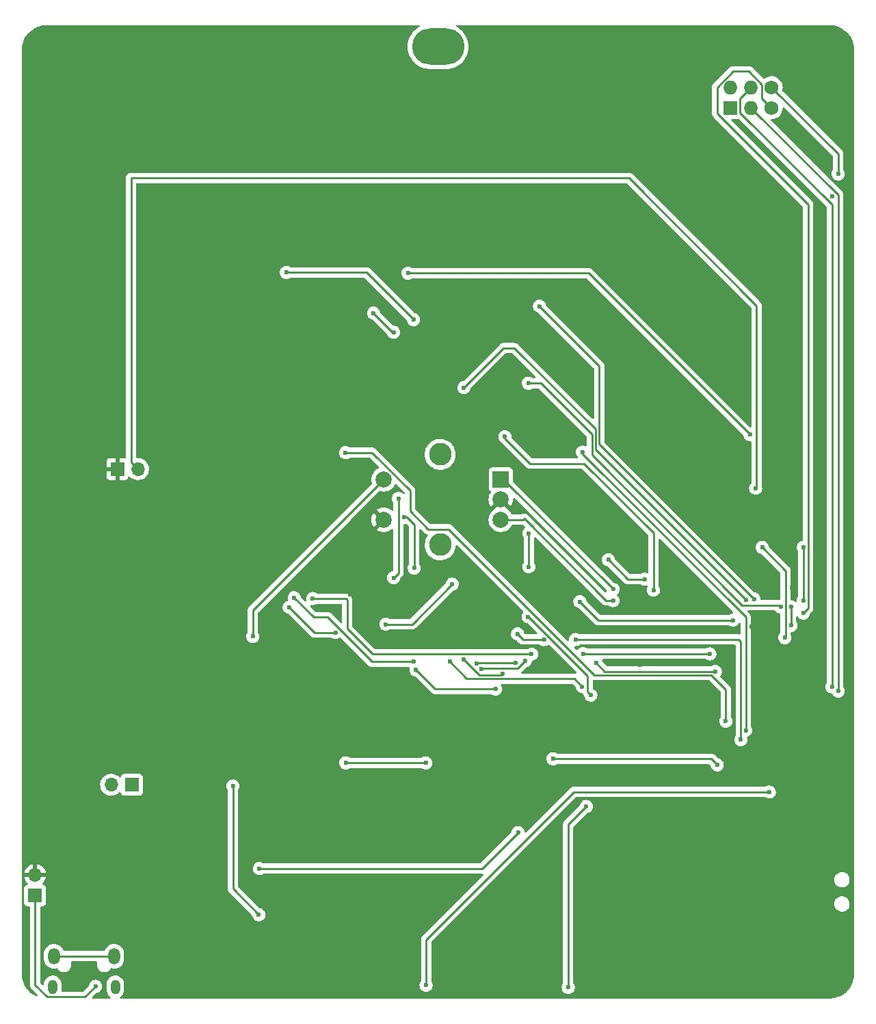
<source format=gbr>
%TF.GenerationSoftware,KiCad,Pcbnew,(6.0.1)*%
%TF.CreationDate,2022-07-03T20:58:27-05:00*%
%TF.ProjectId,BsidesKC-2022-Safe-Badge,42736964-6573-44b4-932d-323032322d53,1.0*%
%TF.SameCoordinates,Original*%
%TF.FileFunction,Copper,L1,Top*%
%TF.FilePolarity,Positive*%
%FSLAX46Y46*%
G04 Gerber Fmt 4.6, Leading zero omitted, Abs format (unit mm)*
G04 Created by KiCad (PCBNEW (6.0.1)) date 2022-07-03 20:58:27*
%MOMM*%
%LPD*%
G01*
G04 APERTURE LIST*
%TA.AperFunction,ComponentPad*%
%ADD10O,1.727200X1.727200*%
%TD*%
%TA.AperFunction,ComponentPad*%
%ADD11R,1.727200X1.727200*%
%TD*%
%TA.AperFunction,ComponentPad*%
%ADD12C,1.727200*%
%TD*%
%TA.AperFunction,ComponentPad*%
%ADD13O,6.500000X4.500000*%
%TD*%
%TA.AperFunction,ComponentPad*%
%ADD14R,1.700000X1.700000*%
%TD*%
%TA.AperFunction,ComponentPad*%
%ADD15O,1.700000X1.700000*%
%TD*%
%TA.AperFunction,ComponentPad*%
%ADD16O,1.450000X2.000000*%
%TD*%
%TA.AperFunction,ComponentPad*%
%ADD17O,1.150000X1.800000*%
%TD*%
%TA.AperFunction,ComponentPad*%
%ADD18R,2.000000X2.000000*%
%TD*%
%TA.AperFunction,ComponentPad*%
%ADD19C,2.000000*%
%TD*%
%TA.AperFunction,ComponentPad*%
%ADD20C,2.800000*%
%TD*%
%TA.AperFunction,ViaPad*%
%ADD21C,0.600000*%
%TD*%
%TA.AperFunction,Conductor*%
%ADD22C,0.250000*%
%TD*%
G04 APERTURE END LIST*
D10*
%TO.P,X1,1,VCC*%
%TO.N,VCC*%
X184300200Y-35773400D03*
D11*
%TO.P,X1,2,GND*%
%TO.N,GND*%
X184300200Y-38313400D03*
D10*
%TO.P,X1,3,SDA*%
%TO.N,IO08*%
X186840200Y-35773400D03*
%TO.P,X1,4,SCL*%
%TO.N,IO09*%
X186840200Y-38313400D03*
D12*
%TO.P,X1,5,GPIO1*%
%TO.N,IO01*%
X189380200Y-35773400D03*
%TO.P,X1,6,GPIO2*%
%TO.N,IO02*%
X189380200Y-38313400D03*
%TD*%
D13*
%TO.P,REF\u002A\u002A,*%
%TO.N,*%
X148082000Y-30734000D03*
%TD*%
D14*
%TO.P,J2,1,Pin_1*%
%TO.N,GND*%
X108375000Y-83025000D03*
D15*
%TO.P,J2,2,Pin_2*%
%TO.N,Boot*%
X110915000Y-83025000D03*
%TD*%
D16*
%TO.P,J4,6,Shield*%
%TO.N,unconnected-(J4-Pad6)*%
X107975000Y-143325000D03*
X100525000Y-143325000D03*
D17*
X108125000Y-147125000D03*
X100375000Y-147125000D03*
%TD*%
D14*
%TO.P,GND 5v,1,Pin_1*%
%TO.N,VBUS*%
X98200000Y-135800000D03*
D15*
%TO.P,GND 5v,2,Pin_2*%
%TO.N,GND*%
X98200000Y-133260000D03*
%TD*%
D18*
%TO.P,SW3,A,A*%
%TO.N,IO46*%
X155850000Y-84300000D03*
D19*
%TO.P,SW3,B,B*%
%TO.N,IO45*%
X155850000Y-89300000D03*
%TO.P,SW3,C,C*%
%TO.N,GND*%
X155850000Y-86800000D03*
D20*
%TO.P,SW3,MP*%
%TO.N,N/C*%
X148350000Y-92400000D03*
X148350000Y-81200000D03*
D19*
%TO.P,SW3,S1,S1*%
%TO.N,VCC*%
X141350000Y-84300000D03*
%TO.P,SW3,S2,S2*%
%TO.N,GND*%
X141350000Y-89300000D03*
%TD*%
D14*
%TO.P,D- D+,1,Pin_1*%
%TO.N,D-*%
X110150000Y-122100000D03*
D15*
%TO.P,D- D+,2,Pin_2*%
%TO.N,D+*%
X107610000Y-122100000D03*
%TD*%
D21*
%TO.N,GND*%
X114452400Y-128676400D03*
X127330200Y-129616200D03*
X187960000Y-88112600D03*
X187375800Y-93954600D03*
X186893200Y-102539800D03*
X196850000Y-49276000D03*
X185953400Y-95173800D03*
X135839200Y-100914200D03*
X106654600Y-145872200D03*
X102565200Y-146354800D03*
X191922400Y-97688400D03*
X184581800Y-115112800D03*
X197281800Y-127457200D03*
X129971800Y-102870000D03*
X152425400Y-101422200D03*
X184607200Y-112674400D03*
X193344800Y-103657400D03*
X187299600Y-108712000D03*
X163880800Y-103149400D03*
X177596800Y-97942400D03*
X177368200Y-102895400D03*
X178689000Y-106908600D03*
X173101000Y-107238800D03*
%TO.N,IO35*%
X167005000Y-110999500D03*
%TO.N,GND*%
X117348000Y-129540000D03*
X124460000Y-130810000D03*
X117348000Y-134112000D03*
X129921000Y-134162800D03*
%TO.N,Net-(BT1-Pad1)*%
X125950000Y-132475000D03*
X157988000Y-128016000D03*
%TO.N,GND*%
X137160000Y-98552000D03*
X165608000Y-97536000D03*
X157734000Y-95250000D03*
X136398000Y-95758000D03*
X177800000Y-137668000D03*
X128524000Y-146304000D03*
X122428000Y-147066000D03*
X179070000Y-146812000D03*
%TO.N,VBUS*%
X105675000Y-147050000D03*
%TO.N,VCC*%
X125146594Y-103745229D03*
X122675000Y-122250000D03*
X125875000Y-138175000D03*
%TO.N,IO03*%
X145034000Y-64516000D03*
X190500000Y-100076000D03*
X129286000Y-58674000D03*
X159258000Y-72390000D03*
X191770000Y-102362000D03*
X191770000Y-100076000D03*
%TO.N,IO04*%
X144375000Y-58775000D03*
X188214000Y-92710000D03*
X186690000Y-78740000D03*
X191008000Y-103886000D03*
%TO.N,IO05*%
X160650000Y-62875000D03*
X187200000Y-99100000D03*
%TO.N,IO06*%
X151275000Y-72950000D03*
X186225000Y-99250000D03*
%TO.N,IO14*%
X186175000Y-115350000D03*
X165950000Y-80925000D03*
%TO.N,IO35*%
X159325000Y-95125000D03*
X159325000Y-90975000D03*
X159225000Y-101300000D03*
%TO.N,IO10*%
X184600000Y-101725000D03*
X165650000Y-99450000D03*
%TO.N,IO15*%
X165100000Y-104125000D03*
X161200000Y-104125000D03*
X185575000Y-116525000D03*
X157925000Y-103425000D03*
%TO.N,IO36*%
X149525000Y-106873989D03*
X165934979Y-109933802D03*
%TO.N,IO11*%
X158875000Y-106750000D03*
X149825000Y-97275000D03*
X182422800Y-108077000D03*
X167650000Y-107025000D03*
X153425000Y-107800000D03*
X141625000Y-102225000D03*
%TO.N,IO16*%
X159650000Y-105925000D03*
X166025000Y-105875000D03*
X181725000Y-105900000D03*
X132567437Y-99050989D03*
%TO.N,IO37*%
X145094589Y-106873411D03*
X130275000Y-98950000D03*
X152850000Y-107100000D03*
X157650000Y-107000000D03*
%TO.N,IO12*%
X136625000Y-81000000D03*
X183700000Y-114225000D03*
%TO.N,IO17*%
X143175000Y-86650000D03*
X155194000Y-110236000D03*
X162306000Y-118872000D03*
X145348589Y-107889411D03*
X142575000Y-96475000D03*
X182650000Y-119634000D03*
%TO.N,IO38*%
X166420800Y-124790200D03*
X164200000Y-147175000D03*
%TO.N,IO13*%
X189100000Y-123000000D03*
X146600000Y-146925000D03*
%TO.N,Boot*%
X187401200Y-85394800D03*
%TO.N,IO45*%
X169750000Y-99300000D03*
%TO.N,IO46*%
X169750000Y-97900000D03*
%TO.N,IO09*%
X197612000Y-110490000D03*
%TO.N,IO08*%
X196850000Y-109982000D03*
%TO.N,IO02*%
X193294000Y-100838000D03*
%TO.N,IO01*%
X193294000Y-92710000D03*
X193294000Y-99314000D03*
X197612000Y-46482000D03*
%TO.N,IO34*%
X151275000Y-106563500D03*
X142575000Y-66100000D03*
X140100000Y-63725000D03*
X143850000Y-89000000D03*
X145125000Y-95275000D03*
X156064252Y-108341500D03*
%TO.N,IO33*%
X136652000Y-119380000D03*
X129650000Y-100125000D03*
X135379661Y-103242839D03*
X146558000Y-119380000D03*
%TO.N,IO26*%
X169164000Y-94234000D03*
X173650000Y-96650000D03*
%TO.N,IO21*%
X174750000Y-98000000D03*
X156350000Y-79025000D03*
%TD*%
D22*
%TO.N,GND*%
X125653800Y-129616200D02*
X124460000Y-130810000D01*
X127330200Y-129616200D02*
X125653800Y-129616200D01*
X116484400Y-128676400D02*
X117348000Y-129540000D01*
X114452400Y-128676400D02*
X116484400Y-128676400D01*
%TO.N,Boot*%
X110065000Y-82175000D02*
X110915000Y-83025000D01*
X171704000Y-46990000D02*
X110065000Y-46990000D01*
X187500000Y-62786000D02*
X171704000Y-46990000D01*
X187401200Y-85394800D02*
X187500000Y-85296000D01*
X187500000Y-85296000D02*
X187500000Y-62786000D01*
X110065000Y-46990000D02*
X110065000Y-82175000D01*
%TO.N,IO38*%
X164200000Y-127011000D02*
X164200000Y-147175000D01*
X166420800Y-124790200D02*
X164200000Y-127011000D01*
%TO.N,IO35*%
X167005000Y-110999500D02*
X167000678Y-110999500D01*
X167000678Y-110999500D02*
X166575000Y-110573822D01*
%TO.N,IO12*%
X139923143Y-81000000D02*
X136625000Y-81000000D01*
X144611572Y-88236572D02*
X144611572Y-85688428D01*
X149386572Y-90463428D02*
X146838428Y-90463428D01*
X146838428Y-90463428D02*
X144611572Y-88236572D01*
X144611572Y-85688428D02*
X139923143Y-81000000D01*
X181932520Y-108526520D02*
X167449664Y-108526520D01*
X183700000Y-110294000D02*
X181932520Y-108526520D01*
X183700000Y-114225000D02*
X183700000Y-110294000D01*
X167449664Y-108526520D02*
X149386572Y-90463428D01*
%TO.N,IO11*%
X168702000Y-108077000D02*
X167650000Y-107025000D01*
X182422800Y-108077000D02*
X168702000Y-108077000D01*
%TO.N,GND*%
X124460000Y-133858000D02*
X124460000Y-130810000D01*
X124714000Y-134112000D02*
X124460000Y-133858000D01*
X129870200Y-134112000D02*
X124714000Y-134112000D01*
X129921000Y-134162800D02*
X129870200Y-134112000D01*
X117348000Y-134112000D02*
X117348000Y-129540000D01*
%TO.N,Net-(BT1-Pad1)*%
X125950000Y-132475000D02*
X153529000Y-132475000D01*
X153529000Y-132475000D02*
X157988000Y-128016000D01*
%TO.N,GND*%
X136398000Y-97790000D02*
X137160000Y-98552000D01*
X136398000Y-95758000D02*
X136398000Y-97790000D01*
%TO.N,VBUS*%
X98200000Y-146875000D02*
X98200000Y-135800000D01*
X99674520Y-148349520D02*
X98200000Y-146875000D01*
X105675000Y-147050000D02*
X104375480Y-148349520D01*
X104375480Y-148349520D02*
X99674520Y-148349520D01*
%TO.N,VCC*%
X122675000Y-134975000D02*
X122675000Y-122250000D01*
X141350000Y-84300000D02*
X125146594Y-100503406D01*
X125875000Y-138175000D02*
X122675000Y-134975000D01*
X125146594Y-100503406D02*
X125146594Y-103745229D01*
%TO.N,IO03*%
X191770000Y-100076000D02*
X191770000Y-102362000D01*
X187308682Y-99874511D02*
X190298511Y-99874511D01*
X159258000Y-72390000D02*
X160782000Y-72390000D01*
X139192000Y-58674000D02*
X129286000Y-58674000D01*
X160782000Y-72390000D02*
X167132000Y-78740000D01*
X145034000Y-64516000D02*
X139192000Y-58674000D01*
X167132000Y-78740000D02*
X167132000Y-81280000D01*
X190298511Y-99874511D02*
X190500000Y-100076000D01*
X167132000Y-81280000D02*
X185726511Y-99874511D01*
X185726511Y-99874511D02*
X187308682Y-99874511D01*
%TO.N,IO04*%
X191008000Y-103886000D02*
X191124501Y-103769499D01*
X144375000Y-58775000D02*
X166725000Y-58775000D01*
X166725000Y-58775000D02*
X186690000Y-78740000D01*
X191124501Y-95620501D02*
X188214000Y-92710000D01*
X191124501Y-103769499D02*
X191124501Y-95620501D01*
%TO.N,IO05*%
X168031022Y-79931022D02*
X168031022Y-70256022D01*
X168031022Y-70256022D02*
X160650000Y-62875000D01*
X187200000Y-99100000D02*
X168031022Y-79931022D01*
%TO.N,IO06*%
X157550000Y-68050000D02*
X156175000Y-68050000D01*
X167581511Y-80606511D02*
X167581511Y-78081511D01*
X167581511Y-78081511D02*
X157550000Y-68050000D01*
X186225000Y-99250000D02*
X167581511Y-80606511D01*
X156175000Y-68050000D02*
X151275000Y-72950000D01*
%TO.N,IO14*%
X186175000Y-115350000D02*
X186175000Y-101371500D01*
X186175000Y-101371500D02*
X165950000Y-81146500D01*
X165950000Y-81146500D02*
X165950000Y-80925000D01*
%TO.N,IO35*%
X159325000Y-95125000D02*
X159325000Y-90975000D01*
X159258193Y-101300000D02*
X166575000Y-108616807D01*
X159225000Y-101300000D02*
X159258193Y-101300000D01*
X166575000Y-108616807D02*
X166575000Y-110573822D01*
%TO.N,IO10*%
X167925000Y-101725000D02*
X165650000Y-99450000D01*
X184600000Y-101725000D02*
X167925000Y-101725000D01*
%TO.N,IO15*%
X185300000Y-104125000D02*
X165100000Y-104125000D01*
X158625000Y-104125000D02*
X157925000Y-103425000D01*
X185550489Y-104375489D02*
X185300000Y-104125000D01*
X161200000Y-104125000D02*
X158625000Y-104125000D01*
X185575000Y-116525000D02*
X185550489Y-116500489D01*
X185550489Y-116500489D02*
X185550489Y-104375489D01*
%TO.N,IO36*%
X151617011Y-108966000D02*
X149525000Y-106873989D01*
X165934979Y-109933802D02*
X164967177Y-108966000D01*
X164967177Y-108966000D02*
X151617011Y-108966000D01*
%TO.N,IO11*%
X144875000Y-102225000D02*
X141625000Y-102225000D01*
X158875000Y-106750000D02*
X157908001Y-107716999D01*
X149825000Y-97275000D02*
X144875000Y-102225000D01*
X153508001Y-107716999D02*
X153425000Y-107800000D01*
X157908001Y-107716999D02*
X153508001Y-107716999D01*
%TO.N,IO16*%
X136819387Y-99225979D02*
X136644397Y-99050989D01*
X139961000Y-105925000D02*
X136819387Y-102783387D01*
X166050000Y-105900000D02*
X166025000Y-105875000D01*
X159650000Y-105925000D02*
X139961000Y-105925000D01*
X136819387Y-102783387D02*
X136819387Y-99225979D01*
X136644397Y-99050989D02*
X132567437Y-99050989D01*
X181725000Y-105900000D02*
X166050000Y-105900000D01*
%TO.N,IO37*%
X152950000Y-107000000D02*
X152850000Y-107100000D01*
X157650000Y-107000000D02*
X152950000Y-107000000D01*
X134366000Y-101346000D02*
X139893411Y-106873411D01*
X130275000Y-98950000D02*
X132671000Y-101346000D01*
X139893411Y-106873411D02*
X145094589Y-106873411D01*
X132671000Y-101346000D02*
X134366000Y-101346000D01*
%TO.N,IO17*%
X143175000Y-95875000D02*
X143175000Y-86650000D01*
X145348589Y-108010589D02*
X145348589Y-107889411D01*
X181888000Y-118872000D02*
X162306000Y-118872000D01*
X182650000Y-119634000D02*
X181888000Y-118872000D01*
X147695178Y-110236000D02*
X145348589Y-107889411D01*
X155194000Y-110236000D02*
X147695178Y-110236000D01*
X142575000Y-96475000D02*
X143175000Y-95875000D01*
%TO.N,IO13*%
X146600000Y-146925000D02*
X146600000Y-141266807D01*
X164866807Y-123000000D02*
X189100000Y-123000000D01*
X146600000Y-141266807D02*
X164866807Y-123000000D01*
%TO.N,unconnected-(J4-Pad6)*%
X107975000Y-143325000D02*
X100525000Y-143325000D01*
%TO.N,IO45*%
X158604000Y-89300000D02*
X155850000Y-89300000D01*
X168896000Y-99300000D02*
X158750000Y-89154000D01*
X158750000Y-89154000D02*
X158604000Y-89300000D01*
X169750000Y-99300000D02*
X168896000Y-99300000D01*
%TO.N,IO46*%
X156150000Y-84300000D02*
X155850000Y-84300000D01*
X169750000Y-97900000D02*
X156150000Y-84300000D01*
%TO.N,IO09*%
X197612000Y-49085200D02*
X197612000Y-110490000D01*
X186840200Y-38313400D02*
X197612000Y-49085200D01*
%TO.N,IO08*%
X196850000Y-50292000D02*
X185488311Y-38930311D01*
X185488311Y-38930311D02*
X185488311Y-37125289D01*
X196850000Y-109982000D02*
X196850000Y-50292000D01*
X185488311Y-37125289D02*
X186840200Y-35773400D01*
%TO.N,IO02*%
X193294000Y-100838000D02*
X193918511Y-100213489D01*
X182626000Y-39015422D02*
X182626000Y-35767356D01*
X184611356Y-33782000D02*
X186529044Y-33782000D01*
X188192089Y-35445045D02*
X188192089Y-37125289D01*
X193918511Y-100213489D02*
X193918511Y-50307933D01*
X188192089Y-37125289D02*
X189380200Y-38313400D01*
X186529044Y-33782000D02*
X188192089Y-35445045D01*
X193918511Y-50307933D02*
X182626000Y-39015422D01*
X182626000Y-35767356D02*
X184611356Y-33782000D01*
%TO.N,IO01*%
X189380200Y-35773400D02*
X197612000Y-44005200D01*
X197612000Y-44005200D02*
X197612000Y-46482000D01*
X193294000Y-92710000D02*
X193294000Y-99314000D01*
%TO.N,IO34*%
X145125000Y-95275000D02*
X145125000Y-89875000D01*
X153227989Y-108516489D02*
X151275000Y-106563500D01*
X145125000Y-89875000D02*
X144250000Y-89000000D01*
X155889263Y-108516489D02*
X153227989Y-108516489D01*
X156064252Y-108341500D02*
X155889263Y-108516489D01*
X144250000Y-89000000D02*
X143850000Y-89000000D01*
X142575000Y-66100000D02*
X142475000Y-66100000D01*
X142475000Y-66100000D02*
X140100000Y-63725000D01*
%TO.N,IO33*%
X129650000Y-100125000D02*
X132767839Y-103242839D01*
X146558000Y-119380000D02*
X136652000Y-119380000D01*
X132767839Y-103242839D02*
X135379661Y-103242839D01*
%TO.N,IO26*%
X171580000Y-96650000D02*
X169164000Y-94234000D01*
X173650000Y-96650000D02*
X171580000Y-96650000D01*
%TO.N,IO21*%
X166170000Y-82350000D02*
X159475000Y-82350000D01*
X174750000Y-90930000D02*
X166170000Y-82350000D01*
X156350000Y-79225000D02*
X156350000Y-79025000D01*
X159475000Y-82350000D02*
X156350000Y-79225000D01*
X174750000Y-98000000D02*
X174750000Y-90930000D01*
%TD*%
%TA.AperFunction,Conductor*%
%TO.N,GND*%
G36*
X145789651Y-28080112D02*
G01*
X145836144Y-28133768D01*
X145846248Y-28204042D01*
X145816754Y-28268622D01*
X145786519Y-28294056D01*
X145519966Y-28454534D01*
X145519960Y-28454538D01*
X145516713Y-28456493D01*
X145513729Y-28458820D01*
X145513722Y-28458825D01*
X145257425Y-28658706D01*
X145257418Y-28658712D01*
X145254437Y-28661037D01*
X145018634Y-28895608D01*
X144812720Y-29156809D01*
X144639677Y-29440856D01*
X144623148Y-29477209D01*
X144503580Y-29740183D01*
X144503577Y-29740191D01*
X144502011Y-29743635D01*
X144401718Y-30060760D01*
X144340249Y-30387636D01*
X144318496Y-30719530D01*
X144336773Y-31051634D01*
X144337434Y-31055361D01*
X144337434Y-31055365D01*
X144383358Y-31314490D01*
X144394815Y-31379136D01*
X144491782Y-31697293D01*
X144493313Y-31700757D01*
X144493316Y-31700764D01*
X144576070Y-31887949D01*
X144626269Y-32001497D01*
X144628205Y-32004751D01*
X144628208Y-32004757D01*
X144794389Y-32284082D01*
X144796328Y-32287341D01*
X144999496Y-32550684D01*
X145232829Y-32787712D01*
X145492949Y-32994991D01*
X145776086Y-33169519D01*
X146078140Y-33308768D01*
X146081740Y-33309927D01*
X146081747Y-33309930D01*
X146391126Y-33409558D01*
X146391129Y-33409559D01*
X146394735Y-33410720D01*
X146398451Y-33411439D01*
X146398459Y-33411441D01*
X146717567Y-33473181D01*
X146717573Y-33473182D01*
X146721285Y-33473900D01*
X146725061Y-33474167D01*
X146725066Y-33474168D01*
X146825767Y-33481297D01*
X146983994Y-33492500D01*
X149165635Y-33492500D01*
X149167501Y-33492388D01*
X149167518Y-33492387D01*
X149410228Y-33477755D01*
X149410235Y-33477754D01*
X149414003Y-33477527D01*
X149598401Y-33443849D01*
X149737470Y-33418451D01*
X149737475Y-33418450D01*
X149741197Y-33417770D01*
X149744809Y-33416649D01*
X149744815Y-33416647D01*
X150029156Y-33328357D01*
X150058843Y-33319139D01*
X150362338Y-33183061D01*
X150503445Y-33098108D01*
X150644034Y-33013466D01*
X150644040Y-33013462D01*
X150647287Y-33011507D01*
X150650271Y-33009180D01*
X150650278Y-33009175D01*
X150906575Y-32809294D01*
X150906582Y-32809288D01*
X150909563Y-32806963D01*
X151145366Y-32572392D01*
X151351280Y-32311191D01*
X151524323Y-32027144D01*
X151579383Y-31906046D01*
X151660420Y-31727817D01*
X151660423Y-31727809D01*
X151661989Y-31724365D01*
X151762282Y-31407240D01*
X151823751Y-31080364D01*
X151845504Y-30748470D01*
X151827227Y-30416366D01*
X151821476Y-30383913D01*
X151769846Y-30092594D01*
X151769185Y-30088864D01*
X151672218Y-29770707D01*
X151670687Y-29767243D01*
X151670684Y-29767236D01*
X151542464Y-29477209D01*
X151537731Y-29466503D01*
X151524523Y-29444301D01*
X151369611Y-29183918D01*
X151369610Y-29183917D01*
X151367672Y-29180659D01*
X151347869Y-29154990D01*
X151184551Y-28943301D01*
X151164504Y-28917316D01*
X151065251Y-28816491D01*
X150933834Y-28682993D01*
X150933833Y-28682992D01*
X150931171Y-28680288D01*
X150671051Y-28473009D01*
X150387914Y-28298481D01*
X150384888Y-28297086D01*
X150334374Y-28247336D01*
X150318754Y-28178079D01*
X150343058Y-28111372D01*
X150399568Y-28068393D01*
X150444498Y-28060110D01*
X196385101Y-28060110D01*
X196391020Y-28060249D01*
X196726130Y-28076009D01*
X196738006Y-28077133D01*
X196974289Y-28110842D01*
X197046823Y-28121190D01*
X197058414Y-28123401D01*
X197356524Y-28194914D01*
X197367877Y-28198209D01*
X197621609Y-28284939D01*
X197652456Y-28295483D01*
X197663473Y-28299837D01*
X197932973Y-28421295D01*
X197943571Y-28426687D01*
X198196772Y-28570929D01*
X198206722Y-28577231D01*
X198442950Y-28742805D01*
X198452335Y-28750065D01*
X198669313Y-28934892D01*
X198669525Y-28935073D01*
X198678296Y-28943298D01*
X198874728Y-29145977D01*
X198882817Y-29155179D01*
X198900713Y-29177654D01*
X199056980Y-29373905D01*
X199064272Y-29384059D01*
X199214698Y-29617097D01*
X199221088Y-29628197D01*
X199278186Y-29740183D01*
X199307604Y-29797879D01*
X199346818Y-29874790D01*
X199352033Y-29886443D01*
X199404370Y-30021336D01*
X199452796Y-30146151D01*
X199456796Y-30158239D01*
X199531117Y-30427814D01*
X199534030Y-30441165D01*
X199579091Y-30719500D01*
X199580531Y-30732929D01*
X199596821Y-31038478D01*
X199597000Y-31045186D01*
X199597000Y-145582089D01*
X199596821Y-145588798D01*
X199589615Y-145723836D01*
X199580534Y-145893985D01*
X199579094Y-145907401D01*
X199534019Y-146185896D01*
X199531114Y-146199226D01*
X199456739Y-146469239D01*
X199452751Y-146481304D01*
X199414466Y-146580106D01*
X199353247Y-146738091D01*
X199351994Y-146741324D01*
X199346757Y-146753031D01*
X199225590Y-146990675D01*
X199221223Y-146999239D01*
X199214773Y-147010431D01*
X199073840Y-147228307D01*
X199064240Y-147243148D01*
X199057085Y-147253110D01*
X199022280Y-147296902D01*
X198882930Y-147472233D01*
X198874662Y-147481636D01*
X198678500Y-147683544D01*
X198669841Y-147691656D01*
X198452200Y-147877022D01*
X198442891Y-147884227D01*
X198206466Y-148050139D01*
X198196524Y-148056444D01*
X197943474Y-148200807D01*
X197932803Y-148206240D01*
X197663912Y-148327407D01*
X197652726Y-148331818D01*
X197574327Y-148358488D01*
X197367675Y-148428787D01*
X197356701Y-148431971D01*
X197220226Y-148464940D01*
X197058530Y-148504001D01*
X197046573Y-148506285D01*
X197038251Y-148507461D01*
X196738144Y-148549868D01*
X196726492Y-148550964D01*
X196390954Y-148566859D01*
X196384992Y-148567000D01*
X108818462Y-148567000D01*
X108750341Y-148546998D01*
X108703848Y-148493342D01*
X108693744Y-148423068D01*
X108723238Y-148358488D01*
X108745562Y-148338230D01*
X108831315Y-148277401D01*
X108831316Y-148277400D01*
X108836201Y-148273935D01*
X108840339Y-148269612D01*
X108840344Y-148269608D01*
X108975025Y-148128918D01*
X108979173Y-148124585D01*
X108983829Y-148117375D01*
X109088068Y-147955935D01*
X109091323Y-147950894D01*
X109110352Y-147903679D01*
X109166362Y-147764699D01*
X109166363Y-147764696D01*
X109168606Y-147759130D01*
X109204009Y-147577841D01*
X109207365Y-147560658D01*
X109207365Y-147560655D01*
X109208233Y-147556212D01*
X109208500Y-147550753D01*
X109208500Y-146748349D01*
X109193791Y-146594183D01*
X109135590Y-146395793D01*
X109125855Y-146376892D01*
X109043670Y-146217318D01*
X109043668Y-146217315D01*
X109040924Y-146211987D01*
X108913209Y-146049399D01*
X108866966Y-146009271D01*
X108761584Y-145917826D01*
X108757053Y-145913894D01*
X108578092Y-145810362D01*
X108460320Y-145769465D01*
X108388446Y-145744506D01*
X108388444Y-145744506D01*
X108382781Y-145742539D01*
X108376846Y-145741678D01*
X108376844Y-145741678D01*
X108184109Y-145713732D01*
X108184106Y-145713732D01*
X108178169Y-145712871D01*
X107971639Y-145722431D01*
X107843463Y-145753321D01*
X107776476Y-145769465D01*
X107776474Y-145769466D01*
X107770643Y-145770871D01*
X107765185Y-145773353D01*
X107765181Y-145773354D01*
X107677175Y-145813368D01*
X107582432Y-145856445D01*
X107413799Y-145976065D01*
X107409661Y-145980388D01*
X107409656Y-145980392D01*
X107339080Y-146054117D01*
X107270827Y-146125415D01*
X107267573Y-146130454D01*
X107267571Y-146130457D01*
X107211486Y-146217318D01*
X107158677Y-146299106D01*
X107156435Y-146304669D01*
X107156433Y-146304673D01*
X107087438Y-146475873D01*
X107081394Y-146490870D01*
X107041767Y-146693788D01*
X107041500Y-146699247D01*
X107041500Y-147501651D01*
X107056209Y-147655817D01*
X107114410Y-147854207D01*
X107117154Y-147859534D01*
X107117154Y-147859535D01*
X107183215Y-147987800D01*
X107209076Y-148038013D01*
X107336791Y-148200601D01*
X107341321Y-148204532D01*
X107341322Y-148204533D01*
X107488006Y-148331818D01*
X107492947Y-148336106D01*
X107497361Y-148338659D01*
X107541016Y-148394260D01*
X107547711Y-148464940D01*
X107515130Y-148528020D01*
X107453618Y-148563471D01*
X107424006Y-148567000D01*
X105358094Y-148567000D01*
X105289973Y-148546998D01*
X105243480Y-148493342D01*
X105233376Y-148423068D01*
X105262870Y-148358488D01*
X105268999Y-148351905D01*
X105735177Y-147885727D01*
X105797489Y-147851701D01*
X105812837Y-147849343D01*
X105838600Y-147846998D01*
X105845302Y-147844820D01*
X105845304Y-147844820D01*
X106004409Y-147793124D01*
X106004412Y-147793123D01*
X106011108Y-147790947D01*
X106126771Y-147721998D01*
X106160860Y-147701677D01*
X106160862Y-147701676D01*
X106166912Y-147698069D01*
X106298266Y-147572982D01*
X106398643Y-147421902D01*
X106455473Y-147272297D01*
X106460555Y-147258920D01*
X106460556Y-147258918D01*
X106463055Y-147252338D01*
X106467151Y-147223192D01*
X106487748Y-147076639D01*
X106487748Y-147076636D01*
X106488299Y-147072717D01*
X106488616Y-147050000D01*
X106468397Y-146869745D01*
X106465571Y-146861629D01*
X106411064Y-146705106D01*
X106411062Y-146705103D01*
X106408745Y-146698448D01*
X106378159Y-146649500D01*
X106316359Y-146550598D01*
X106312626Y-146544624D01*
X106253716Y-146485301D01*
X106189778Y-146420915D01*
X106189774Y-146420912D01*
X106184815Y-146415918D01*
X106173697Y-146408862D01*
X106116350Y-146372469D01*
X106031666Y-146318727D01*
X105962407Y-146294065D01*
X105867425Y-146260243D01*
X105867420Y-146260242D01*
X105860790Y-146257881D01*
X105853802Y-146257048D01*
X105853799Y-146257047D01*
X105730698Y-146242368D01*
X105680680Y-146236404D01*
X105673677Y-146237140D01*
X105673676Y-146237140D01*
X105507288Y-146254628D01*
X105507286Y-146254629D01*
X105500288Y-146255364D01*
X105328579Y-146313818D01*
X105322575Y-146317512D01*
X105180095Y-146405166D01*
X105180092Y-146405168D01*
X105174088Y-146408862D01*
X105169053Y-146413793D01*
X105169050Y-146413795D01*
X105049525Y-146530843D01*
X105044493Y-146535771D01*
X104946235Y-146688238D01*
X104943826Y-146694858D01*
X104943824Y-146694861D01*
X104897245Y-146822836D01*
X104884197Y-146858685D01*
X104877138Y-146914567D01*
X104848757Y-146979641D01*
X104841227Y-146987869D01*
X104149979Y-147679116D01*
X104087667Y-147713141D01*
X104060884Y-147716020D01*
X101580011Y-147716020D01*
X101511890Y-147696018D01*
X101465397Y-147642362D01*
X101456347Y-147565871D01*
X101457364Y-147560661D01*
X101458233Y-147556212D01*
X101458500Y-147550753D01*
X101458500Y-146748349D01*
X101443791Y-146594183D01*
X101385590Y-146395793D01*
X101375855Y-146376892D01*
X101293670Y-146217318D01*
X101293668Y-146217315D01*
X101290924Y-146211987D01*
X101163209Y-146049399D01*
X101116966Y-146009271D01*
X101011584Y-145917826D01*
X101007053Y-145913894D01*
X100828092Y-145810362D01*
X100710320Y-145769465D01*
X100638446Y-145744506D01*
X100638444Y-145744506D01*
X100632781Y-145742539D01*
X100626846Y-145741678D01*
X100626844Y-145741678D01*
X100434109Y-145713732D01*
X100434106Y-145713732D01*
X100428169Y-145712871D01*
X100221639Y-145722431D01*
X100093463Y-145753321D01*
X100026476Y-145769465D01*
X100026474Y-145769466D01*
X100020643Y-145770871D01*
X100015185Y-145773353D01*
X100015181Y-145773354D01*
X99927175Y-145813368D01*
X99832432Y-145856445D01*
X99663799Y-145976065D01*
X99659661Y-145980388D01*
X99659656Y-145980392D01*
X99589080Y-146054117D01*
X99520827Y-146125415D01*
X99517573Y-146130454D01*
X99517571Y-146130457D01*
X99461486Y-146217318D01*
X99408677Y-146299106D01*
X99406435Y-146304669D01*
X99406433Y-146304673D01*
X99337438Y-146475873D01*
X99331394Y-146490870D01*
X99291767Y-146693788D01*
X99291500Y-146699247D01*
X99291500Y-146766405D01*
X99271498Y-146834526D01*
X99217842Y-146881019D01*
X99147568Y-146891123D01*
X99082988Y-146861629D01*
X99076405Y-146855500D01*
X98870405Y-146649500D01*
X98836379Y-146587188D01*
X98833500Y-146560405D01*
X98833500Y-143655866D01*
X99291500Y-143655866D01*
X99291749Y-143658653D01*
X99291749Y-143658659D01*
X99299219Y-143742348D01*
X99306088Y-143819317D01*
X99364189Y-144031702D01*
X99366605Y-144036767D01*
X99366606Y-144036770D01*
X99428733Y-144167020D01*
X99458983Y-144230441D01*
X99587472Y-144409252D01*
X99745596Y-144562484D01*
X99750260Y-144565618D01*
X99923695Y-144682163D01*
X99923698Y-144682165D01*
X99928355Y-144685294D01*
X100129973Y-144773798D01*
X100135424Y-144775107D01*
X100135428Y-144775108D01*
X100338621Y-144823890D01*
X100344078Y-144825200D01*
X100428996Y-144830096D01*
X100558295Y-144837552D01*
X100558298Y-144837552D01*
X100563902Y-144837875D01*
X100782496Y-144811422D01*
X100787854Y-144809774D01*
X100787862Y-144809772D01*
X100831254Y-144796423D01*
X100902245Y-144795511D01*
X100962459Y-144833125D01*
X100977421Y-144853853D01*
X101010960Y-144911944D01*
X101138747Y-145053866D01*
X101293248Y-145166118D01*
X101299276Y-145168802D01*
X101299278Y-145168803D01*
X101461681Y-145241109D01*
X101467712Y-145243794D01*
X101561113Y-145263647D01*
X101648056Y-145282128D01*
X101648061Y-145282128D01*
X101654513Y-145283500D01*
X101845487Y-145283500D01*
X101851939Y-145282128D01*
X101851944Y-145282128D01*
X101938887Y-145263647D01*
X102032288Y-145243794D01*
X102038319Y-145241109D01*
X102200722Y-145168803D01*
X102200724Y-145168802D01*
X102206752Y-145166118D01*
X102361253Y-145053866D01*
X102489040Y-144911944D01*
X102559158Y-144790496D01*
X102581223Y-144752279D01*
X102581224Y-144752278D01*
X102584527Y-144746556D01*
X102643542Y-144564928D01*
X102649579Y-144507494D01*
X102662814Y-144381565D01*
X102663504Y-144375000D01*
X102648789Y-144234995D01*
X102644232Y-144191635D01*
X102644232Y-144191633D01*
X102643542Y-144185072D01*
X102623515Y-144123436D01*
X102621487Y-144052469D01*
X102658150Y-143991671D01*
X102721862Y-143960345D01*
X102743348Y-143958500D01*
X105756652Y-143958500D01*
X105824773Y-143978502D01*
X105871266Y-144032158D01*
X105881370Y-144102432D01*
X105876486Y-144123433D01*
X105856458Y-144185072D01*
X105855768Y-144191633D01*
X105855768Y-144191635D01*
X105851211Y-144234995D01*
X105836496Y-144375000D01*
X105837186Y-144381565D01*
X105850422Y-144507494D01*
X105856458Y-144564928D01*
X105915473Y-144746556D01*
X105918776Y-144752278D01*
X105918777Y-144752279D01*
X105940842Y-144790496D01*
X106010960Y-144911944D01*
X106138747Y-145053866D01*
X106293248Y-145166118D01*
X106299276Y-145168802D01*
X106299278Y-145168803D01*
X106461681Y-145241109D01*
X106467712Y-145243794D01*
X106561113Y-145263647D01*
X106648056Y-145282128D01*
X106648061Y-145282128D01*
X106654513Y-145283500D01*
X106845487Y-145283500D01*
X106851939Y-145282128D01*
X106851944Y-145282128D01*
X106938887Y-145263647D01*
X107032288Y-145243794D01*
X107038319Y-145241109D01*
X107200722Y-145168803D01*
X107200724Y-145168802D01*
X107206752Y-145166118D01*
X107361253Y-145053866D01*
X107489040Y-144911944D01*
X107523116Y-144852923D01*
X107574498Y-144803931D01*
X107644212Y-144790496D01*
X107661642Y-144793405D01*
X107794078Y-144825200D01*
X107878996Y-144830096D01*
X108008295Y-144837552D01*
X108008298Y-144837552D01*
X108013902Y-144837875D01*
X108232496Y-144811422D01*
X108442951Y-144746678D01*
X108638614Y-144645688D01*
X108813301Y-144511646D01*
X108961491Y-144348788D01*
X109078499Y-144162261D01*
X109160627Y-143957962D01*
X109205278Y-143742348D01*
X109208500Y-143686470D01*
X109208500Y-142994134D01*
X109208251Y-142991341D01*
X109194411Y-142836270D01*
X109194410Y-142836266D01*
X109193912Y-142830683D01*
X109135811Y-142618298D01*
X109076023Y-142492950D01*
X109043429Y-142424615D01*
X109043427Y-142424611D01*
X109041017Y-142419559D01*
X108912528Y-142240748D01*
X108754404Y-142087516D01*
X108714920Y-142060984D01*
X108576305Y-141967837D01*
X108576302Y-141967835D01*
X108571645Y-141964706D01*
X108370027Y-141876202D01*
X108364576Y-141874893D01*
X108364572Y-141874892D01*
X108161379Y-141826110D01*
X108161378Y-141826110D01*
X108155922Y-141824800D01*
X108071004Y-141819904D01*
X107941705Y-141812448D01*
X107941702Y-141812448D01*
X107936098Y-141812125D01*
X107717504Y-141838578D01*
X107507049Y-141903322D01*
X107311386Y-142004312D01*
X107136699Y-142138354D01*
X106988509Y-142301212D01*
X106871501Y-142487739D01*
X106869407Y-142492948D01*
X106869406Y-142492950D01*
X106821348Y-142612497D01*
X106777381Y-142668241D01*
X106704441Y-142691500D01*
X101800075Y-142691500D01*
X101731954Y-142671498D01*
X101685843Y-142618283D01*
X101685811Y-142618298D01*
X101685756Y-142618182D01*
X101685755Y-142618181D01*
X101626023Y-142492950D01*
X101593429Y-142424615D01*
X101593427Y-142424611D01*
X101591017Y-142419559D01*
X101462528Y-142240748D01*
X101304404Y-142087516D01*
X101264920Y-142060984D01*
X101126305Y-141967837D01*
X101126302Y-141967835D01*
X101121645Y-141964706D01*
X100920027Y-141876202D01*
X100914576Y-141874893D01*
X100914572Y-141874892D01*
X100711379Y-141826110D01*
X100711378Y-141826110D01*
X100705922Y-141824800D01*
X100621004Y-141819904D01*
X100491705Y-141812448D01*
X100491702Y-141812448D01*
X100486098Y-141812125D01*
X100267504Y-141838578D01*
X100057049Y-141903322D01*
X99861386Y-142004312D01*
X99686699Y-142138354D01*
X99538509Y-142301212D01*
X99421501Y-142487739D01*
X99339373Y-142692038D01*
X99294722Y-142907652D01*
X99291500Y-142963530D01*
X99291500Y-143655866D01*
X98833500Y-143655866D01*
X98833500Y-137284500D01*
X98853502Y-137216379D01*
X98907158Y-137169886D01*
X98959500Y-137158500D01*
X99098134Y-137158500D01*
X99160316Y-137151745D01*
X99296705Y-137100615D01*
X99413261Y-137013261D01*
X99500615Y-136896705D01*
X99551745Y-136760316D01*
X99558500Y-136698134D01*
X99558500Y-134901866D01*
X99551745Y-134839684D01*
X99500615Y-134703295D01*
X99413261Y-134586739D01*
X99296705Y-134499385D01*
X99177687Y-134454767D01*
X99120923Y-134412125D01*
X99096223Y-134345564D01*
X99111430Y-134276215D01*
X99132977Y-134247535D01*
X99234052Y-134146812D01*
X99240730Y-134138965D01*
X99365003Y-133966020D01*
X99370313Y-133957183D01*
X99464670Y-133766267D01*
X99468469Y-133756672D01*
X99530377Y-133552910D01*
X99532555Y-133542837D01*
X99533986Y-133531962D01*
X99531775Y-133517778D01*
X99518617Y-133514000D01*
X96883225Y-133514000D01*
X96869694Y-133517973D01*
X96868257Y-133527966D01*
X96898565Y-133662446D01*
X96901645Y-133672275D01*
X96981770Y-133869603D01*
X96986413Y-133878794D01*
X97097694Y-134060388D01*
X97103777Y-134068699D01*
X97243213Y-134229667D01*
X97250577Y-134236879D01*
X97255522Y-134240985D01*
X97295156Y-134299889D01*
X97296653Y-134370870D01*
X97259537Y-134431392D01*
X97219264Y-134455910D01*
X97111705Y-134496232D01*
X97111704Y-134496233D01*
X97103295Y-134499385D01*
X96986739Y-134586739D01*
X96899385Y-134703295D01*
X96848255Y-134839684D01*
X96841500Y-134901866D01*
X96841500Y-136698134D01*
X96848255Y-136760316D01*
X96899385Y-136896705D01*
X96986739Y-137013261D01*
X97103295Y-137100615D01*
X97239684Y-137151745D01*
X97301866Y-137158500D01*
X97440500Y-137158500D01*
X97508621Y-137178502D01*
X97555114Y-137232158D01*
X97566500Y-137284500D01*
X97566500Y-146796233D01*
X97565973Y-146807416D01*
X97564298Y-146814909D01*
X97564547Y-146822835D01*
X97564547Y-146822836D01*
X97566438Y-146882986D01*
X97566500Y-146886945D01*
X97566500Y-146914856D01*
X97566996Y-146918779D01*
X97566996Y-146918786D01*
X97567006Y-146918862D01*
X97567938Y-146930695D01*
X97569327Y-146974889D01*
X97574978Y-146994339D01*
X97578987Y-147013700D01*
X97581526Y-147033797D01*
X97584445Y-147041168D01*
X97584445Y-147041170D01*
X97597804Y-147074912D01*
X97601649Y-147086142D01*
X97605920Y-147100844D01*
X97613982Y-147128593D01*
X97618015Y-147135412D01*
X97618017Y-147135417D01*
X97624293Y-147146028D01*
X97632988Y-147163776D01*
X97640448Y-147182617D01*
X97645110Y-147189033D01*
X97645110Y-147189034D01*
X97666436Y-147218387D01*
X97672952Y-147228307D01*
X97691057Y-147258920D01*
X97695458Y-147266362D01*
X97709779Y-147280683D01*
X97722619Y-147295716D01*
X97734528Y-147312107D01*
X97740634Y-147317158D01*
X97768605Y-147340298D01*
X97777384Y-147348288D01*
X98491983Y-148062887D01*
X98526009Y-148125199D01*
X98520944Y-148196014D01*
X98478397Y-148252850D01*
X98411877Y-148277661D01*
X98351108Y-148266851D01*
X98216521Y-148206183D01*
X98205922Y-148200789D01*
X97952481Y-148056378D01*
X97942490Y-148050046D01*
X97706203Y-147884255D01*
X97696854Y-147877018D01*
X97689489Y-147870742D01*
X97479527Y-147691840D01*
X97470814Y-147683672D01*
X97368136Y-147577841D01*
X97274950Y-147481794D01*
X97266729Y-147472436D01*
X97092418Y-147253021D01*
X97085312Y-147243129D01*
X96934349Y-147009990D01*
X96927940Y-146998895D01*
X96801892Y-146752522D01*
X96796616Y-146740763D01*
X96778366Y-146693788D01*
X96696094Y-146482024D01*
X96691968Y-146469495D01*
X96618577Y-146199858D01*
X96615770Y-146186879D01*
X96588552Y-146018552D01*
X96570579Y-145907394D01*
X96569143Y-145894014D01*
X96569142Y-145893985D01*
X96552821Y-145588798D01*
X96552641Y-145582070D01*
X96552641Y-132994183D01*
X96864389Y-132994183D01*
X96865912Y-133002607D01*
X96878292Y-133006000D01*
X97927885Y-133006000D01*
X97943124Y-133001525D01*
X97944329Y-133000135D01*
X97946000Y-132992452D01*
X97946000Y-132987885D01*
X98454000Y-132987885D01*
X98458475Y-133003124D01*
X98459865Y-133004329D01*
X98467548Y-133006000D01*
X99518344Y-133006000D01*
X99531875Y-133002027D01*
X99533180Y-132992947D01*
X99491214Y-132825875D01*
X99487894Y-132816124D01*
X99402972Y-132620814D01*
X99398105Y-132611739D01*
X99282426Y-132432926D01*
X99276136Y-132424757D01*
X99132806Y-132267240D01*
X99125273Y-132260215D01*
X98958139Y-132128222D01*
X98949552Y-132122517D01*
X98763117Y-132019599D01*
X98753705Y-132015369D01*
X98552959Y-131944280D01*
X98542988Y-131941646D01*
X98471837Y-131928972D01*
X98458540Y-131930432D01*
X98454000Y-131944989D01*
X98454000Y-132987885D01*
X97946000Y-132987885D01*
X97946000Y-131943102D01*
X97942082Y-131929758D01*
X97927806Y-131927771D01*
X97889324Y-131933660D01*
X97879288Y-131936051D01*
X97676868Y-132002212D01*
X97667359Y-132006209D01*
X97478463Y-132104542D01*
X97469738Y-132110036D01*
X97299433Y-132237905D01*
X97291726Y-132244748D01*
X97144590Y-132398717D01*
X97138104Y-132406727D01*
X97018098Y-132582649D01*
X97013000Y-132591623D01*
X96923338Y-132784783D01*
X96919775Y-132794470D01*
X96864389Y-132994183D01*
X96552641Y-132994183D01*
X96552641Y-122066695D01*
X106247251Y-122066695D01*
X106247548Y-122071848D01*
X106247548Y-122071851D01*
X106258830Y-122267509D01*
X106260110Y-122289715D01*
X106261247Y-122294761D01*
X106261248Y-122294767D01*
X106278409Y-122370915D01*
X106309222Y-122507639D01*
X106393266Y-122714616D01*
X106509987Y-122905088D01*
X106656250Y-123073938D01*
X106828126Y-123216632D01*
X107021000Y-123329338D01*
X107229692Y-123409030D01*
X107234760Y-123410061D01*
X107234763Y-123410062D01*
X107342017Y-123431883D01*
X107448597Y-123453567D01*
X107453772Y-123453757D01*
X107453774Y-123453757D01*
X107666673Y-123461564D01*
X107666677Y-123461564D01*
X107671837Y-123461753D01*
X107676957Y-123461097D01*
X107676959Y-123461097D01*
X107888288Y-123434025D01*
X107888289Y-123434025D01*
X107893416Y-123433368D01*
X107898366Y-123431883D01*
X108102429Y-123370661D01*
X108102434Y-123370659D01*
X108107384Y-123369174D01*
X108307994Y-123270896D01*
X108489860Y-123141173D01*
X108598091Y-123033319D01*
X108660462Y-122999404D01*
X108731268Y-123004592D01*
X108788030Y-123047238D01*
X108805012Y-123078341D01*
X108849385Y-123196705D01*
X108936739Y-123313261D01*
X109053295Y-123400615D01*
X109189684Y-123451745D01*
X109251866Y-123458500D01*
X111048134Y-123458500D01*
X111110316Y-123451745D01*
X111246705Y-123400615D01*
X111363261Y-123313261D01*
X111450615Y-123196705D01*
X111501745Y-123060316D01*
X111508500Y-122998134D01*
X111508500Y-122238640D01*
X121861463Y-122238640D01*
X121879163Y-122419160D01*
X121936418Y-122591273D01*
X121940065Y-122597295D01*
X121940066Y-122597297D01*
X122023276Y-122734694D01*
X122041500Y-122799965D01*
X122041500Y-134896233D01*
X122040973Y-134907416D01*
X122039298Y-134914909D01*
X122039547Y-134922835D01*
X122039547Y-134922836D01*
X122041438Y-134982986D01*
X122041500Y-134986945D01*
X122041500Y-135014856D01*
X122041997Y-135018790D01*
X122041997Y-135018791D01*
X122042005Y-135018856D01*
X122042938Y-135030693D01*
X122044327Y-135074889D01*
X122049978Y-135094339D01*
X122053987Y-135113700D01*
X122056526Y-135133797D01*
X122059445Y-135141168D01*
X122059445Y-135141170D01*
X122072804Y-135174912D01*
X122076649Y-135186142D01*
X122088982Y-135228593D01*
X122093015Y-135235412D01*
X122093017Y-135235417D01*
X122099293Y-135246028D01*
X122107988Y-135263776D01*
X122115448Y-135282617D01*
X122120110Y-135289033D01*
X122120110Y-135289034D01*
X122141436Y-135318387D01*
X122147952Y-135328307D01*
X122170458Y-135366362D01*
X122184779Y-135380683D01*
X122197619Y-135395716D01*
X122209528Y-135412107D01*
X122215634Y-135417158D01*
X122243605Y-135440298D01*
X122252384Y-135448288D01*
X125039750Y-138235654D01*
X125073776Y-138297966D01*
X125076054Y-138312453D01*
X125079163Y-138344160D01*
X125136418Y-138516273D01*
X125140065Y-138522295D01*
X125140066Y-138522297D01*
X125150978Y-138540314D01*
X125230380Y-138671424D01*
X125356382Y-138801902D01*
X125508159Y-138901222D01*
X125514763Y-138903678D01*
X125514765Y-138903679D01*
X125671558Y-138961990D01*
X125671560Y-138961990D01*
X125678168Y-138964448D01*
X125761995Y-138975633D01*
X125850980Y-138987507D01*
X125850984Y-138987507D01*
X125857961Y-138988438D01*
X125864972Y-138987800D01*
X125864976Y-138987800D01*
X126007459Y-138974832D01*
X126038600Y-138971998D01*
X126045302Y-138969820D01*
X126045304Y-138969820D01*
X126204409Y-138918124D01*
X126204412Y-138918123D01*
X126211108Y-138915947D01*
X126366912Y-138823069D01*
X126498266Y-138697982D01*
X126598643Y-138546902D01*
X126663055Y-138377338D01*
X126664035Y-138370366D01*
X126687748Y-138201639D01*
X126687748Y-138201636D01*
X126688299Y-138197717D01*
X126688616Y-138175000D01*
X126668397Y-137994745D01*
X126608745Y-137823448D01*
X126512626Y-137669624D01*
X126480207Y-137636978D01*
X126389778Y-137545915D01*
X126389774Y-137545912D01*
X126384815Y-137540918D01*
X126349585Y-137518560D01*
X126325538Y-137503300D01*
X126231666Y-137443727D01*
X126199907Y-137432418D01*
X126067425Y-137385243D01*
X126067420Y-137385242D01*
X126060790Y-137382881D01*
X126053802Y-137382048D01*
X126053799Y-137382047D01*
X126011008Y-137376945D01*
X125945734Y-137349018D01*
X125936831Y-137340926D01*
X123345405Y-134749500D01*
X123311379Y-134687188D01*
X123308500Y-134660405D01*
X123308500Y-132463640D01*
X125136463Y-132463640D01*
X125154163Y-132644160D01*
X125211418Y-132816273D01*
X125215065Y-132822295D01*
X125215066Y-132822297D01*
X125301166Y-132964465D01*
X125305380Y-132971424D01*
X125310269Y-132976487D01*
X125310270Y-132976488D01*
X125366342Y-133034552D01*
X125431382Y-133101902D01*
X125583159Y-133201222D01*
X125589763Y-133203678D01*
X125589765Y-133203679D01*
X125746558Y-133261990D01*
X125746560Y-133261990D01*
X125753168Y-133264448D01*
X125836995Y-133275633D01*
X125925980Y-133287507D01*
X125925984Y-133287507D01*
X125932961Y-133288438D01*
X125939972Y-133287800D01*
X125939976Y-133287800D01*
X126082459Y-133274832D01*
X126113600Y-133271998D01*
X126120302Y-133269820D01*
X126120304Y-133269820D01*
X126279409Y-133218124D01*
X126279412Y-133218123D01*
X126286108Y-133215947D01*
X126436540Y-133126271D01*
X126501058Y-133108500D01*
X153450233Y-133108500D01*
X153461416Y-133109027D01*
X153468909Y-133110702D01*
X153476835Y-133110453D01*
X153476836Y-133110453D01*
X153536986Y-133108562D01*
X153540945Y-133108500D01*
X153558212Y-133108500D01*
X153626333Y-133128502D01*
X153672826Y-133182158D01*
X153682930Y-133252432D01*
X153653436Y-133317012D01*
X153647307Y-133323595D01*
X146207747Y-140763155D01*
X146199461Y-140770695D01*
X146192982Y-140774807D01*
X146187557Y-140780584D01*
X146146357Y-140824458D01*
X146143602Y-140827300D01*
X146123865Y-140847037D01*
X146121385Y-140850234D01*
X146113682Y-140859254D01*
X146083414Y-140891486D01*
X146079595Y-140898432D01*
X146079593Y-140898435D01*
X146073652Y-140909241D01*
X146062801Y-140925760D01*
X146050386Y-140941766D01*
X146047241Y-140949035D01*
X146047238Y-140949039D01*
X146032826Y-140982344D01*
X146027609Y-140992994D01*
X146006305Y-141031747D01*
X146004334Y-141039422D01*
X146004334Y-141039423D01*
X146001267Y-141051369D01*
X145994863Y-141070073D01*
X145986819Y-141088662D01*
X145985580Y-141096485D01*
X145985577Y-141096495D01*
X145979901Y-141132331D01*
X145977495Y-141143951D01*
X145966500Y-141186777D01*
X145966500Y-141207031D01*
X145964949Y-141226741D01*
X145961780Y-141246750D01*
X145962526Y-141254642D01*
X145965941Y-141290768D01*
X145966500Y-141302626D01*
X145966500Y-146378331D01*
X145946411Y-146446586D01*
X145875054Y-146557310D01*
X145875050Y-146557319D01*
X145871235Y-146563238D01*
X145868826Y-146569858D01*
X145868825Y-146569859D01*
X145819599Y-146705106D01*
X145809197Y-146733685D01*
X145786463Y-146913640D01*
X145804163Y-147094160D01*
X145861418Y-147266273D01*
X145865065Y-147272295D01*
X145865066Y-147272297D01*
X145951680Y-147415314D01*
X145955380Y-147421424D01*
X145960269Y-147426487D01*
X145960270Y-147426488D01*
X146032855Y-147501651D01*
X146081382Y-147551902D01*
X146233159Y-147651222D01*
X146239763Y-147653678D01*
X146239765Y-147653679D01*
X146396558Y-147711990D01*
X146396560Y-147711990D01*
X146403168Y-147714448D01*
X146486995Y-147725633D01*
X146575980Y-147737507D01*
X146575984Y-147737507D01*
X146582961Y-147738438D01*
X146589972Y-147737800D01*
X146589976Y-147737800D01*
X146732459Y-147724832D01*
X146763600Y-147721998D01*
X146770302Y-147719820D01*
X146770304Y-147719820D01*
X146929409Y-147668124D01*
X146929412Y-147668123D01*
X146936108Y-147665947D01*
X147091912Y-147573069D01*
X147223266Y-147447982D01*
X147323643Y-147296902D01*
X147374265Y-147163640D01*
X163386463Y-147163640D01*
X163404163Y-147344160D01*
X163461418Y-147516273D01*
X163465065Y-147522295D01*
X163465066Y-147522297D01*
X163549879Y-147662340D01*
X163555380Y-147671424D01*
X163560269Y-147676487D01*
X163560270Y-147676488D01*
X163579130Y-147696018D01*
X163681382Y-147801902D01*
X163706305Y-147818211D01*
X163807231Y-147884255D01*
X163833159Y-147901222D01*
X163839763Y-147903678D01*
X163839765Y-147903679D01*
X163996558Y-147961990D01*
X163996560Y-147961990D01*
X164003168Y-147964448D01*
X164086995Y-147975633D01*
X164175980Y-147987507D01*
X164175984Y-147987507D01*
X164182961Y-147988438D01*
X164189972Y-147987800D01*
X164189976Y-147987800D01*
X164332459Y-147974832D01*
X164363600Y-147971998D01*
X164370302Y-147969820D01*
X164370304Y-147969820D01*
X164529409Y-147918124D01*
X164529412Y-147918123D01*
X164536108Y-147915947D01*
X164643836Y-147851728D01*
X164685860Y-147826677D01*
X164685862Y-147826676D01*
X164691912Y-147823069D01*
X164823266Y-147697982D01*
X164923643Y-147546902D01*
X164968896Y-147427773D01*
X164985555Y-147383920D01*
X164985556Y-147383918D01*
X164988055Y-147377338D01*
X164989035Y-147370366D01*
X165012748Y-147201639D01*
X165012748Y-147201636D01*
X165013299Y-147197717D01*
X165013616Y-147175000D01*
X164993397Y-146994745D01*
X164991003Y-146987869D01*
X164936064Y-146830106D01*
X164936062Y-146830103D01*
X164933745Y-146823448D01*
X164922254Y-146805058D01*
X164852646Y-146693661D01*
X164833500Y-146626892D01*
X164833500Y-136897064D01*
X197117707Y-136897064D01*
X197146825Y-137089599D01*
X197149028Y-137095585D01*
X197149029Y-137095591D01*
X197211860Y-137266360D01*
X197211862Y-137266365D01*
X197214063Y-137272346D01*
X197316674Y-137437840D01*
X197321055Y-137442473D01*
X197321056Y-137442474D01*
X197384312Y-137509366D01*
X197450466Y-137579322D01*
X197609975Y-137691011D01*
X197615838Y-137693548D01*
X197782825Y-137765810D01*
X197782829Y-137765811D01*
X197788684Y-137768345D01*
X197794931Y-137769650D01*
X197794934Y-137769651D01*
X197974557Y-137807176D01*
X197974562Y-137807177D01*
X197979293Y-137808165D01*
X197985685Y-137808500D01*
X198128663Y-137808500D01*
X198197951Y-137801462D01*
X198267378Y-137794410D01*
X198267379Y-137794410D01*
X198273727Y-137793765D01*
X198354843Y-137768345D01*
X198453451Y-137737444D01*
X198453456Y-137737442D01*
X198459541Y-137735535D01*
X198587461Y-137664627D01*
X198624271Y-137644223D01*
X198624274Y-137644221D01*
X198629850Y-137641130D01*
X198634691Y-137636981D01*
X198634695Y-137636978D01*
X198772855Y-137518560D01*
X198777698Y-137514409D01*
X198829594Y-137447506D01*
X198884326Y-137376945D01*
X198897046Y-137360547D01*
X198937779Y-137277768D01*
X198980200Y-137191556D01*
X198983018Y-137185829D01*
X199005215Y-137100615D01*
X199030492Y-137003575D01*
X199030492Y-137003572D01*
X199032102Y-136997393D01*
X199037694Y-136890683D01*
X199041959Y-136809317D01*
X199041959Y-136809313D01*
X199042293Y-136802936D01*
X199013175Y-136610401D01*
X199010972Y-136604415D01*
X199010971Y-136604409D01*
X198948140Y-136433640D01*
X198948138Y-136433635D01*
X198945937Y-136427654D01*
X198843326Y-136262160D01*
X198709534Y-136120678D01*
X198550025Y-136008989D01*
X198502013Y-135988212D01*
X198377175Y-135934190D01*
X198377171Y-135934189D01*
X198371316Y-135931655D01*
X198365069Y-135930350D01*
X198365066Y-135930349D01*
X198185443Y-135892824D01*
X198185438Y-135892823D01*
X198180707Y-135891835D01*
X198174315Y-135891500D01*
X198031337Y-135891500D01*
X197962049Y-135898538D01*
X197892622Y-135905590D01*
X197892621Y-135905590D01*
X197886273Y-135906235D01*
X197829939Y-135923889D01*
X197706549Y-135962556D01*
X197706544Y-135962558D01*
X197700459Y-135964465D01*
X197624713Y-136006452D01*
X197535729Y-136055777D01*
X197535726Y-136055779D01*
X197530150Y-136058870D01*
X197525309Y-136063019D01*
X197525305Y-136063022D01*
X197462311Y-136117015D01*
X197382302Y-136185591D01*
X197262954Y-136339453D01*
X197260138Y-136345176D01*
X197260136Y-136345179D01*
X197216608Y-136433640D01*
X197176982Y-136514171D01*
X197175373Y-136520349D01*
X197175372Y-136520351D01*
X197153477Y-136604409D01*
X197127898Y-136702607D01*
X197117707Y-136897064D01*
X164833500Y-136897064D01*
X164833500Y-133897064D01*
X197117707Y-133897064D01*
X197146825Y-134089599D01*
X197149028Y-134095585D01*
X197149029Y-134095591D01*
X197211860Y-134266360D01*
X197211862Y-134266365D01*
X197214063Y-134272346D01*
X197316674Y-134437840D01*
X197450466Y-134579322D01*
X197455696Y-134582984D01*
X197455697Y-134582985D01*
X197532808Y-134636978D01*
X197609975Y-134691011D01*
X197615838Y-134693548D01*
X197782825Y-134765810D01*
X197782829Y-134765811D01*
X197788684Y-134768345D01*
X197794931Y-134769650D01*
X197794934Y-134769651D01*
X197974557Y-134807176D01*
X197974562Y-134807177D01*
X197979293Y-134808165D01*
X197985685Y-134808500D01*
X198128663Y-134808500D01*
X198197951Y-134801462D01*
X198267378Y-134794410D01*
X198267379Y-134794410D01*
X198273727Y-134793765D01*
X198354843Y-134768345D01*
X198453451Y-134737444D01*
X198453456Y-134737442D01*
X198459541Y-134735535D01*
X198546760Y-134687188D01*
X198624271Y-134644223D01*
X198624274Y-134644221D01*
X198629850Y-134641130D01*
X198634691Y-134636981D01*
X198634695Y-134636978D01*
X198772855Y-134518560D01*
X198777698Y-134514409D01*
X198829013Y-134448255D01*
X198893131Y-134365594D01*
X198897046Y-134360547D01*
X198926894Y-134299889D01*
X198980200Y-134191556D01*
X198983018Y-134185829D01*
X198995225Y-134138965D01*
X199030492Y-134003575D01*
X199030492Y-134003572D01*
X199032102Y-133997393D01*
X199037694Y-133890683D01*
X199041959Y-133809317D01*
X199041959Y-133809313D01*
X199042293Y-133802936D01*
X199013175Y-133610401D01*
X199010972Y-133604415D01*
X199010971Y-133604409D01*
X198948140Y-133433640D01*
X198948138Y-133433635D01*
X198945937Y-133427654D01*
X198888121Y-133334406D01*
X198846688Y-133267582D01*
X198846687Y-133267581D01*
X198843326Y-133262160D01*
X198801684Y-133218124D01*
X198713919Y-133125315D01*
X198709534Y-133120678D01*
X198692941Y-133109059D01*
X198555259Y-133012654D01*
X198550025Y-133008989D01*
X198481977Y-132979542D01*
X198377175Y-132934190D01*
X198377171Y-132934189D01*
X198371316Y-132931655D01*
X198365069Y-132930350D01*
X198365066Y-132930349D01*
X198185443Y-132892824D01*
X198185438Y-132892823D01*
X198180707Y-132891835D01*
X198174315Y-132891500D01*
X198031337Y-132891500D01*
X197962049Y-132898538D01*
X197892622Y-132905590D01*
X197892621Y-132905590D01*
X197886273Y-132906235D01*
X197829939Y-132923889D01*
X197706549Y-132962556D01*
X197706544Y-132962558D01*
X197700459Y-132964465D01*
X197633602Y-133001525D01*
X197535729Y-133055777D01*
X197535726Y-133055779D01*
X197530150Y-133058870D01*
X197525309Y-133063019D01*
X197525305Y-133063022D01*
X197448909Y-133128502D01*
X197382302Y-133185591D01*
X197262954Y-133339453D01*
X197260138Y-133345176D01*
X197260136Y-133345179D01*
X197216608Y-133433640D01*
X197176982Y-133514171D01*
X197175373Y-133520349D01*
X197175372Y-133520351D01*
X197153477Y-133604409D01*
X197127898Y-133702607D01*
X197117707Y-133897064D01*
X164833500Y-133897064D01*
X164833500Y-127325594D01*
X164853502Y-127257473D01*
X164870405Y-127236499D01*
X166480977Y-125625927D01*
X166543289Y-125591901D01*
X166558637Y-125589543D01*
X166584400Y-125587198D01*
X166591102Y-125585020D01*
X166591104Y-125585020D01*
X166750209Y-125533324D01*
X166750212Y-125533323D01*
X166756908Y-125531147D01*
X166912712Y-125438269D01*
X167044066Y-125313182D01*
X167144443Y-125162102D01*
X167208855Y-124992538D01*
X167234099Y-124812917D01*
X167234416Y-124790200D01*
X167214197Y-124609945D01*
X167211880Y-124603291D01*
X167156864Y-124445306D01*
X167156862Y-124445303D01*
X167154545Y-124438648D01*
X167058426Y-124284824D01*
X167044741Y-124271043D01*
X166935578Y-124161115D01*
X166935574Y-124161112D01*
X166930615Y-124156118D01*
X166919497Y-124149062D01*
X166871338Y-124118500D01*
X166777466Y-124058927D01*
X166748263Y-124048528D01*
X166613225Y-124000443D01*
X166613220Y-124000442D01*
X166606590Y-123998081D01*
X166599602Y-123997248D01*
X166599599Y-123997247D01*
X166476498Y-123982568D01*
X166426480Y-123976604D01*
X166419477Y-123977340D01*
X166419476Y-123977340D01*
X166253088Y-123994828D01*
X166253086Y-123994829D01*
X166246088Y-123995564D01*
X166074379Y-124054018D01*
X166068375Y-124057712D01*
X165925895Y-124145366D01*
X165925892Y-124145368D01*
X165919888Y-124149062D01*
X165914853Y-124153993D01*
X165914850Y-124153995D01*
X165795325Y-124271043D01*
X165790293Y-124275971D01*
X165692035Y-124428438D01*
X165689626Y-124435058D01*
X165689624Y-124435061D01*
X165632406Y-124592266D01*
X165629997Y-124598885D01*
X165622937Y-124654768D01*
X165594557Y-124719841D01*
X165587027Y-124728068D01*
X163807747Y-126507348D01*
X163799461Y-126514888D01*
X163792982Y-126519000D01*
X163787557Y-126524777D01*
X163746357Y-126568651D01*
X163743602Y-126571493D01*
X163723865Y-126591230D01*
X163721385Y-126594427D01*
X163713682Y-126603447D01*
X163683414Y-126635679D01*
X163679595Y-126642625D01*
X163679593Y-126642628D01*
X163673652Y-126653434D01*
X163662801Y-126669953D01*
X163650386Y-126685959D01*
X163647241Y-126693228D01*
X163647238Y-126693232D01*
X163632826Y-126726537D01*
X163627609Y-126737187D01*
X163606305Y-126775940D01*
X163604334Y-126783615D01*
X163604334Y-126783616D01*
X163601267Y-126795562D01*
X163594863Y-126814266D01*
X163586819Y-126832855D01*
X163585580Y-126840678D01*
X163585577Y-126840688D01*
X163579901Y-126876524D01*
X163577495Y-126888144D01*
X163566500Y-126930970D01*
X163566500Y-126951224D01*
X163564949Y-126970934D01*
X163561780Y-126990943D01*
X163562526Y-126998835D01*
X163565941Y-127034961D01*
X163566500Y-127046819D01*
X163566500Y-146628331D01*
X163546411Y-146696586D01*
X163475054Y-146807310D01*
X163475050Y-146807319D01*
X163471235Y-146813238D01*
X163468826Y-146819858D01*
X163468825Y-146819859D01*
X163411606Y-146977066D01*
X163409197Y-146983685D01*
X163386463Y-147163640D01*
X147374265Y-147163640D01*
X147378211Y-147153253D01*
X147385555Y-147133920D01*
X147385556Y-147133918D01*
X147388055Y-147127338D01*
X147389035Y-147120366D01*
X147412748Y-146951639D01*
X147412748Y-146951636D01*
X147413299Y-146947717D01*
X147413452Y-146936738D01*
X147413561Y-146928962D01*
X147413561Y-146928957D01*
X147413616Y-146925000D01*
X147393397Y-146744745D01*
X147391080Y-146738091D01*
X147336064Y-146580106D01*
X147336062Y-146580103D01*
X147333745Y-146573448D01*
X147315734Y-146544624D01*
X147252646Y-146443661D01*
X147233500Y-146376892D01*
X147233500Y-141581401D01*
X147253502Y-141513280D01*
X147270405Y-141492306D01*
X165092306Y-123670405D01*
X165154618Y-123636379D01*
X165181401Y-123633500D01*
X188553903Y-123633500D01*
X188622896Y-123654068D01*
X188647862Y-123670405D01*
X188733159Y-123726222D01*
X188739763Y-123728678D01*
X188739765Y-123728679D01*
X188896558Y-123786990D01*
X188896560Y-123786990D01*
X188903168Y-123789448D01*
X188986995Y-123800633D01*
X189075980Y-123812507D01*
X189075984Y-123812507D01*
X189082961Y-123813438D01*
X189089972Y-123812800D01*
X189089976Y-123812800D01*
X189232459Y-123799832D01*
X189263600Y-123796998D01*
X189270302Y-123794820D01*
X189270304Y-123794820D01*
X189429409Y-123743124D01*
X189429412Y-123743123D01*
X189436108Y-123740947D01*
X189591912Y-123648069D01*
X189723266Y-123522982D01*
X189823643Y-123371902D01*
X189888055Y-123202338D01*
X189905482Y-123078341D01*
X189912748Y-123026639D01*
X189912748Y-123026636D01*
X189913299Y-123022717D01*
X189913616Y-123000000D01*
X189893397Y-122819745D01*
X189891080Y-122813091D01*
X189836064Y-122655106D01*
X189836062Y-122655103D01*
X189833745Y-122648448D01*
X189798018Y-122591273D01*
X189741359Y-122500598D01*
X189737626Y-122494624D01*
X189709625Y-122466427D01*
X189614778Y-122370915D01*
X189614774Y-122370912D01*
X189609815Y-122365918D01*
X189598697Y-122358862D01*
X189550538Y-122328300D01*
X189456666Y-122268727D01*
X189415201Y-122253962D01*
X189292425Y-122210243D01*
X189292420Y-122210242D01*
X189285790Y-122207881D01*
X189278802Y-122207048D01*
X189278799Y-122207047D01*
X189155698Y-122192368D01*
X189105680Y-122186404D01*
X189098677Y-122187140D01*
X189098676Y-122187140D01*
X188932288Y-122204628D01*
X188932286Y-122204629D01*
X188925288Y-122205364D01*
X188753579Y-122263818D01*
X188617039Y-122347819D01*
X188551019Y-122366500D01*
X164945574Y-122366500D01*
X164934391Y-122365973D01*
X164926898Y-122364298D01*
X164918972Y-122364547D01*
X164918971Y-122364547D01*
X164858821Y-122366438D01*
X164854862Y-122366500D01*
X164826951Y-122366500D01*
X164823017Y-122366997D01*
X164823016Y-122366997D01*
X164822951Y-122367005D01*
X164811114Y-122367938D01*
X164779297Y-122368938D01*
X164774836Y-122369078D01*
X164766917Y-122369327D01*
X164749261Y-122374456D01*
X164747465Y-122374978D01*
X164728113Y-122378986D01*
X164721042Y-122379880D01*
X164708010Y-122381526D01*
X164700641Y-122384443D01*
X164700639Y-122384444D01*
X164666904Y-122397800D01*
X164655676Y-122401645D01*
X164613214Y-122413982D01*
X164606392Y-122418016D01*
X164606386Y-122418019D01*
X164595775Y-122424294D01*
X164578025Y-122432990D01*
X164566563Y-122437528D01*
X164566558Y-122437531D01*
X164559190Y-122440448D01*
X164552775Y-122445109D01*
X164523432Y-122466427D01*
X164513514Y-122472943D01*
X164494826Y-122483995D01*
X164475444Y-122495458D01*
X164461120Y-122509782D01*
X164446088Y-122522621D01*
X164429700Y-122534528D01*
X164401519Y-122568593D01*
X164393529Y-122577373D01*
X159002202Y-127968700D01*
X158939890Y-128002726D01*
X158869075Y-127997661D01*
X158812239Y-127955114D01*
X158787892Y-127893650D01*
X158782182Y-127842744D01*
X158781397Y-127835745D01*
X158779080Y-127829091D01*
X158724064Y-127671106D01*
X158724062Y-127671103D01*
X158721745Y-127664448D01*
X158625626Y-127510624D01*
X158611941Y-127496843D01*
X158502778Y-127386915D01*
X158502774Y-127386912D01*
X158497815Y-127381918D01*
X158486697Y-127374862D01*
X158409062Y-127325594D01*
X158344666Y-127284727D01*
X158268128Y-127257473D01*
X158180425Y-127226243D01*
X158180420Y-127226242D01*
X158173790Y-127223881D01*
X158166802Y-127223048D01*
X158166799Y-127223047D01*
X158043698Y-127208368D01*
X157993680Y-127202404D01*
X157986677Y-127203140D01*
X157986676Y-127203140D01*
X157820288Y-127220628D01*
X157820286Y-127220629D01*
X157813288Y-127221364D01*
X157641579Y-127279818D01*
X157635575Y-127283512D01*
X157493095Y-127371166D01*
X157493092Y-127371168D01*
X157487088Y-127374862D01*
X157482053Y-127379793D01*
X157482050Y-127379795D01*
X157362525Y-127496843D01*
X157357493Y-127501771D01*
X157259235Y-127654238D01*
X157256826Y-127660858D01*
X157256824Y-127660861D01*
X157199606Y-127818066D01*
X157197197Y-127824685D01*
X157190137Y-127880568D01*
X157161757Y-127945641D01*
X157154227Y-127953868D01*
X153303500Y-131804595D01*
X153241188Y-131838621D01*
X153214405Y-131841500D01*
X126497338Y-131841500D01*
X126429824Y-131821885D01*
X126396583Y-131800790D01*
X126306666Y-131743727D01*
X126277463Y-131733328D01*
X126142425Y-131685243D01*
X126142420Y-131685242D01*
X126135790Y-131682881D01*
X126128802Y-131682048D01*
X126128799Y-131682047D01*
X126005698Y-131667368D01*
X125955680Y-131661404D01*
X125948677Y-131662140D01*
X125948676Y-131662140D01*
X125782288Y-131679628D01*
X125782286Y-131679629D01*
X125775288Y-131680364D01*
X125603579Y-131738818D01*
X125597575Y-131742512D01*
X125455095Y-131830166D01*
X125455092Y-131830168D01*
X125449088Y-131833862D01*
X125444053Y-131838793D01*
X125444050Y-131838795D01*
X125337536Y-131943102D01*
X125319493Y-131960771D01*
X125221235Y-132113238D01*
X125218826Y-132119858D01*
X125218824Y-132119861D01*
X125161606Y-132277066D01*
X125159197Y-132283685D01*
X125136463Y-132463640D01*
X123308500Y-132463640D01*
X123308500Y-122795620D01*
X123329552Y-122725893D01*
X123394742Y-122627773D01*
X123398643Y-122621902D01*
X123463055Y-122452338D01*
X123464726Y-122440448D01*
X123487748Y-122276639D01*
X123487748Y-122276636D01*
X123488299Y-122272717D01*
X123488616Y-122250000D01*
X123468397Y-122069745D01*
X123466080Y-122063091D01*
X123411064Y-121905106D01*
X123411062Y-121905103D01*
X123408745Y-121898448D01*
X123312626Y-121744624D01*
X123298941Y-121730843D01*
X123189778Y-121620915D01*
X123189774Y-121620912D01*
X123184815Y-121615918D01*
X123173697Y-121608862D01*
X123125538Y-121578300D01*
X123031666Y-121518727D01*
X123002463Y-121508328D01*
X122867425Y-121460243D01*
X122867420Y-121460242D01*
X122860790Y-121457881D01*
X122853802Y-121457048D01*
X122853799Y-121457047D01*
X122730698Y-121442368D01*
X122680680Y-121436404D01*
X122673677Y-121437140D01*
X122673676Y-121437140D01*
X122507288Y-121454628D01*
X122507286Y-121454629D01*
X122500288Y-121455364D01*
X122328579Y-121513818D01*
X122322575Y-121517512D01*
X122180095Y-121605166D01*
X122180092Y-121605168D01*
X122174088Y-121608862D01*
X122169053Y-121613793D01*
X122169050Y-121613795D01*
X122049525Y-121730843D01*
X122044493Y-121735771D01*
X121946235Y-121888238D01*
X121943826Y-121894858D01*
X121943824Y-121894861D01*
X121886606Y-122052066D01*
X121884197Y-122058685D01*
X121861463Y-122238640D01*
X111508500Y-122238640D01*
X111508500Y-121201866D01*
X111501745Y-121139684D01*
X111450615Y-121003295D01*
X111363261Y-120886739D01*
X111246705Y-120799385D01*
X111110316Y-120748255D01*
X111048134Y-120741500D01*
X109251866Y-120741500D01*
X109189684Y-120748255D01*
X109053295Y-120799385D01*
X108936739Y-120886739D01*
X108849385Y-121003295D01*
X108846233Y-121011703D01*
X108804919Y-121121907D01*
X108762277Y-121178671D01*
X108695716Y-121203371D01*
X108626367Y-121188163D01*
X108593743Y-121162476D01*
X108543151Y-121106875D01*
X108543142Y-121106866D01*
X108539670Y-121103051D01*
X108535619Y-121099852D01*
X108535615Y-121099848D01*
X108368414Y-120967800D01*
X108368410Y-120967798D01*
X108364359Y-120964598D01*
X108168789Y-120856638D01*
X108163920Y-120854914D01*
X108163916Y-120854912D01*
X107963087Y-120783795D01*
X107963083Y-120783794D01*
X107958212Y-120782069D01*
X107953119Y-120781162D01*
X107953116Y-120781161D01*
X107743373Y-120743800D01*
X107743367Y-120743799D01*
X107738284Y-120742894D01*
X107664452Y-120741992D01*
X107520081Y-120740228D01*
X107520079Y-120740228D01*
X107514911Y-120740165D01*
X107294091Y-120773955D01*
X107081756Y-120843357D01*
X106883607Y-120946507D01*
X106879474Y-120949610D01*
X106879471Y-120949612D01*
X106709100Y-121077530D01*
X106704965Y-121080635D01*
X106665525Y-121121907D01*
X106611280Y-121178671D01*
X106550629Y-121242138D01*
X106424743Y-121426680D01*
X106330688Y-121629305D01*
X106270989Y-121844570D01*
X106247251Y-122066695D01*
X96552641Y-122066695D01*
X96552641Y-119368640D01*
X135838463Y-119368640D01*
X135856163Y-119549160D01*
X135913418Y-119721273D01*
X135917065Y-119727295D01*
X135917066Y-119727297D01*
X135927978Y-119745314D01*
X136007380Y-119876424D01*
X136133382Y-120006902D01*
X136285159Y-120106222D01*
X136291763Y-120108678D01*
X136291765Y-120108679D01*
X136448558Y-120166990D01*
X136448560Y-120166990D01*
X136455168Y-120169448D01*
X136538995Y-120180633D01*
X136627980Y-120192507D01*
X136627984Y-120192507D01*
X136634961Y-120193438D01*
X136641972Y-120192800D01*
X136641976Y-120192800D01*
X136784459Y-120179832D01*
X136815600Y-120176998D01*
X136822302Y-120174820D01*
X136822304Y-120174820D01*
X136981409Y-120123124D01*
X136981412Y-120123123D01*
X136988108Y-120120947D01*
X137138540Y-120031271D01*
X137203058Y-120013500D01*
X146011903Y-120013500D01*
X146080896Y-120034068D01*
X146191159Y-120106222D01*
X146197763Y-120108678D01*
X146197765Y-120108679D01*
X146354558Y-120166990D01*
X146354560Y-120166990D01*
X146361168Y-120169448D01*
X146444995Y-120180633D01*
X146533980Y-120192507D01*
X146533984Y-120192507D01*
X146540961Y-120193438D01*
X146547972Y-120192800D01*
X146547976Y-120192800D01*
X146690459Y-120179832D01*
X146721600Y-120176998D01*
X146728302Y-120174820D01*
X146728304Y-120174820D01*
X146887409Y-120123124D01*
X146887412Y-120123123D01*
X146894108Y-120120947D01*
X147049912Y-120028069D01*
X147181266Y-119902982D01*
X147281643Y-119751902D01*
X147346055Y-119582338D01*
X147347035Y-119575366D01*
X147370748Y-119406639D01*
X147370748Y-119406636D01*
X147371299Y-119402717D01*
X147371616Y-119380000D01*
X147351397Y-119199745D01*
X147349080Y-119193091D01*
X147294064Y-119035106D01*
X147294062Y-119035103D01*
X147291745Y-119028448D01*
X147195626Y-118874624D01*
X147190664Y-118869627D01*
X147181740Y-118860640D01*
X161492463Y-118860640D01*
X161510163Y-119041160D01*
X161567418Y-119213273D01*
X161571065Y-119219295D01*
X161571066Y-119219297D01*
X161613344Y-119289106D01*
X161661380Y-119368424D01*
X161666269Y-119373487D01*
X161666270Y-119373488D01*
X161698284Y-119406639D01*
X161787382Y-119498902D01*
X161853862Y-119542405D01*
X161914886Y-119582338D01*
X161939159Y-119598222D01*
X161945763Y-119600678D01*
X161945765Y-119600679D01*
X162102558Y-119658990D01*
X162102560Y-119658990D01*
X162109168Y-119661448D01*
X162192995Y-119672633D01*
X162281980Y-119684507D01*
X162281984Y-119684507D01*
X162288961Y-119685438D01*
X162295972Y-119684800D01*
X162295976Y-119684800D01*
X162438459Y-119671832D01*
X162469600Y-119668998D01*
X162476302Y-119666820D01*
X162476304Y-119666820D01*
X162635409Y-119615124D01*
X162635412Y-119615123D01*
X162642108Y-119612947D01*
X162744320Y-119552016D01*
X162792541Y-119523271D01*
X162857058Y-119505500D01*
X181573405Y-119505500D01*
X181641526Y-119525502D01*
X181662501Y-119542405D01*
X181814751Y-119694656D01*
X181848776Y-119756968D01*
X181851054Y-119771454D01*
X181854163Y-119803160D01*
X181911418Y-119975273D01*
X181915065Y-119981295D01*
X181915066Y-119981297D01*
X181999641Y-120120947D01*
X182005380Y-120130424D01*
X182010269Y-120135487D01*
X182010270Y-120135488D01*
X182043065Y-120169448D01*
X182131382Y-120260902D01*
X182283159Y-120360222D01*
X182289763Y-120362678D01*
X182289765Y-120362679D01*
X182446558Y-120420990D01*
X182446560Y-120420990D01*
X182453168Y-120423448D01*
X182536995Y-120434633D01*
X182625980Y-120446507D01*
X182625984Y-120446507D01*
X182632961Y-120447438D01*
X182639972Y-120446800D01*
X182639976Y-120446800D01*
X182782459Y-120433832D01*
X182813600Y-120430998D01*
X182820302Y-120428820D01*
X182820304Y-120428820D01*
X182979409Y-120377124D01*
X182979412Y-120377123D01*
X182986108Y-120374947D01*
X183141912Y-120282069D01*
X183273266Y-120156982D01*
X183373643Y-120005902D01*
X183438055Y-119836338D01*
X183439035Y-119829366D01*
X183462748Y-119660639D01*
X183462748Y-119660636D01*
X183463299Y-119656717D01*
X183463616Y-119634000D01*
X183443397Y-119453745D01*
X183419096Y-119383962D01*
X183386064Y-119289106D01*
X183386062Y-119289103D01*
X183383745Y-119282448D01*
X183287626Y-119128624D01*
X183207408Y-119047844D01*
X183164778Y-119004915D01*
X183164774Y-119004912D01*
X183159815Y-118999918D01*
X183006666Y-118902727D01*
X182835790Y-118841881D01*
X182786007Y-118835945D01*
X182720734Y-118808018D01*
X182711830Y-118799926D01*
X182560632Y-118648727D01*
X182391647Y-118479742D01*
X182384113Y-118471463D01*
X182380000Y-118464982D01*
X182330348Y-118418356D01*
X182327507Y-118415602D01*
X182307770Y-118395865D01*
X182304573Y-118393385D01*
X182295551Y-118385680D01*
X182269100Y-118360841D01*
X182263321Y-118355414D01*
X182256375Y-118351595D01*
X182256372Y-118351593D01*
X182245566Y-118345652D01*
X182229047Y-118334801D01*
X182228583Y-118334441D01*
X182213041Y-118322386D01*
X182205772Y-118319241D01*
X182205768Y-118319238D01*
X182172463Y-118304826D01*
X182161813Y-118299609D01*
X182123060Y-118278305D01*
X182103437Y-118273267D01*
X182084734Y-118266863D01*
X182073420Y-118261967D01*
X182073419Y-118261967D01*
X182066145Y-118258819D01*
X182058322Y-118257580D01*
X182058312Y-118257577D01*
X182022476Y-118251901D01*
X182010856Y-118249495D01*
X181975711Y-118240472D01*
X181975710Y-118240472D01*
X181968030Y-118238500D01*
X181947776Y-118238500D01*
X181928065Y-118236949D01*
X181915886Y-118235020D01*
X181908057Y-118233780D01*
X181900165Y-118234526D01*
X181864039Y-118237941D01*
X181852181Y-118238500D01*
X162853338Y-118238500D01*
X162785824Y-118218885D01*
X162752583Y-118197790D01*
X162662666Y-118140727D01*
X162633463Y-118130328D01*
X162498425Y-118082243D01*
X162498420Y-118082242D01*
X162491790Y-118079881D01*
X162484802Y-118079048D01*
X162484799Y-118079047D01*
X162361698Y-118064368D01*
X162311680Y-118058404D01*
X162304677Y-118059140D01*
X162304676Y-118059140D01*
X162138288Y-118076628D01*
X162138286Y-118076629D01*
X162131288Y-118077364D01*
X161959579Y-118135818D01*
X161953575Y-118139512D01*
X161811095Y-118227166D01*
X161811092Y-118227168D01*
X161805088Y-118230862D01*
X161800053Y-118235793D01*
X161800050Y-118235795D01*
X161680525Y-118352843D01*
X161675493Y-118357771D01*
X161577235Y-118510238D01*
X161574826Y-118516858D01*
X161574824Y-118516861D01*
X161527272Y-118647509D01*
X161515197Y-118680685D01*
X161492463Y-118860640D01*
X147181740Y-118860640D01*
X147072778Y-118750915D01*
X147072774Y-118750912D01*
X147067815Y-118745918D01*
X147056697Y-118738862D01*
X146954594Y-118674066D01*
X146914666Y-118648727D01*
X146885463Y-118638328D01*
X146750425Y-118590243D01*
X146750420Y-118590242D01*
X146743790Y-118587881D01*
X146736802Y-118587048D01*
X146736799Y-118587047D01*
X146613698Y-118572368D01*
X146563680Y-118566404D01*
X146556677Y-118567140D01*
X146556676Y-118567140D01*
X146390288Y-118584628D01*
X146390286Y-118584629D01*
X146383288Y-118585364D01*
X146211579Y-118643818D01*
X146075039Y-118727819D01*
X146009019Y-118746500D01*
X137199338Y-118746500D01*
X137131824Y-118726885D01*
X137048594Y-118674066D01*
X137008666Y-118648727D01*
X136979463Y-118638328D01*
X136844425Y-118590243D01*
X136844420Y-118590242D01*
X136837790Y-118587881D01*
X136830802Y-118587048D01*
X136830799Y-118587047D01*
X136707698Y-118572368D01*
X136657680Y-118566404D01*
X136650677Y-118567140D01*
X136650676Y-118567140D01*
X136484288Y-118584628D01*
X136484286Y-118584629D01*
X136477288Y-118585364D01*
X136305579Y-118643818D01*
X136299575Y-118647512D01*
X136157095Y-118735166D01*
X136157092Y-118735168D01*
X136151088Y-118738862D01*
X136146053Y-118743793D01*
X136146050Y-118743795D01*
X136026525Y-118860843D01*
X136021493Y-118865771D01*
X135923235Y-119018238D01*
X135920826Y-119024858D01*
X135920824Y-119024861D01*
X135880883Y-119134598D01*
X135861197Y-119188685D01*
X135838463Y-119368640D01*
X96552641Y-119368640D01*
X96552641Y-103733869D01*
X124333057Y-103733869D01*
X124350757Y-103914389D01*
X124408012Y-104086502D01*
X124411659Y-104092524D01*
X124411660Y-104092526D01*
X124490510Y-104222723D01*
X124501974Y-104241653D01*
X124506863Y-104246716D01*
X124506864Y-104246717D01*
X124552680Y-104294160D01*
X124627976Y-104372131D01*
X124779753Y-104471451D01*
X124786357Y-104473907D01*
X124786359Y-104473908D01*
X124943152Y-104532219D01*
X124943154Y-104532219D01*
X124949762Y-104534677D01*
X125033589Y-104545862D01*
X125122574Y-104557736D01*
X125122578Y-104557736D01*
X125129555Y-104558667D01*
X125136566Y-104558029D01*
X125136570Y-104558029D01*
X125279053Y-104545061D01*
X125310194Y-104542227D01*
X125316896Y-104540049D01*
X125316898Y-104540049D01*
X125476003Y-104488353D01*
X125476006Y-104488352D01*
X125482702Y-104486176D01*
X125638506Y-104393298D01*
X125769860Y-104268211D01*
X125870237Y-104117131D01*
X125934649Y-103947567D01*
X125937530Y-103927066D01*
X125959342Y-103771868D01*
X125959342Y-103771865D01*
X125959893Y-103767946D01*
X125960210Y-103745229D01*
X125939991Y-103564974D01*
X125937674Y-103558320D01*
X125882658Y-103400335D01*
X125882656Y-103400332D01*
X125880339Y-103393677D01*
X125863569Y-103366839D01*
X125799240Y-103263890D01*
X125780094Y-103197121D01*
X125780094Y-100818000D01*
X125800096Y-100749879D01*
X125816999Y-100728905D01*
X137240974Y-89304930D01*
X139837725Y-89304930D01*
X139855572Y-89531699D01*
X139857115Y-89541446D01*
X139910217Y-89762627D01*
X139913266Y-89772012D01*
X140000313Y-89982163D01*
X140004795Y-89990958D01*
X140107432Y-90158445D01*
X140117890Y-90167907D01*
X140126666Y-90164124D01*
X140977978Y-89312812D01*
X140985592Y-89298868D01*
X140985461Y-89297035D01*
X140981210Y-89290420D01*
X140129710Y-88438920D01*
X140117330Y-88432160D01*
X140109680Y-88437887D01*
X140004795Y-88609042D01*
X140000313Y-88617837D01*
X139913266Y-88827988D01*
X139910217Y-88837373D01*
X139857115Y-89058554D01*
X139855572Y-89068301D01*
X139837725Y-89295070D01*
X139837725Y-89304930D01*
X137240974Y-89304930D01*
X140771540Y-85774364D01*
X140833852Y-85740338D01*
X140890049Y-85740940D01*
X141108476Y-85793380D01*
X141108482Y-85793381D01*
X141113289Y-85794535D01*
X141350000Y-85813165D01*
X141586711Y-85794535D01*
X141591518Y-85793381D01*
X141591524Y-85793380D01*
X141769651Y-85750615D01*
X141817594Y-85739105D01*
X141824914Y-85736073D01*
X142032389Y-85650135D01*
X142032393Y-85650133D01*
X142036963Y-85648240D01*
X142109613Y-85603720D01*
X142235202Y-85526759D01*
X142235208Y-85526755D01*
X142239416Y-85524176D01*
X142419969Y-85369969D01*
X142574176Y-85189416D01*
X142576755Y-85185208D01*
X142576759Y-85185202D01*
X142695654Y-84991183D01*
X142698240Y-84986963D01*
X142718620Y-84937761D01*
X142763169Y-84882481D01*
X142830532Y-84860060D01*
X142899324Y-84877619D01*
X142924124Y-84896885D01*
X143941167Y-85913928D01*
X143975193Y-85976240D01*
X143978072Y-86003023D01*
X143978072Y-86005530D01*
X143958070Y-86073651D01*
X143904414Y-86120144D01*
X143834140Y-86130248D01*
X143769560Y-86100754D01*
X143762666Y-86094314D01*
X143689778Y-86020915D01*
X143689774Y-86020912D01*
X143684815Y-86015918D01*
X143673697Y-86008862D01*
X143537833Y-85922641D01*
X143531666Y-85918727D01*
X143468650Y-85896288D01*
X143367425Y-85860243D01*
X143367420Y-85860242D01*
X143360790Y-85857881D01*
X143353802Y-85857048D01*
X143353799Y-85857047D01*
X143230698Y-85842368D01*
X143180680Y-85836404D01*
X143173677Y-85837140D01*
X143173676Y-85837140D01*
X143007288Y-85854628D01*
X143007286Y-85854629D01*
X143000288Y-85855364D01*
X142828579Y-85913818D01*
X142768412Y-85950833D01*
X142680095Y-86005166D01*
X142680092Y-86005168D01*
X142674088Y-86008862D01*
X142669053Y-86013793D01*
X142669050Y-86013795D01*
X142559554Y-86121022D01*
X142544493Y-86135771D01*
X142446235Y-86288238D01*
X142443826Y-86294858D01*
X142443824Y-86294861D01*
X142431767Y-86327988D01*
X142384197Y-86458685D01*
X142361463Y-86638640D01*
X142379163Y-86819160D01*
X142436418Y-86991273D01*
X142440065Y-86997295D01*
X142440066Y-86997297D01*
X142523276Y-87134694D01*
X142541500Y-87199965D01*
X142541500Y-88061171D01*
X142521498Y-88129292D01*
X142467842Y-88175785D01*
X142397568Y-88185889D01*
X142333669Y-88156982D01*
X142242883Y-88079443D01*
X142234899Y-88073643D01*
X142040958Y-87954795D01*
X142032163Y-87950313D01*
X141822012Y-87863266D01*
X141812627Y-87860217D01*
X141591446Y-87807115D01*
X141581699Y-87805572D01*
X141354930Y-87787725D01*
X141345070Y-87787725D01*
X141118301Y-87805572D01*
X141108554Y-87807115D01*
X140887373Y-87860217D01*
X140877988Y-87863266D01*
X140667837Y-87950313D01*
X140659042Y-87954795D01*
X140491555Y-88057432D01*
X140482093Y-88067890D01*
X140485876Y-88076666D01*
X141620115Y-89210905D01*
X141654141Y-89273217D01*
X141649076Y-89344032D01*
X141620115Y-89389095D01*
X140488920Y-90520290D01*
X140482160Y-90532670D01*
X140487887Y-90540320D01*
X140659042Y-90645205D01*
X140667837Y-90649687D01*
X140877988Y-90736734D01*
X140887373Y-90739783D01*
X141108554Y-90792885D01*
X141118301Y-90794428D01*
X141345070Y-90812275D01*
X141354930Y-90812275D01*
X141581699Y-90794428D01*
X141591446Y-90792885D01*
X141812627Y-90739783D01*
X141822012Y-90736734D01*
X142032163Y-90649687D01*
X142040958Y-90645205D01*
X142234899Y-90526357D01*
X142242883Y-90520557D01*
X142333669Y-90443018D01*
X142398459Y-90413987D01*
X142468659Y-90424592D01*
X142521981Y-90471467D01*
X142541500Y-90538829D01*
X142541500Y-95552071D01*
X142521498Y-95620192D01*
X142467842Y-95666685D01*
X142428671Y-95677381D01*
X142418368Y-95678464D01*
X142407289Y-95679628D01*
X142407288Y-95679628D01*
X142400288Y-95680364D01*
X142228579Y-95738818D01*
X142185369Y-95765401D01*
X142080095Y-95830166D01*
X142080092Y-95830168D01*
X142074088Y-95833862D01*
X142069053Y-95838793D01*
X142069050Y-95838795D01*
X141949525Y-95955843D01*
X141944493Y-95960771D01*
X141846235Y-96113238D01*
X141843826Y-96119858D01*
X141843824Y-96119861D01*
X141794237Y-96256101D01*
X141784197Y-96283685D01*
X141761463Y-96463640D01*
X141779163Y-96644160D01*
X141836418Y-96816273D01*
X141840065Y-96822295D01*
X141840066Y-96822297D01*
X141899153Y-96919861D01*
X141930380Y-96971424D01*
X142056382Y-97101902D01*
X142081305Y-97118211D01*
X142186730Y-97187199D01*
X142208159Y-97201222D01*
X142214763Y-97203678D01*
X142214765Y-97203679D01*
X142371558Y-97261990D01*
X142371560Y-97261990D01*
X142378168Y-97264448D01*
X142457250Y-97275000D01*
X142550980Y-97287507D01*
X142550984Y-97287507D01*
X142557961Y-97288438D01*
X142564972Y-97287800D01*
X142564976Y-97287800D01*
X142707459Y-97274832D01*
X142738600Y-97271998D01*
X142745302Y-97269820D01*
X142745304Y-97269820D01*
X142904409Y-97218124D01*
X142904412Y-97218123D01*
X142911108Y-97215947D01*
X143039240Y-97139565D01*
X143060860Y-97126677D01*
X143060862Y-97126676D01*
X143066912Y-97123069D01*
X143198266Y-96997982D01*
X143298643Y-96846902D01*
X143363055Y-96677338D01*
X143366779Y-96650844D01*
X143372639Y-96609145D01*
X143401927Y-96544471D01*
X143408318Y-96537586D01*
X143567247Y-96378657D01*
X143575537Y-96371113D01*
X143582018Y-96367000D01*
X143628659Y-96317332D01*
X143631413Y-96314491D01*
X143651134Y-96294770D01*
X143653612Y-96291575D01*
X143661318Y-96282553D01*
X143686158Y-96256101D01*
X143691586Y-96250321D01*
X143701346Y-96232568D01*
X143712199Y-96216045D01*
X143719753Y-96206306D01*
X143724613Y-96200041D01*
X143742176Y-96159457D01*
X143747383Y-96148827D01*
X143768695Y-96110060D01*
X143770666Y-96102383D01*
X143770668Y-96102378D01*
X143773732Y-96090442D01*
X143780138Y-96071730D01*
X143783290Y-96064448D01*
X143788181Y-96053145D01*
X143789421Y-96045317D01*
X143789423Y-96045310D01*
X143795099Y-96009476D01*
X143797505Y-95997856D01*
X143806528Y-95962711D01*
X143806528Y-95962710D01*
X143808500Y-95955030D01*
X143808500Y-95934776D01*
X143810051Y-95915065D01*
X143811980Y-95902886D01*
X143813220Y-95895057D01*
X143809059Y-95851038D01*
X143808500Y-95839181D01*
X143808500Y-89930717D01*
X143828502Y-89862596D01*
X143882158Y-89816103D01*
X143923079Y-89805236D01*
X144013600Y-89796998D01*
X144027964Y-89792331D01*
X144043944Y-89787139D01*
X144114912Y-89785113D01*
X144171973Y-89817878D01*
X144454595Y-90100500D01*
X144488621Y-90162812D01*
X144491500Y-90189595D01*
X144491500Y-94728331D01*
X144471411Y-94796586D01*
X144400054Y-94907310D01*
X144400050Y-94907319D01*
X144396235Y-94913238D01*
X144393826Y-94919858D01*
X144393825Y-94919859D01*
X144340080Y-95067521D01*
X144334197Y-95083685D01*
X144311463Y-95263640D01*
X144329163Y-95444160D01*
X144386418Y-95616273D01*
X144390065Y-95622295D01*
X144390066Y-95622297D01*
X144470894Y-95755760D01*
X144480380Y-95771424D01*
X144485269Y-95776487D01*
X144485270Y-95776488D01*
X144500357Y-95792111D01*
X144606382Y-95901902D01*
X144644242Y-95926677D01*
X144738611Y-95988430D01*
X144758159Y-96001222D01*
X144764763Y-96003678D01*
X144764765Y-96003679D01*
X144921558Y-96061990D01*
X144921560Y-96061990D01*
X144928168Y-96064448D01*
X145011995Y-96075633D01*
X145100980Y-96087507D01*
X145100984Y-96087507D01*
X145107961Y-96088438D01*
X145114972Y-96087800D01*
X145114976Y-96087800D01*
X145257459Y-96074832D01*
X145288600Y-96071998D01*
X145295302Y-96069820D01*
X145295304Y-96069820D01*
X145454409Y-96018124D01*
X145454412Y-96018123D01*
X145461108Y-96015947D01*
X145576598Y-95947101D01*
X145610860Y-95926677D01*
X145610862Y-95926676D01*
X145616912Y-95923069D01*
X145748266Y-95797982D01*
X145848643Y-95646902D01*
X145913055Y-95477338D01*
X145915549Y-95459590D01*
X145937748Y-95301639D01*
X145937748Y-95301636D01*
X145938299Y-95297717D01*
X145938616Y-95275000D01*
X145918397Y-95094745D01*
X145916080Y-95088091D01*
X145861064Y-94930106D01*
X145861062Y-94930103D01*
X145858745Y-94923448D01*
X145819662Y-94860902D01*
X145777646Y-94793661D01*
X145758500Y-94726892D01*
X145758500Y-90583595D01*
X145778502Y-90515474D01*
X145832158Y-90468981D01*
X145902432Y-90458877D01*
X145967012Y-90488371D01*
X145973595Y-90494500D01*
X146334776Y-90855681D01*
X146342316Y-90863967D01*
X146346428Y-90870446D01*
X146352205Y-90875871D01*
X146396079Y-90917071D01*
X146398921Y-90919826D01*
X146418658Y-90939563D01*
X146421855Y-90942043D01*
X146430875Y-90949746D01*
X146463107Y-90980014D01*
X146470053Y-90983833D01*
X146470056Y-90983835D01*
X146480862Y-90989776D01*
X146497381Y-91000627D01*
X146513387Y-91013042D01*
X146520656Y-91016187D01*
X146520660Y-91016190D01*
X146553965Y-91030602D01*
X146564615Y-91035819D01*
X146603368Y-91057123D01*
X146611043Y-91059094D01*
X146611044Y-91059094D01*
X146622990Y-91062161D01*
X146641695Y-91068565D01*
X146660283Y-91076609D01*
X146668106Y-91077848D01*
X146668116Y-91077851D01*
X146703952Y-91083527D01*
X146715574Y-91085934D01*
X146727784Y-91089069D01*
X146788790Y-91125383D01*
X146820479Y-91188915D01*
X146812789Y-91259494D01*
X146795399Y-91289115D01*
X146767485Y-91324524D01*
X146765253Y-91328366D01*
X146765250Y-91328371D01*
X146633974Y-91554377D01*
X146633971Y-91554384D01*
X146631736Y-91558231D01*
X146530272Y-91808735D01*
X146529201Y-91813048D01*
X146529199Y-91813053D01*
X146466574Y-92065166D01*
X146465116Y-92071035D01*
X146437569Y-92339899D01*
X146437744Y-92344351D01*
X146447247Y-92586205D01*
X146448180Y-92609963D01*
X146496737Y-92875837D01*
X146582272Y-93132217D01*
X146584265Y-93136205D01*
X146684548Y-93336902D01*
X146703078Y-93373987D01*
X146705607Y-93377646D01*
X146809563Y-93528058D01*
X146856744Y-93596324D01*
X147040205Y-93794790D01*
X147249799Y-93965427D01*
X147481346Y-94104830D01*
X147485441Y-94106564D01*
X147485443Y-94106565D01*
X147726124Y-94208480D01*
X147726131Y-94208482D01*
X147730225Y-94210216D01*
X147777082Y-94222640D01*
X147987172Y-94278345D01*
X147987177Y-94278346D01*
X147991469Y-94279484D01*
X147995878Y-94280006D01*
X147995884Y-94280007D01*
X148145210Y-94297680D01*
X148259868Y-94311251D01*
X148530064Y-94304883D01*
X148534459Y-94304151D01*
X148534464Y-94304151D01*
X148792267Y-94261241D01*
X148792271Y-94261240D01*
X148796669Y-94260508D01*
X148964959Y-94207285D01*
X149050114Y-94180354D01*
X149050116Y-94180353D01*
X149054360Y-94179011D01*
X149058371Y-94177085D01*
X149058376Y-94177083D01*
X149293979Y-94063948D01*
X149293980Y-94063947D01*
X149297998Y-94062018D01*
X149446768Y-93962613D01*
X149519013Y-93914341D01*
X149519017Y-93914338D01*
X149522721Y-93911863D01*
X149526038Y-93908892D01*
X149526042Y-93908889D01*
X149720729Y-93734512D01*
X149724045Y-93731542D01*
X149897953Y-93524654D01*
X149914690Y-93497818D01*
X150038614Y-93299111D01*
X150038615Y-93299109D01*
X150040975Y-93295325D01*
X150150258Y-93048133D01*
X150223620Y-92788008D01*
X150259599Y-92520142D01*
X150260878Y-92520314D01*
X150284594Y-92458884D01*
X150341913Y-92416990D01*
X150412782Y-92412736D01*
X150473687Y-92446447D01*
X158614863Y-100587623D01*
X158648889Y-100649935D01*
X158643824Y-100720750D01*
X158613926Y-100766741D01*
X158594493Y-100785771D01*
X158496235Y-100938238D01*
X158493826Y-100944858D01*
X158493824Y-100944861D01*
X158443648Y-101082718D01*
X158434197Y-101108685D01*
X158411463Y-101288640D01*
X158429163Y-101469160D01*
X158486418Y-101641273D01*
X158490065Y-101647295D01*
X158490066Y-101647297D01*
X158554093Y-101753018D01*
X158580380Y-101796424D01*
X158706382Y-101926902D01*
X158782270Y-101976562D01*
X158817327Y-101999502D01*
X158858159Y-102026222D01*
X158864763Y-102028678D01*
X158864765Y-102028679D01*
X159021558Y-102086990D01*
X159021560Y-102086990D01*
X159028168Y-102089448D01*
X159035153Y-102090380D01*
X159035157Y-102090381D01*
X159084031Y-102096902D01*
X159128491Y-102102834D01*
X159193367Y-102131670D01*
X159200921Y-102138632D01*
X160338694Y-103276405D01*
X160372720Y-103338717D01*
X160367655Y-103409532D01*
X160325108Y-103466368D01*
X160258588Y-103491179D01*
X160249599Y-103491500D01*
X158939595Y-103491500D01*
X158871474Y-103471498D01*
X158850500Y-103454595D01*
X158759421Y-103363516D01*
X158725395Y-103301204D01*
X158723301Y-103288465D01*
X158721877Y-103275772D01*
X158718397Y-103244745D01*
X158658745Y-103073448D01*
X158583906Y-102953679D01*
X158566359Y-102925598D01*
X158562626Y-102919624D01*
X158522395Y-102879111D01*
X158439778Y-102795915D01*
X158439774Y-102795912D01*
X158434815Y-102790918D01*
X158423697Y-102783862D01*
X158344464Y-102733580D01*
X158281666Y-102693727D01*
X158252463Y-102683328D01*
X158117425Y-102635243D01*
X158117420Y-102635242D01*
X158110790Y-102632881D01*
X158103802Y-102632048D01*
X158103799Y-102632047D01*
X157980698Y-102617368D01*
X157930680Y-102611404D01*
X157923677Y-102612140D01*
X157923676Y-102612140D01*
X157757288Y-102629628D01*
X157757286Y-102629629D01*
X157750288Y-102630364D01*
X157578579Y-102688818D01*
X157547063Y-102708207D01*
X157430095Y-102780166D01*
X157430092Y-102780168D01*
X157424088Y-102783862D01*
X157419053Y-102788793D01*
X157419050Y-102788795D01*
X157315866Y-102889841D01*
X157294493Y-102910771D01*
X157196235Y-103063238D01*
X157193826Y-103069858D01*
X157193824Y-103069861D01*
X157138482Y-103221911D01*
X157134197Y-103233685D01*
X157111463Y-103413640D01*
X157129163Y-103594160D01*
X157186418Y-103766273D01*
X157190065Y-103772295D01*
X157190066Y-103772297D01*
X157275060Y-103912639D01*
X157280380Y-103921424D01*
X157285269Y-103926487D01*
X157285270Y-103926488D01*
X157337119Y-103980179D01*
X157406382Y-104051902D01*
X157482270Y-104101562D01*
X157511445Y-104120653D01*
X157558159Y-104151222D01*
X157564763Y-104153678D01*
X157564765Y-104153679D01*
X157721558Y-104211990D01*
X157721560Y-104211990D01*
X157728168Y-104214448D01*
X157735153Y-104215380D01*
X157735157Y-104215381D01*
X157770087Y-104220041D01*
X157790187Y-104222723D01*
X157855063Y-104251558D01*
X157862617Y-104258521D01*
X158121343Y-104517247D01*
X158128887Y-104525537D01*
X158133000Y-104532018D01*
X158138777Y-104537443D01*
X158182667Y-104578658D01*
X158185509Y-104581413D01*
X158205230Y-104601134D01*
X158208425Y-104603612D01*
X158217447Y-104611318D01*
X158249679Y-104641586D01*
X158256628Y-104645406D01*
X158267432Y-104651346D01*
X158283956Y-104662199D01*
X158299959Y-104674613D01*
X158340543Y-104692176D01*
X158351173Y-104697383D01*
X158389940Y-104718695D01*
X158397617Y-104720666D01*
X158397622Y-104720668D01*
X158409558Y-104723732D01*
X158428266Y-104730137D01*
X158446855Y-104738181D01*
X158454680Y-104739420D01*
X158454682Y-104739421D01*
X158490519Y-104745097D01*
X158502140Y-104747504D01*
X158537289Y-104756528D01*
X158544970Y-104758500D01*
X158565231Y-104758500D01*
X158584940Y-104760051D01*
X158604943Y-104763219D01*
X158612835Y-104762473D01*
X158618062Y-104761979D01*
X158648954Y-104759059D01*
X158660811Y-104758500D01*
X160653903Y-104758500D01*
X160722896Y-104779068D01*
X160737055Y-104788333D01*
X160833159Y-104851222D01*
X160839763Y-104853678D01*
X160839765Y-104853679D01*
X160996558Y-104911990D01*
X160996560Y-104911990D01*
X161003168Y-104914448D01*
X161086995Y-104925633D01*
X161175980Y-104937507D01*
X161175984Y-104937507D01*
X161182961Y-104938438D01*
X161189972Y-104937800D01*
X161189976Y-104937800D01*
X161332459Y-104924832D01*
X161363600Y-104921998D01*
X161370302Y-104919820D01*
X161370304Y-104919820D01*
X161529409Y-104868124D01*
X161529412Y-104868123D01*
X161536108Y-104865947D01*
X161691912Y-104773069D01*
X161692640Y-104774291D01*
X161751695Y-104751812D01*
X161821168Y-104766437D01*
X161850622Y-104788333D01*
X165189185Y-108126896D01*
X165223211Y-108189208D01*
X165218146Y-108260023D01*
X165175599Y-108316859D01*
X165109079Y-108341670D01*
X165068754Y-108338032D01*
X165054888Y-108334472D01*
X165054887Y-108334472D01*
X165047207Y-108332500D01*
X165026953Y-108332500D01*
X165007242Y-108330949D01*
X164995063Y-108329020D01*
X164987234Y-108327780D01*
X164979342Y-108328526D01*
X164943216Y-108331941D01*
X164931358Y-108332500D01*
X158492594Y-108332500D01*
X158424473Y-108312498D01*
X158377980Y-108258842D01*
X158367876Y-108188568D01*
X158397370Y-108123988D01*
X158403499Y-108117405D01*
X158935177Y-107585727D01*
X158997489Y-107551701D01*
X159012837Y-107549343D01*
X159038600Y-107546998D01*
X159045302Y-107544820D01*
X159045304Y-107544820D01*
X159204409Y-107493124D01*
X159204412Y-107493123D01*
X159211108Y-107490947D01*
X159333196Y-107418168D01*
X159360860Y-107401677D01*
X159360862Y-107401676D01*
X159366912Y-107398069D01*
X159498266Y-107272982D01*
X159598643Y-107121902D01*
X159663055Y-106952338D01*
X159679997Y-106831786D01*
X159709285Y-106767113D01*
X159768889Y-106728539D01*
X159793350Y-106723841D01*
X159806579Y-106722637D01*
X159813600Y-106721998D01*
X159820302Y-106719820D01*
X159820304Y-106719820D01*
X159979409Y-106668124D01*
X159979412Y-106668123D01*
X159986108Y-106665947D01*
X160116275Y-106588352D01*
X160135860Y-106576677D01*
X160135862Y-106576676D01*
X160141912Y-106573069D01*
X160273266Y-106447982D01*
X160373643Y-106296902D01*
X160438055Y-106127338D01*
X160439035Y-106120366D01*
X160462748Y-105951639D01*
X160462748Y-105951636D01*
X160463299Y-105947717D01*
X160463616Y-105925000D01*
X160443397Y-105744745D01*
X160441080Y-105738091D01*
X160386064Y-105580106D01*
X160386062Y-105580103D01*
X160383745Y-105573448D01*
X160287626Y-105419624D01*
X160281814Y-105413771D01*
X160164778Y-105295915D01*
X160164774Y-105295912D01*
X160159815Y-105290918D01*
X160148697Y-105283862D01*
X160064085Y-105230166D01*
X160006666Y-105193727D01*
X159977463Y-105183328D01*
X159842425Y-105135243D01*
X159842420Y-105135242D01*
X159835790Y-105132881D01*
X159828802Y-105132048D01*
X159828799Y-105132047D01*
X159705698Y-105117368D01*
X159655680Y-105111404D01*
X159648677Y-105112140D01*
X159648676Y-105112140D01*
X159482288Y-105129628D01*
X159482286Y-105129629D01*
X159475288Y-105130364D01*
X159303579Y-105188818D01*
X159167039Y-105272819D01*
X159101019Y-105291500D01*
X140275594Y-105291500D01*
X140207473Y-105271498D01*
X140186499Y-105254595D01*
X137489792Y-102557887D01*
X137455766Y-102495575D01*
X137452887Y-102468792D01*
X137452887Y-102213640D01*
X140811463Y-102213640D01*
X140829163Y-102394160D01*
X140886418Y-102566273D01*
X140890065Y-102572295D01*
X140890066Y-102572297D01*
X140972376Y-102708207D01*
X140980380Y-102721424D01*
X140985269Y-102726487D01*
X140985270Y-102726488D01*
X141044159Y-102787469D01*
X141106382Y-102851902D01*
X141258159Y-102951222D01*
X141264763Y-102953678D01*
X141264765Y-102953679D01*
X141421558Y-103011990D01*
X141421560Y-103011990D01*
X141428168Y-103014448D01*
X141511995Y-103025633D01*
X141600980Y-103037507D01*
X141600984Y-103037507D01*
X141607961Y-103038438D01*
X141614972Y-103037800D01*
X141614976Y-103037800D01*
X141757459Y-103024832D01*
X141788600Y-103021998D01*
X141795302Y-103019820D01*
X141795304Y-103019820D01*
X141954409Y-102968124D01*
X141954412Y-102968123D01*
X141961108Y-102965947D01*
X142096928Y-102884982D01*
X142111541Y-102876271D01*
X142176058Y-102858500D01*
X144796233Y-102858500D01*
X144807416Y-102859027D01*
X144814909Y-102860702D01*
X144822835Y-102860453D01*
X144822836Y-102860453D01*
X144882986Y-102858562D01*
X144886945Y-102858500D01*
X144914856Y-102858500D01*
X144918791Y-102858003D01*
X144918856Y-102857995D01*
X144930693Y-102857062D01*
X144962951Y-102856048D01*
X144966970Y-102855922D01*
X144974889Y-102855673D01*
X144994343Y-102850021D01*
X145013700Y-102846013D01*
X145025930Y-102844468D01*
X145025931Y-102844468D01*
X145033797Y-102843474D01*
X145041168Y-102840555D01*
X145041170Y-102840555D01*
X145074912Y-102827196D01*
X145086142Y-102823351D01*
X145120983Y-102813229D01*
X145120984Y-102813229D01*
X145128593Y-102811018D01*
X145135412Y-102806985D01*
X145135417Y-102806983D01*
X145146028Y-102800707D01*
X145163776Y-102792012D01*
X145182617Y-102784552D01*
X145218387Y-102758564D01*
X145228307Y-102752048D01*
X145259535Y-102733580D01*
X145259538Y-102733578D01*
X145266362Y-102729542D01*
X145280683Y-102715221D01*
X145295717Y-102702380D01*
X145312107Y-102690472D01*
X145340298Y-102656395D01*
X145348288Y-102647616D01*
X149885177Y-98110727D01*
X149947489Y-98076701D01*
X149962837Y-98074343D01*
X149988600Y-98071998D01*
X149995302Y-98069820D01*
X149995304Y-98069820D01*
X150154409Y-98018124D01*
X150154412Y-98018123D01*
X150161108Y-98015947D01*
X150316912Y-97923069D01*
X150448266Y-97797982D01*
X150548643Y-97646902D01*
X150608067Y-97490469D01*
X150610555Y-97483920D01*
X150610556Y-97483918D01*
X150613055Y-97477338D01*
X150615098Y-97462800D01*
X150637748Y-97301639D01*
X150637748Y-97301636D01*
X150638299Y-97297717D01*
X150638490Y-97284059D01*
X150638561Y-97278962D01*
X150638561Y-97278957D01*
X150638616Y-97275000D01*
X150618397Y-97094745D01*
X150616080Y-97088091D01*
X150561064Y-96930106D01*
X150561062Y-96930103D01*
X150558745Y-96923448D01*
X150462626Y-96769624D01*
X150448941Y-96755843D01*
X150339778Y-96645915D01*
X150339774Y-96645912D01*
X150334815Y-96640918D01*
X150323697Y-96633862D01*
X150275538Y-96603300D01*
X150181666Y-96543727D01*
X150152463Y-96533328D01*
X150017425Y-96485243D01*
X150017420Y-96485242D01*
X150010790Y-96482881D01*
X150003802Y-96482048D01*
X150003799Y-96482047D01*
X149849431Y-96463640D01*
X149830680Y-96461404D01*
X149823677Y-96462140D01*
X149823676Y-96462140D01*
X149657288Y-96479628D01*
X149657286Y-96479629D01*
X149650288Y-96480364D01*
X149478579Y-96538818D01*
X149464457Y-96547506D01*
X149330095Y-96630166D01*
X149330092Y-96630168D01*
X149324088Y-96633862D01*
X149319053Y-96638793D01*
X149319050Y-96638795D01*
X149199525Y-96755843D01*
X149194493Y-96760771D01*
X149096235Y-96913238D01*
X149093826Y-96919858D01*
X149093824Y-96919861D01*
X149036606Y-97077066D01*
X149034197Y-97083685D01*
X149027137Y-97139569D01*
X148998757Y-97204642D01*
X148991227Y-97212869D01*
X144649500Y-101554595D01*
X144587188Y-101588621D01*
X144560405Y-101591500D01*
X142172338Y-101591500D01*
X142104824Y-101571885D01*
X142062058Y-101544745D01*
X141981666Y-101493727D01*
X141912674Y-101469160D01*
X141817425Y-101435243D01*
X141817420Y-101435242D01*
X141810790Y-101432881D01*
X141803802Y-101432048D01*
X141803799Y-101432047D01*
X141680698Y-101417368D01*
X141630680Y-101411404D01*
X141623677Y-101412140D01*
X141623676Y-101412140D01*
X141457288Y-101429628D01*
X141457286Y-101429629D01*
X141450288Y-101430364D01*
X141278579Y-101488818D01*
X141272575Y-101492512D01*
X141130095Y-101580166D01*
X141130092Y-101580168D01*
X141124088Y-101583862D01*
X141119053Y-101588793D01*
X141119050Y-101588795D01*
X140999525Y-101705843D01*
X140994493Y-101710771D01*
X140896235Y-101863238D01*
X140893826Y-101869858D01*
X140893824Y-101869861D01*
X140836913Y-102026222D01*
X140834197Y-102033685D01*
X140811463Y-102213640D01*
X137452887Y-102213640D01*
X137452887Y-99304746D01*
X137453414Y-99293563D01*
X137455089Y-99286070D01*
X137454404Y-99264262D01*
X137452949Y-99217993D01*
X137452887Y-99214034D01*
X137452887Y-99186123D01*
X137452382Y-99182123D01*
X137451449Y-99170280D01*
X137450309Y-99134008D01*
X137450060Y-99126089D01*
X137444409Y-99106637D01*
X137440401Y-99087285D01*
X137438854Y-99075042D01*
X137437861Y-99067182D01*
X137429729Y-99046642D01*
X137421587Y-99026076D01*
X137417742Y-99014849D01*
X137417108Y-99012666D01*
X137405405Y-98972386D01*
X137401371Y-98965564D01*
X137401368Y-98965558D01*
X137395093Y-98954947D01*
X137386397Y-98937197D01*
X137381859Y-98925735D01*
X137381856Y-98925730D01*
X137378939Y-98918362D01*
X137352960Y-98882604D01*
X137346444Y-98872686D01*
X137327962Y-98841436D01*
X137323929Y-98834616D01*
X137309605Y-98820292D01*
X137296763Y-98805257D01*
X137296697Y-98805166D01*
X137284859Y-98788872D01*
X137250793Y-98760690D01*
X137242014Y-98752701D01*
X137148049Y-98658736D01*
X137140509Y-98650450D01*
X137136397Y-98643971D01*
X137086745Y-98597345D01*
X137083904Y-98594591D01*
X137064167Y-98574854D01*
X137060970Y-98572374D01*
X137051948Y-98564669D01*
X137025497Y-98539830D01*
X137019718Y-98534403D01*
X137012772Y-98530584D01*
X137012769Y-98530582D01*
X137001963Y-98524641D01*
X136985444Y-98513790D01*
X136977792Y-98507855D01*
X136969438Y-98501375D01*
X136962169Y-98498230D01*
X136962165Y-98498227D01*
X136928860Y-98483815D01*
X136918210Y-98478598D01*
X136879457Y-98457294D01*
X136859834Y-98452256D01*
X136841131Y-98445852D01*
X136829817Y-98440956D01*
X136829816Y-98440956D01*
X136822542Y-98437808D01*
X136814719Y-98436569D01*
X136814709Y-98436566D01*
X136778873Y-98430890D01*
X136767253Y-98428484D01*
X136732108Y-98419461D01*
X136732107Y-98419461D01*
X136724427Y-98417489D01*
X136704173Y-98417489D01*
X136684462Y-98415938D01*
X136672283Y-98414009D01*
X136664454Y-98412769D01*
X136656562Y-98413515D01*
X136620436Y-98416930D01*
X136608578Y-98417489D01*
X133114775Y-98417489D01*
X133047261Y-98397874D01*
X133001332Y-98368727D01*
X132924103Y-98319716D01*
X132874196Y-98301945D01*
X132759862Y-98261232D01*
X132759857Y-98261231D01*
X132753227Y-98258870D01*
X132746239Y-98258037D01*
X132746236Y-98258036D01*
X132605655Y-98241273D01*
X132573117Y-98237393D01*
X132566114Y-98238129D01*
X132566113Y-98238129D01*
X132399725Y-98255617D01*
X132399723Y-98255618D01*
X132392725Y-98256353D01*
X132243811Y-98307047D01*
X132228842Y-98312143D01*
X132221016Y-98314807D01*
X132168205Y-98347297D01*
X132072532Y-98406155D01*
X132072529Y-98406157D01*
X132066525Y-98409851D01*
X132061490Y-98414782D01*
X132061487Y-98414784D01*
X131941962Y-98531832D01*
X131936930Y-98536760D01*
X131838672Y-98689227D01*
X131836263Y-98695847D01*
X131836261Y-98695850D01*
X131792560Y-98815918D01*
X131776634Y-98859674D01*
X131753900Y-99039629D01*
X131754588Y-99046642D01*
X131768543Y-99188967D01*
X131771600Y-99220149D01*
X131773362Y-99225446D01*
X131768004Y-99295659D01*
X131725187Y-99352292D01*
X131658549Y-99376785D01*
X131589248Y-99361364D01*
X131561067Y-99340162D01*
X131109420Y-98888515D01*
X131075395Y-98826205D01*
X131073301Y-98813466D01*
X131073280Y-98813278D01*
X131068397Y-98769745D01*
X131030264Y-98660243D01*
X131011064Y-98605106D01*
X131011062Y-98605103D01*
X131008745Y-98598448D01*
X130959643Y-98519868D01*
X130916359Y-98450598D01*
X130912626Y-98444624D01*
X130907664Y-98439627D01*
X130789778Y-98320915D01*
X130789774Y-98320912D01*
X130784815Y-98315918D01*
X130775878Y-98310246D01*
X130706040Y-98265926D01*
X130631666Y-98218727D01*
X130585640Y-98202338D01*
X130467425Y-98160243D01*
X130467420Y-98160242D01*
X130460790Y-98157881D01*
X130453802Y-98157048D01*
X130453799Y-98157047D01*
X130330698Y-98142368D01*
X130280680Y-98136404D01*
X130273677Y-98137140D01*
X130273676Y-98137140D01*
X130107288Y-98154628D01*
X130107286Y-98154629D01*
X130100288Y-98155364D01*
X129928579Y-98213818D01*
X129890259Y-98237393D01*
X129780095Y-98305166D01*
X129780092Y-98305168D01*
X129774088Y-98308862D01*
X129769053Y-98313793D01*
X129769050Y-98313795D01*
X129651934Y-98428484D01*
X129644493Y-98435771D01*
X129546235Y-98588238D01*
X129543826Y-98594858D01*
X129543824Y-98594861D01*
X129495118Y-98728679D01*
X129484197Y-98758685D01*
X129461463Y-98938640D01*
X129479163Y-99119160D01*
X129495195Y-99167353D01*
X129502385Y-99188967D01*
X129504908Y-99259919D01*
X129468671Y-99320971D01*
X129423432Y-99348017D01*
X129303579Y-99388818D01*
X129241109Y-99427250D01*
X129155095Y-99480166D01*
X129155092Y-99480168D01*
X129149088Y-99483862D01*
X129144053Y-99488793D01*
X129144050Y-99488795D01*
X129024525Y-99605843D01*
X129019493Y-99610771D01*
X128921235Y-99763238D01*
X128918826Y-99769858D01*
X128918824Y-99769861D01*
X128871021Y-99901199D01*
X128859197Y-99933685D01*
X128836463Y-100113640D01*
X128854163Y-100294160D01*
X128911418Y-100466273D01*
X128915065Y-100472295D01*
X128915066Y-100472297D01*
X128984910Y-100587623D01*
X129005380Y-100621424D01*
X129131382Y-100751902D01*
X129283159Y-100851222D01*
X129289763Y-100853678D01*
X129289765Y-100853679D01*
X129446558Y-100911990D01*
X129446560Y-100911990D01*
X129453168Y-100914448D01*
X129460153Y-100915380D01*
X129460157Y-100915381D01*
X129495087Y-100920041D01*
X129515187Y-100922723D01*
X129580063Y-100951558D01*
X129587617Y-100958521D01*
X132264182Y-103635086D01*
X132271726Y-103643376D01*
X132275839Y-103649857D01*
X132281616Y-103655282D01*
X132325506Y-103696497D01*
X132328348Y-103699252D01*
X132348069Y-103718973D01*
X132351264Y-103721451D01*
X132360286Y-103729157D01*
X132392518Y-103759425D01*
X132399467Y-103763245D01*
X132410271Y-103769185D01*
X132426795Y-103780038D01*
X132442798Y-103792452D01*
X132483382Y-103810015D01*
X132494012Y-103815222D01*
X132532779Y-103836534D01*
X132540456Y-103838505D01*
X132540461Y-103838507D01*
X132552397Y-103841571D01*
X132571105Y-103847976D01*
X132589694Y-103856020D01*
X132597522Y-103857260D01*
X132597529Y-103857262D01*
X132633363Y-103862938D01*
X132644983Y-103865344D01*
X132680128Y-103874367D01*
X132687809Y-103876339D01*
X132708063Y-103876339D01*
X132727773Y-103877890D01*
X132747782Y-103881059D01*
X132755674Y-103880313D01*
X132791800Y-103876898D01*
X132803658Y-103876339D01*
X134833564Y-103876339D01*
X134902557Y-103896907D01*
X134979974Y-103947567D01*
X135012820Y-103969061D01*
X135019424Y-103971517D01*
X135019426Y-103971518D01*
X135176219Y-104029829D01*
X135176221Y-104029829D01*
X135182829Y-104032287D01*
X135266656Y-104043472D01*
X135355641Y-104055346D01*
X135355645Y-104055346D01*
X135362622Y-104056277D01*
X135369633Y-104055639D01*
X135369637Y-104055639D01*
X135512120Y-104042671D01*
X135543261Y-104039837D01*
X135549963Y-104037659D01*
X135549965Y-104037659D01*
X135709070Y-103985963D01*
X135709073Y-103985962D01*
X135715769Y-103983786D01*
X135871573Y-103890908D01*
X135872302Y-103892130D01*
X135931362Y-103869657D01*
X136000834Y-103884290D01*
X136030275Y-103906179D01*
X139389754Y-107265658D01*
X139397298Y-107273948D01*
X139401411Y-107280429D01*
X139407188Y-107285854D01*
X139451078Y-107327069D01*
X139453920Y-107329824D01*
X139473642Y-107349546D01*
X139476766Y-107351969D01*
X139476770Y-107351973D01*
X139476835Y-107352023D01*
X139485856Y-107359728D01*
X139518090Y-107389997D01*
X139525038Y-107393816D01*
X139525040Y-107393818D01*
X139535843Y-107399757D01*
X139552370Y-107410613D01*
X139562109Y-107418168D01*
X139562111Y-107418169D01*
X139568371Y-107423025D01*
X139608951Y-107440585D01*
X139619599Y-107445802D01*
X139623443Y-107447915D01*
X139658351Y-107467106D01*
X139666027Y-107469077D01*
X139666030Y-107469078D01*
X139677973Y-107472144D01*
X139696678Y-107478548D01*
X139715266Y-107486592D01*
X139723089Y-107487831D01*
X139723099Y-107487834D01*
X139758935Y-107493510D01*
X139770555Y-107495916D01*
X139804960Y-107504749D01*
X139813381Y-107506911D01*
X139833635Y-107506911D01*
X139853345Y-107508462D01*
X139873354Y-107511631D01*
X139881246Y-107510885D01*
X139917372Y-107507470D01*
X139929230Y-107506911D01*
X144447425Y-107506911D01*
X144515546Y-107526913D01*
X144562039Y-107580569D01*
X144572143Y-107650843D01*
X144565826Y-107676005D01*
X144560196Y-107691474D01*
X144557786Y-107698096D01*
X144535052Y-107878051D01*
X144552752Y-108058571D01*
X144610007Y-108230684D01*
X144613654Y-108236706D01*
X144613655Y-108236708D01*
X144675019Y-108338032D01*
X144703969Y-108385835D01*
X144708858Y-108390898D01*
X144708859Y-108390899D01*
X144765367Y-108449414D01*
X144829971Y-108516313D01*
X144835867Y-108520171D01*
X144957831Y-108599982D01*
X144981748Y-108615633D01*
X144988352Y-108618089D01*
X144988354Y-108618090D01*
X145145147Y-108676401D01*
X145145149Y-108676401D01*
X145151757Y-108678859D01*
X145158742Y-108679791D01*
X145158746Y-108679792D01*
X145193676Y-108684452D01*
X145213776Y-108687134D01*
X145278652Y-108715969D01*
X145286206Y-108722932D01*
X147191526Y-110628253D01*
X147199066Y-110636539D01*
X147203178Y-110643018D01*
X147208955Y-110648443D01*
X147252829Y-110689643D01*
X147255671Y-110692398D01*
X147275408Y-110712135D01*
X147278605Y-110714615D01*
X147287625Y-110722318D01*
X147319857Y-110752586D01*
X147326803Y-110756405D01*
X147326806Y-110756407D01*
X147337612Y-110762348D01*
X147354131Y-110773199D01*
X147370137Y-110785614D01*
X147377406Y-110788759D01*
X147377410Y-110788762D01*
X147410715Y-110803174D01*
X147421365Y-110808391D01*
X147460118Y-110829695D01*
X147477824Y-110834241D01*
X147479740Y-110834733D01*
X147498444Y-110841137D01*
X147507025Y-110844850D01*
X147517033Y-110849181D01*
X147524856Y-110850420D01*
X147524866Y-110850423D01*
X147560702Y-110856099D01*
X147572322Y-110858505D01*
X147607467Y-110867528D01*
X147615148Y-110869500D01*
X147635402Y-110869500D01*
X147655112Y-110871051D01*
X147675121Y-110874220D01*
X147683013Y-110873474D01*
X147719139Y-110870059D01*
X147730997Y-110869500D01*
X154647903Y-110869500D01*
X154716896Y-110890068D01*
X154821253Y-110958357D01*
X154827159Y-110962222D01*
X154833763Y-110964678D01*
X154833765Y-110964679D01*
X154990558Y-111022990D01*
X154990560Y-111022990D01*
X154997168Y-111025448D01*
X155080995Y-111036633D01*
X155169980Y-111048507D01*
X155169984Y-111048507D01*
X155176961Y-111049438D01*
X155183972Y-111048800D01*
X155183976Y-111048800D01*
X155326459Y-111035832D01*
X155357600Y-111032998D01*
X155364302Y-111030820D01*
X155364304Y-111030820D01*
X155523409Y-110979124D01*
X155523412Y-110979123D01*
X155530108Y-110976947D01*
X155675849Y-110890068D01*
X155679860Y-110887677D01*
X155679862Y-110887676D01*
X155685912Y-110884069D01*
X155817266Y-110758982D01*
X155917643Y-110607902D01*
X155982055Y-110438338D01*
X155984042Y-110424203D01*
X156006748Y-110262639D01*
X156006748Y-110262636D01*
X156007299Y-110258717D01*
X156007616Y-110236000D01*
X155987397Y-110055745D01*
X155985080Y-110049091D01*
X155930064Y-109891106D01*
X155930062Y-109891103D01*
X155927745Y-109884448D01*
X155910527Y-109856893D01*
X155870146Y-109792269D01*
X155851010Y-109723900D01*
X155871876Y-109656039D01*
X155926117Y-109610231D01*
X155977000Y-109599500D01*
X164652583Y-109599500D01*
X164720704Y-109619502D01*
X164741678Y-109636405D01*
X165099729Y-109994456D01*
X165133755Y-110056768D01*
X165136033Y-110071255D01*
X165139142Y-110102962D01*
X165196397Y-110275075D01*
X165200044Y-110281097D01*
X165200045Y-110281099D01*
X165239450Y-110346164D01*
X165290359Y-110430226D01*
X165295248Y-110435289D01*
X165295249Y-110435290D01*
X165352065Y-110494124D01*
X165416361Y-110560704D01*
X165422257Y-110564562D01*
X165533003Y-110637032D01*
X165568138Y-110660024D01*
X165574742Y-110662480D01*
X165574744Y-110662481D01*
X165731537Y-110720792D01*
X165731539Y-110720792D01*
X165738147Y-110723250D01*
X165887003Y-110743112D01*
X165951879Y-110771948D01*
X165985975Y-110817964D01*
X165986770Y-110819801D01*
X165988982Y-110827415D01*
X165993019Y-110834241D01*
X165999293Y-110844850D01*
X166007988Y-110862598D01*
X166015448Y-110881439D01*
X166020110Y-110887855D01*
X166020110Y-110887856D01*
X166041436Y-110917209D01*
X166047952Y-110927129D01*
X166070458Y-110965184D01*
X166084779Y-110979505D01*
X166097619Y-110994538D01*
X166109528Y-111010929D01*
X166127914Y-111026139D01*
X166143605Y-111039120D01*
X166152384Y-111047110D01*
X166170220Y-111064946D01*
X166204246Y-111127258D01*
X166206524Y-111141745D01*
X166209163Y-111168660D01*
X166266418Y-111340773D01*
X166270065Y-111346795D01*
X166270066Y-111346797D01*
X166280978Y-111364814D01*
X166360380Y-111495924D01*
X166486382Y-111626402D01*
X166638159Y-111725722D01*
X166644763Y-111728178D01*
X166644765Y-111728179D01*
X166801558Y-111786490D01*
X166801560Y-111786490D01*
X166808168Y-111788948D01*
X166891995Y-111800133D01*
X166980980Y-111812007D01*
X166980984Y-111812007D01*
X166987961Y-111812938D01*
X166994972Y-111812300D01*
X166994976Y-111812300D01*
X167137459Y-111799332D01*
X167168600Y-111796498D01*
X167175302Y-111794320D01*
X167175304Y-111794320D01*
X167334409Y-111742624D01*
X167334412Y-111742623D01*
X167341108Y-111740447D01*
X167496912Y-111647569D01*
X167628266Y-111522482D01*
X167728643Y-111371402D01*
X167770423Y-111261417D01*
X167790555Y-111208420D01*
X167790556Y-111208418D01*
X167793055Y-111201838D01*
X167794035Y-111194866D01*
X167817748Y-111026139D01*
X167817748Y-111026136D01*
X167818299Y-111022217D01*
X167818616Y-110999500D01*
X167798397Y-110819245D01*
X167793622Y-110805533D01*
X167741064Y-110654606D01*
X167741062Y-110654603D01*
X167738745Y-110647948D01*
X167684229Y-110560704D01*
X167646359Y-110500098D01*
X167642626Y-110494124D01*
X167621054Y-110472401D01*
X167519778Y-110370415D01*
X167519774Y-110370412D01*
X167514815Y-110365418D01*
X167496967Y-110354091D01*
X167416603Y-110303091D01*
X167361666Y-110268227D01*
X167292233Y-110243503D01*
X167234769Y-110201809D01*
X167208969Y-110135666D01*
X167208500Y-110124804D01*
X167208500Y-109281086D01*
X167228502Y-109212965D01*
X167282158Y-109166472D01*
X167352432Y-109156368D01*
X167358937Y-109157667D01*
X167361954Y-109158048D01*
X167369634Y-109160020D01*
X167389888Y-109160020D01*
X167409598Y-109161571D01*
X167429607Y-109164740D01*
X167437499Y-109163994D01*
X167473625Y-109160579D01*
X167485483Y-109160020D01*
X181617926Y-109160020D01*
X181686047Y-109180022D01*
X181707021Y-109196925D01*
X183029595Y-110519499D01*
X183063621Y-110581811D01*
X183066500Y-110608594D01*
X183066500Y-113678331D01*
X183046411Y-113746586D01*
X182975054Y-113857310D01*
X182975050Y-113857319D01*
X182971235Y-113863238D01*
X182968826Y-113869858D01*
X182968825Y-113869859D01*
X182911606Y-114027066D01*
X182909197Y-114033685D01*
X182886463Y-114213640D01*
X182904163Y-114394160D01*
X182961418Y-114566273D01*
X182965065Y-114572295D01*
X182965066Y-114572297D01*
X182975978Y-114590314D01*
X183055380Y-114721424D01*
X183181382Y-114851902D01*
X183333159Y-114951222D01*
X183339763Y-114953678D01*
X183339765Y-114953679D01*
X183496558Y-115011990D01*
X183496560Y-115011990D01*
X183503168Y-115014448D01*
X183586995Y-115025633D01*
X183675980Y-115037507D01*
X183675984Y-115037507D01*
X183682961Y-115038438D01*
X183689972Y-115037800D01*
X183689976Y-115037800D01*
X183832459Y-115024832D01*
X183863600Y-115021998D01*
X183870302Y-115019820D01*
X183870304Y-115019820D01*
X184029409Y-114968124D01*
X184029412Y-114968123D01*
X184036108Y-114965947D01*
X184191912Y-114873069D01*
X184323266Y-114747982D01*
X184423643Y-114596902D01*
X184488055Y-114427338D01*
X184489035Y-114420366D01*
X184512748Y-114251639D01*
X184512748Y-114251636D01*
X184513299Y-114247717D01*
X184513616Y-114225000D01*
X184493397Y-114044745D01*
X184491080Y-114038091D01*
X184436064Y-113880106D01*
X184436062Y-113880103D01*
X184433745Y-113873448D01*
X184352646Y-113743661D01*
X184333500Y-113676892D01*
X184333500Y-110372767D01*
X184334027Y-110361584D01*
X184335702Y-110354091D01*
X184333562Y-110286014D01*
X184333500Y-110282055D01*
X184333500Y-110254144D01*
X184332995Y-110250144D01*
X184332062Y-110238301D01*
X184330922Y-110202029D01*
X184330673Y-110194110D01*
X184325022Y-110174658D01*
X184321014Y-110155306D01*
X184319725Y-110145106D01*
X184318474Y-110135203D01*
X184314357Y-110124804D01*
X184302200Y-110094097D01*
X184298355Y-110082870D01*
X184294980Y-110071255D01*
X184286018Y-110040407D01*
X184281984Y-110033585D01*
X184281981Y-110033579D01*
X184275706Y-110022968D01*
X184267010Y-110005218D01*
X184262472Y-109993756D01*
X184262469Y-109993751D01*
X184259552Y-109986383D01*
X184233573Y-109950625D01*
X184227057Y-109940707D01*
X184208575Y-109909457D01*
X184204542Y-109902637D01*
X184190218Y-109888313D01*
X184177376Y-109873278D01*
X184165472Y-109856893D01*
X184131406Y-109828711D01*
X184122627Y-109820722D01*
X183061367Y-108759462D01*
X183027341Y-108697150D01*
X183032406Y-108626335D01*
X183047286Y-108600793D01*
X183046066Y-108599982D01*
X183101655Y-108516313D01*
X183146443Y-108448902D01*
X183201860Y-108303017D01*
X183208355Y-108285920D01*
X183208356Y-108285918D01*
X183210855Y-108279338D01*
X183236099Y-108099717D01*
X183236416Y-108077000D01*
X183216197Y-107896745D01*
X183209687Y-107878051D01*
X183158864Y-107732106D01*
X183158862Y-107732103D01*
X183156545Y-107725448D01*
X183075878Y-107596353D01*
X183064159Y-107577598D01*
X183060426Y-107571624D01*
X183055464Y-107566627D01*
X182937578Y-107447915D01*
X182937574Y-107447912D01*
X182932615Y-107442918D01*
X182921497Y-107435862D01*
X182861944Y-107398069D01*
X182779466Y-107345727D01*
X182727068Y-107327069D01*
X182615225Y-107287243D01*
X182615220Y-107287242D01*
X182608590Y-107284881D01*
X182601602Y-107284048D01*
X182601599Y-107284047D01*
X182478498Y-107269368D01*
X182428480Y-107263404D01*
X182421477Y-107264140D01*
X182421476Y-107264140D01*
X182255088Y-107281628D01*
X182255086Y-107281629D01*
X182248088Y-107282364D01*
X182076379Y-107340818D01*
X181939839Y-107424819D01*
X181873819Y-107443500D01*
X169016595Y-107443500D01*
X168948474Y-107423498D01*
X168927499Y-107406595D01*
X168484420Y-106963515D01*
X168450395Y-106901203D01*
X168448301Y-106888465D01*
X168443397Y-106844745D01*
X168401294Y-106723841D01*
X168393318Y-106700937D01*
X168389804Y-106630027D01*
X168425186Y-106568475D01*
X168488228Y-106535823D01*
X168512309Y-106533500D01*
X181178903Y-106533500D01*
X181247896Y-106554068D01*
X181300288Y-106588352D01*
X181358159Y-106626222D01*
X181364763Y-106628678D01*
X181364765Y-106628679D01*
X181521558Y-106686990D01*
X181521560Y-106686990D01*
X181528168Y-106689448D01*
X181609438Y-106700292D01*
X181700980Y-106712507D01*
X181700984Y-106712507D01*
X181707961Y-106713438D01*
X181714972Y-106712800D01*
X181714976Y-106712800D01*
X181857459Y-106699832D01*
X181888600Y-106696998D01*
X181895302Y-106694820D01*
X181895304Y-106694820D01*
X182054409Y-106643124D01*
X182054412Y-106643123D01*
X182061108Y-106640947D01*
X182183124Y-106568211D01*
X182210860Y-106551677D01*
X182210862Y-106551676D01*
X182216912Y-106548069D01*
X182348266Y-106422982D01*
X182448643Y-106271902D01*
X182513055Y-106102338D01*
X182534234Y-105951639D01*
X182537748Y-105926639D01*
X182537748Y-105926636D01*
X182538299Y-105922717D01*
X182538616Y-105900000D01*
X182518397Y-105719745D01*
X182516080Y-105713091D01*
X182461064Y-105555106D01*
X182461062Y-105555103D01*
X182458745Y-105548448D01*
X182362626Y-105394624D01*
X182339670Y-105371507D01*
X182239778Y-105270915D01*
X182239774Y-105270912D01*
X182234815Y-105265918D01*
X182223697Y-105258862D01*
X182175538Y-105228300D01*
X182081666Y-105168727D01*
X182052463Y-105158328D01*
X181917425Y-105110243D01*
X181917420Y-105110242D01*
X181910790Y-105107881D01*
X181903802Y-105107048D01*
X181903799Y-105107047D01*
X181780698Y-105092368D01*
X181730680Y-105086404D01*
X181723677Y-105087140D01*
X181723676Y-105087140D01*
X181557288Y-105104628D01*
X181557286Y-105104629D01*
X181550288Y-105105364D01*
X181378579Y-105163818D01*
X181242039Y-105247819D01*
X181176019Y-105266500D01*
X166609751Y-105266500D01*
X166541630Y-105246498D01*
X166537157Y-105243276D01*
X166534815Y-105240918D01*
X166523697Y-105233862D01*
X166449140Y-105186547D01*
X166381666Y-105143727D01*
X166342071Y-105129628D01*
X166217425Y-105085243D01*
X166217420Y-105085242D01*
X166210790Y-105082881D01*
X166203802Y-105082048D01*
X166203799Y-105082047D01*
X166080698Y-105067368D01*
X166030680Y-105061404D01*
X166023677Y-105062140D01*
X166023676Y-105062140D01*
X165857288Y-105079628D01*
X165857286Y-105079629D01*
X165850288Y-105080364D01*
X165678579Y-105138818D01*
X165641634Y-105161547D01*
X165530095Y-105230166D01*
X165530092Y-105230168D01*
X165524088Y-105233862D01*
X165519053Y-105238793D01*
X165519050Y-105238795D01*
X165399526Y-105355842D01*
X165394493Y-105360771D01*
X165390678Y-105366691D01*
X165386750Y-105371507D01*
X165328195Y-105411654D01*
X165257230Y-105413771D01*
X165200013Y-105380965D01*
X164970592Y-105151544D01*
X164936566Y-105089232D01*
X164941631Y-105018417D01*
X164984178Y-104961581D01*
X165050698Y-104936770D01*
X165072062Y-104937425D01*
X165075984Y-104937507D01*
X165082961Y-104938438D01*
X165089972Y-104937800D01*
X165089976Y-104937800D01*
X165232459Y-104924832D01*
X165263600Y-104921998D01*
X165270302Y-104919820D01*
X165270304Y-104919820D01*
X165429409Y-104868124D01*
X165429412Y-104868123D01*
X165436108Y-104865947D01*
X165538320Y-104805016D01*
X165586541Y-104776271D01*
X165651058Y-104758500D01*
X184790989Y-104758500D01*
X184859110Y-104778502D01*
X184905603Y-104832158D01*
X184916989Y-104884500D01*
X184916989Y-116016366D01*
X184896902Y-116084618D01*
X184846235Y-116163238D01*
X184843826Y-116169858D01*
X184843824Y-116169861D01*
X184829578Y-116209002D01*
X184784197Y-116333685D01*
X184761463Y-116513640D01*
X184779163Y-116694160D01*
X184836418Y-116866273D01*
X184840065Y-116872295D01*
X184840066Y-116872297D01*
X184850978Y-116890314D01*
X184930380Y-117021424D01*
X185056382Y-117151902D01*
X185208159Y-117251222D01*
X185214763Y-117253678D01*
X185214765Y-117253679D01*
X185371558Y-117311990D01*
X185371560Y-117311990D01*
X185378168Y-117314448D01*
X185461995Y-117325633D01*
X185550980Y-117337507D01*
X185550984Y-117337507D01*
X185557961Y-117338438D01*
X185564972Y-117337800D01*
X185564976Y-117337800D01*
X185707459Y-117324832D01*
X185738600Y-117321998D01*
X185745302Y-117319820D01*
X185745304Y-117319820D01*
X185904409Y-117268124D01*
X185904412Y-117268123D01*
X185911108Y-117265947D01*
X186066912Y-117173069D01*
X186198266Y-117047982D01*
X186298643Y-116896902D01*
X186363055Y-116727338D01*
X186364035Y-116720366D01*
X186387748Y-116551639D01*
X186387748Y-116551636D01*
X186388299Y-116547717D01*
X186388616Y-116525000D01*
X186368397Y-116344745D01*
X186364546Y-116333685D01*
X186363107Y-116329554D01*
X186345819Y-116279910D01*
X186342305Y-116209002D01*
X186377686Y-116147450D01*
X186425874Y-116118641D01*
X186504409Y-116093124D01*
X186504412Y-116093123D01*
X186511108Y-116090947D01*
X186666912Y-115998069D01*
X186798266Y-115872982D01*
X186898643Y-115721902D01*
X186963055Y-115552338D01*
X186988299Y-115372717D01*
X186988616Y-115350000D01*
X186968397Y-115169745D01*
X186916188Y-115019820D01*
X186911064Y-115005106D01*
X186911062Y-115005103D01*
X186908745Y-114998448D01*
X186888436Y-114965947D01*
X186827646Y-114868661D01*
X186808500Y-114801892D01*
X186808500Y-101450267D01*
X186809027Y-101439084D01*
X186810702Y-101431591D01*
X186810068Y-101411404D01*
X186808562Y-101363514D01*
X186808500Y-101359555D01*
X186808500Y-101331644D01*
X186807995Y-101327644D01*
X186807062Y-101315801D01*
X186805922Y-101279529D01*
X186805673Y-101271610D01*
X186800022Y-101252158D01*
X186796014Y-101232806D01*
X186794467Y-101220563D01*
X186793474Y-101212703D01*
X186789757Y-101203314D01*
X186777200Y-101171597D01*
X186773355Y-101160370D01*
X186772721Y-101158187D01*
X186761018Y-101117907D01*
X186756984Y-101111085D01*
X186756981Y-101111079D01*
X186750706Y-101100468D01*
X186742010Y-101082718D01*
X186737472Y-101071256D01*
X186737469Y-101071251D01*
X186734552Y-101063883D01*
X186717446Y-101040338D01*
X186708573Y-101028125D01*
X186702057Y-101018207D01*
X186683575Y-100986957D01*
X186679542Y-100980137D01*
X186665218Y-100965813D01*
X186652376Y-100950778D01*
X186648077Y-100944861D01*
X186640472Y-100934393D01*
X186606406Y-100906211D01*
X186597627Y-100898222D01*
X186422511Y-100723106D01*
X186388485Y-100660794D01*
X186393550Y-100589979D01*
X186436097Y-100533143D01*
X186502617Y-100508332D01*
X186511606Y-100508011D01*
X189745372Y-100508011D01*
X189813493Y-100528013D01*
X189846291Y-100561696D01*
X189847432Y-100560817D01*
X189851733Y-100566401D01*
X189855380Y-100572424D01*
X189860271Y-100577489D01*
X189860272Y-100577490D01*
X189929552Y-100649231D01*
X189981382Y-100702902D01*
X190015110Y-100724973D01*
X190124241Y-100796386D01*
X190133159Y-100802222D01*
X190139763Y-100804678D01*
X190139765Y-100804679D01*
X190296558Y-100862990D01*
X190296560Y-100862990D01*
X190303168Y-100865448D01*
X190381666Y-100875922D01*
X190446542Y-100904758D01*
X190485530Y-100964091D01*
X190491001Y-101000815D01*
X190491001Y-103207651D01*
X190470999Y-103275772D01*
X190453160Y-103297673D01*
X190377493Y-103371771D01*
X190279235Y-103524238D01*
X190276826Y-103530858D01*
X190276824Y-103530861D01*
X190219606Y-103688066D01*
X190217197Y-103694685D01*
X190194463Y-103874640D01*
X190212163Y-104055160D01*
X190269418Y-104227273D01*
X190273065Y-104233295D01*
X190273066Y-104233297D01*
X190359483Y-104375989D01*
X190363380Y-104382424D01*
X190368269Y-104387487D01*
X190368270Y-104387488D01*
X190373881Y-104393298D01*
X190489382Y-104512902D01*
X190521729Y-104534069D01*
X190624215Y-104601134D01*
X190641159Y-104612222D01*
X190647763Y-104614678D01*
X190647765Y-104614679D01*
X190804558Y-104672990D01*
X190804560Y-104672990D01*
X190811168Y-104675448D01*
X190894995Y-104686633D01*
X190983980Y-104698507D01*
X190983984Y-104698507D01*
X190990961Y-104699438D01*
X190997972Y-104698800D01*
X190997976Y-104698800D01*
X191140459Y-104685832D01*
X191171600Y-104682998D01*
X191178302Y-104680820D01*
X191178304Y-104680820D01*
X191337409Y-104629124D01*
X191337412Y-104629123D01*
X191344108Y-104626947D01*
X191486227Y-104542227D01*
X191493860Y-104537677D01*
X191493862Y-104537676D01*
X191499912Y-104534069D01*
X191631266Y-104408982D01*
X191731643Y-104257902D01*
X191783780Y-104120653D01*
X191793555Y-104094920D01*
X191793556Y-104094918D01*
X191796055Y-104088338D01*
X191797252Y-104079819D01*
X191820748Y-103912639D01*
X191820748Y-103912636D01*
X191821299Y-103908717D01*
X191821464Y-103896907D01*
X191821561Y-103889962D01*
X191821561Y-103889957D01*
X191821616Y-103886000D01*
X191801397Y-103705745D01*
X191798644Y-103697838D01*
X191765010Y-103601256D01*
X191758001Y-103559819D01*
X191758001Y-103290032D01*
X191778003Y-103221911D01*
X191831659Y-103175418D01*
X191872581Y-103164551D01*
X191933600Y-103158998D01*
X191940302Y-103156820D01*
X191940304Y-103156820D01*
X192099409Y-103105124D01*
X192099412Y-103105123D01*
X192106108Y-103102947D01*
X192215393Y-103037800D01*
X192255860Y-103013677D01*
X192255862Y-103013676D01*
X192261912Y-103010069D01*
X192393266Y-102884982D01*
X192493643Y-102733902D01*
X192540961Y-102609339D01*
X192555555Y-102570920D01*
X192555556Y-102570918D01*
X192558055Y-102564338D01*
X192561826Y-102537507D01*
X192582748Y-102388639D01*
X192582748Y-102388636D01*
X192583299Y-102384717D01*
X192583462Y-102373069D01*
X192583561Y-102365962D01*
X192583561Y-102365957D01*
X192583616Y-102362000D01*
X192563397Y-102181745D01*
X192561080Y-102175091D01*
X192506064Y-102017106D01*
X192506062Y-102017103D01*
X192503745Y-102010448D01*
X192444436Y-101915533D01*
X192422646Y-101880661D01*
X192403500Y-101813892D01*
X192403500Y-101379709D01*
X192423502Y-101311588D01*
X192477158Y-101265095D01*
X192547432Y-101254991D01*
X192612012Y-101284485D01*
X192637274Y-101314435D01*
X192649380Y-101334424D01*
X192654269Y-101339487D01*
X192654270Y-101339488D01*
X192723719Y-101411404D01*
X192775382Y-101464902D01*
X192927159Y-101564222D01*
X192933763Y-101566678D01*
X192933765Y-101566679D01*
X193090558Y-101624990D01*
X193090560Y-101624990D01*
X193097168Y-101627448D01*
X193180995Y-101638633D01*
X193269980Y-101650507D01*
X193269984Y-101650507D01*
X193276961Y-101651438D01*
X193283972Y-101650800D01*
X193283976Y-101650800D01*
X193426459Y-101637832D01*
X193457600Y-101634998D01*
X193464302Y-101632820D01*
X193464304Y-101632820D01*
X193623409Y-101581124D01*
X193623412Y-101581123D01*
X193630108Y-101578947D01*
X193726513Y-101521478D01*
X193779860Y-101489677D01*
X193779862Y-101489676D01*
X193785912Y-101486069D01*
X193917266Y-101360982D01*
X194017643Y-101209902D01*
X194082055Y-101040338D01*
X194083035Y-101033366D01*
X194091639Y-100972146D01*
X194120927Y-100907472D01*
X194127318Y-100900587D01*
X194310764Y-100717141D01*
X194319050Y-100709601D01*
X194325529Y-100705489D01*
X194332718Y-100697834D01*
X194372154Y-100655838D01*
X194374909Y-100652996D01*
X194394646Y-100633259D01*
X194397126Y-100630062D01*
X194404831Y-100621040D01*
X194435097Y-100588810D01*
X194438916Y-100581864D01*
X194438918Y-100581861D01*
X194444859Y-100571055D01*
X194455710Y-100554536D01*
X194463269Y-100544790D01*
X194468125Y-100538530D01*
X194471270Y-100531261D01*
X194471273Y-100531257D01*
X194485685Y-100497952D01*
X194490902Y-100487302D01*
X194512206Y-100448549D01*
X194517244Y-100428926D01*
X194523648Y-100410223D01*
X194528544Y-100398909D01*
X194528544Y-100398908D01*
X194531692Y-100391634D01*
X194532931Y-100383811D01*
X194532934Y-100383801D01*
X194538610Y-100347965D01*
X194541016Y-100336345D01*
X194550039Y-100301200D01*
X194550039Y-100301199D01*
X194552011Y-100293519D01*
X194552011Y-100273265D01*
X194553562Y-100253554D01*
X194555491Y-100241375D01*
X194556731Y-100233546D01*
X194552570Y-100189527D01*
X194552011Y-100177670D01*
X194552011Y-50386700D01*
X194552538Y-50375517D01*
X194554213Y-50368024D01*
X194552073Y-50299947D01*
X194552011Y-50295988D01*
X194552011Y-50268077D01*
X194551506Y-50264077D01*
X194550573Y-50252234D01*
X194549433Y-50215962D01*
X194549184Y-50208043D01*
X194543533Y-50188591D01*
X194539525Y-50169239D01*
X194537978Y-50156996D01*
X194536985Y-50149136D01*
X194534067Y-50141765D01*
X194520711Y-50108030D01*
X194516866Y-50096803D01*
X194516232Y-50094620D01*
X194504529Y-50054340D01*
X194500495Y-50047518D01*
X194500492Y-50047512D01*
X194494217Y-50036901D01*
X194485521Y-50019151D01*
X194480983Y-50007689D01*
X194480980Y-50007684D01*
X194478063Y-50000316D01*
X194452084Y-49964558D01*
X194445568Y-49954640D01*
X194427086Y-49923390D01*
X194423053Y-49916570D01*
X194408729Y-49902246D01*
X194395887Y-49887211D01*
X194383983Y-49870826D01*
X194349917Y-49842644D01*
X194341138Y-49834655D01*
X184406578Y-39900095D01*
X184372552Y-39837783D01*
X184377617Y-39766968D01*
X184420164Y-39710132D01*
X184486684Y-39685321D01*
X184495673Y-39685000D01*
X185208469Y-39684999D01*
X185215291Y-39684629D01*
X185273835Y-39678271D01*
X185343717Y-39690800D01*
X185376535Y-39714439D01*
X196179595Y-50517499D01*
X196213621Y-50579811D01*
X196216500Y-50606594D01*
X196216500Y-109435331D01*
X196196411Y-109503586D01*
X196125054Y-109614310D01*
X196125050Y-109614319D01*
X196121235Y-109620238D01*
X196118826Y-109626858D01*
X196118825Y-109626859D01*
X196061606Y-109784066D01*
X196059197Y-109790685D01*
X196036463Y-109970640D01*
X196054163Y-110151160D01*
X196111418Y-110323273D01*
X196115065Y-110329295D01*
X196115066Y-110329297D01*
X196136942Y-110365418D01*
X196205380Y-110478424D01*
X196210269Y-110483487D01*
X196210270Y-110483488D01*
X196242284Y-110516639D01*
X196331382Y-110608902D01*
X196370497Y-110634498D01*
X196458886Y-110692338D01*
X196483159Y-110708222D01*
X196489763Y-110710678D01*
X196489765Y-110710679D01*
X196646558Y-110768990D01*
X196646560Y-110768990D01*
X196653168Y-110771448D01*
X196793526Y-110790176D01*
X196858402Y-110819012D01*
X196884637Y-110849798D01*
X196963190Y-110979505D01*
X196967380Y-110986424D01*
X196972269Y-110991487D01*
X196972270Y-110991488D01*
X197005965Y-111026380D01*
X197093382Y-111116902D01*
X197099278Y-111120760D01*
X197212524Y-111194866D01*
X197245159Y-111216222D01*
X197251763Y-111218678D01*
X197251765Y-111218679D01*
X197408558Y-111276990D01*
X197408560Y-111276990D01*
X197415168Y-111279448D01*
X197498995Y-111290633D01*
X197587980Y-111302507D01*
X197587984Y-111302507D01*
X197594961Y-111303438D01*
X197601972Y-111302800D01*
X197601976Y-111302800D01*
X197744459Y-111289832D01*
X197775600Y-111286998D01*
X197782302Y-111284820D01*
X197782304Y-111284820D01*
X197941409Y-111233124D01*
X197941412Y-111233123D01*
X197948108Y-111230947D01*
X198064351Y-111161652D01*
X198097860Y-111141677D01*
X198097862Y-111141676D01*
X198103912Y-111138069D01*
X198235266Y-111012982D01*
X198335643Y-110861902D01*
X198380768Y-110743112D01*
X198397555Y-110698920D01*
X198397556Y-110698918D01*
X198400055Y-110692338D01*
X198404251Y-110662481D01*
X198424748Y-110516639D01*
X198424748Y-110516636D01*
X198425299Y-110512717D01*
X198425475Y-110500098D01*
X198425561Y-110493962D01*
X198425561Y-110493957D01*
X198425616Y-110490000D01*
X198405397Y-110309745D01*
X198396446Y-110284042D01*
X198348064Y-110145106D01*
X198348062Y-110145103D01*
X198345745Y-110138448D01*
X198342009Y-110132469D01*
X198264646Y-110008661D01*
X198245500Y-109941892D01*
X198245500Y-49163968D01*
X198246027Y-49152785D01*
X198247702Y-49145292D01*
X198245562Y-49077201D01*
X198245500Y-49073244D01*
X198245500Y-49045344D01*
X198244996Y-49041353D01*
X198244063Y-49029511D01*
X198242923Y-48993236D01*
X198242674Y-48985311D01*
X198237021Y-48965852D01*
X198233012Y-48946493D01*
X198232846Y-48945183D01*
X198230474Y-48926403D01*
X198227558Y-48919037D01*
X198227556Y-48919031D01*
X198214200Y-48885298D01*
X198210355Y-48874068D01*
X198200230Y-48839217D01*
X198200230Y-48839216D01*
X198198019Y-48831607D01*
X198187705Y-48814166D01*
X198179008Y-48796413D01*
X198174472Y-48784958D01*
X198171552Y-48777583D01*
X198145563Y-48741812D01*
X198139047Y-48731892D01*
X198120578Y-48700663D01*
X198116542Y-48693838D01*
X198102221Y-48679517D01*
X198089380Y-48664483D01*
X198082131Y-48654506D01*
X198077472Y-48648093D01*
X198043395Y-48619902D01*
X198034616Y-48611912D01*
X189325645Y-39902941D01*
X189291619Y-39840629D01*
X189296684Y-39769814D01*
X189339231Y-39712978D01*
X189405751Y-39688167D01*
X189419355Y-39687931D01*
X189437490Y-39688596D01*
X189437495Y-39688596D01*
X189442656Y-39688785D01*
X189447776Y-39688129D01*
X189447778Y-39688129D01*
X189524731Y-39678271D01*
X189666453Y-39660116D01*
X189671402Y-39658631D01*
X189671408Y-39658630D01*
X189877613Y-39596765D01*
X189877612Y-39596765D01*
X189882563Y-39595280D01*
X189977619Y-39548712D01*
X190080531Y-39498297D01*
X190080536Y-39498294D01*
X190085182Y-39496018D01*
X190089392Y-39493015D01*
X190089397Y-39493012D01*
X190264655Y-39368001D01*
X190264659Y-39367997D01*
X190268867Y-39364996D01*
X190428687Y-39205733D01*
X190560350Y-39022505D01*
X190660318Y-38820235D01*
X190725908Y-38604352D01*
X190755358Y-38380656D01*
X190756196Y-38346373D01*
X190777856Y-38278761D01*
X190832632Y-38233594D01*
X190903132Y-38225210D01*
X190971253Y-38260357D01*
X196941595Y-44230699D01*
X196975621Y-44293011D01*
X196978500Y-44319794D01*
X196978500Y-45935331D01*
X196958411Y-46003586D01*
X196887054Y-46114310D01*
X196887050Y-46114319D01*
X196883235Y-46120238D01*
X196880826Y-46126858D01*
X196880825Y-46126859D01*
X196823606Y-46284066D01*
X196821197Y-46290685D01*
X196798463Y-46470640D01*
X196816163Y-46651160D01*
X196873418Y-46823273D01*
X196877065Y-46829295D01*
X196877066Y-46829297D01*
X196945210Y-46941816D01*
X196967380Y-46978424D01*
X196972269Y-46983487D01*
X196972270Y-46983488D01*
X196997719Y-47009841D01*
X197093382Y-47108902D01*
X197245159Y-47208222D01*
X197251763Y-47210678D01*
X197251765Y-47210679D01*
X197408558Y-47268990D01*
X197408560Y-47268990D01*
X197415168Y-47271448D01*
X197498995Y-47282633D01*
X197587980Y-47294507D01*
X197587984Y-47294507D01*
X197594961Y-47295438D01*
X197601972Y-47294800D01*
X197601976Y-47294800D01*
X197744459Y-47281832D01*
X197775600Y-47278998D01*
X197782302Y-47276820D01*
X197782304Y-47276820D01*
X197941409Y-47225124D01*
X197941412Y-47225123D01*
X197948108Y-47222947D01*
X198103912Y-47130069D01*
X198235266Y-47004982D01*
X198335643Y-46853902D01*
X198393249Y-46702255D01*
X198397555Y-46690920D01*
X198397556Y-46690918D01*
X198400055Y-46684338D01*
X198401035Y-46677366D01*
X198424748Y-46508639D01*
X198424748Y-46508636D01*
X198425299Y-46504717D01*
X198425616Y-46482000D01*
X198405397Y-46301745D01*
X198403080Y-46295091D01*
X198348064Y-46137106D01*
X198348062Y-46137103D01*
X198345745Y-46130448D01*
X198264646Y-46000661D01*
X198245500Y-45933892D01*
X198245500Y-44083967D01*
X198246027Y-44072784D01*
X198247702Y-44065291D01*
X198245562Y-43997214D01*
X198245500Y-43993255D01*
X198245500Y-43965344D01*
X198244995Y-43961344D01*
X198244062Y-43949501D01*
X198242922Y-43913229D01*
X198242673Y-43905310D01*
X198237022Y-43885858D01*
X198233014Y-43866506D01*
X198231467Y-43854263D01*
X198230474Y-43846403D01*
X198227556Y-43839032D01*
X198214200Y-43805297D01*
X198210355Y-43794070D01*
X198209721Y-43791887D01*
X198198018Y-43751607D01*
X198193984Y-43744785D01*
X198193981Y-43744779D01*
X198187706Y-43734168D01*
X198179010Y-43716418D01*
X198174472Y-43704956D01*
X198174469Y-43704951D01*
X198171552Y-43697583D01*
X198145573Y-43661825D01*
X198139057Y-43651907D01*
X198120575Y-43620657D01*
X198116542Y-43613837D01*
X198102218Y-43599513D01*
X198089376Y-43584478D01*
X198077472Y-43568093D01*
X198043406Y-43539911D01*
X198034627Y-43531922D01*
X190742321Y-36239616D01*
X190708295Y-36177304D01*
X190710857Y-36113894D01*
X190724405Y-36069300D01*
X190724406Y-36069297D01*
X190725908Y-36064352D01*
X190755358Y-35840656D01*
X190756274Y-35803175D01*
X190756920Y-35776764D01*
X190756920Y-35776760D01*
X190757002Y-35773400D01*
X190738515Y-35548532D01*
X190683549Y-35329704D01*
X190593580Y-35122791D01*
X190545482Y-35048443D01*
X190473834Y-34937691D01*
X190473832Y-34937688D01*
X190471026Y-34933351D01*
X190319177Y-34766471D01*
X190315126Y-34763272D01*
X190315122Y-34763268D01*
X190146166Y-34629834D01*
X190146162Y-34629832D01*
X190142111Y-34626632D01*
X189944583Y-34517591D01*
X189731898Y-34442276D01*
X189681497Y-34433298D01*
X189514857Y-34403614D01*
X189514853Y-34403614D01*
X189509769Y-34402708D01*
X189437774Y-34401829D01*
X189289329Y-34400015D01*
X189289327Y-34400015D01*
X189284159Y-34399952D01*
X189061129Y-34434080D01*
X188846668Y-34504177D01*
X188646535Y-34608360D01*
X188508230Y-34712202D01*
X188441747Y-34737106D01*
X188372351Y-34722113D01*
X188343484Y-34700535D01*
X187032696Y-33389747D01*
X187025156Y-33381461D01*
X187021044Y-33374982D01*
X186971392Y-33328356D01*
X186968551Y-33325602D01*
X186948814Y-33305865D01*
X186945617Y-33303385D01*
X186936595Y-33295680D01*
X186923160Y-33283064D01*
X186904365Y-33265414D01*
X186897419Y-33261595D01*
X186897416Y-33261593D01*
X186886610Y-33255652D01*
X186870091Y-33244801D01*
X186869627Y-33244441D01*
X186854085Y-33232386D01*
X186846816Y-33229241D01*
X186846812Y-33229238D01*
X186813507Y-33214826D01*
X186802857Y-33209609D01*
X186764104Y-33188305D01*
X186744481Y-33183267D01*
X186725778Y-33176863D01*
X186714464Y-33171967D01*
X186714463Y-33171967D01*
X186707189Y-33168819D01*
X186699366Y-33167580D01*
X186699356Y-33167577D01*
X186663520Y-33161901D01*
X186651900Y-33159495D01*
X186616755Y-33150472D01*
X186616754Y-33150472D01*
X186609074Y-33148500D01*
X186588820Y-33148500D01*
X186569109Y-33146949D01*
X186566578Y-33146548D01*
X186549101Y-33143780D01*
X186541209Y-33144526D01*
X186505083Y-33147941D01*
X186493225Y-33148500D01*
X184690119Y-33148500D01*
X184678935Y-33147973D01*
X184671447Y-33146299D01*
X184663524Y-33146548D01*
X184603389Y-33148438D01*
X184599431Y-33148500D01*
X184571500Y-33148500D01*
X184567585Y-33148995D01*
X184567581Y-33148995D01*
X184567523Y-33149003D01*
X184567494Y-33149006D01*
X184555652Y-33149939D01*
X184511466Y-33151327D01*
X184494100Y-33156372D01*
X184492014Y-33156978D01*
X184472662Y-33160986D01*
X184460424Y-33162532D01*
X184460422Y-33162533D01*
X184452559Y-33163526D01*
X184411442Y-33179806D01*
X184400241Y-33183641D01*
X184357762Y-33195982D01*
X184350943Y-33200015D01*
X184350938Y-33200017D01*
X184340327Y-33206293D01*
X184322577Y-33214990D01*
X184303739Y-33222448D01*
X184297323Y-33227109D01*
X184297322Y-33227110D01*
X184267981Y-33248428D01*
X184258057Y-33254947D01*
X184226816Y-33273422D01*
X184226811Y-33273426D01*
X184219993Y-33277458D01*
X184205669Y-33291782D01*
X184190637Y-33304621D01*
X184174249Y-33316528D01*
X184146068Y-33350593D01*
X184138078Y-33359373D01*
X182233747Y-35263704D01*
X182225461Y-35271244D01*
X182218982Y-35275356D01*
X182213557Y-35281133D01*
X182172357Y-35325007D01*
X182169602Y-35327849D01*
X182149865Y-35347586D01*
X182147385Y-35350783D01*
X182139682Y-35359803D01*
X182109414Y-35392035D01*
X182105595Y-35398981D01*
X182105593Y-35398984D01*
X182099652Y-35409790D01*
X182088801Y-35426309D01*
X182076386Y-35442315D01*
X182073241Y-35449584D01*
X182073238Y-35449588D01*
X182058826Y-35482893D01*
X182053609Y-35493543D01*
X182032305Y-35532296D01*
X182030334Y-35539971D01*
X182030334Y-35539972D01*
X182027267Y-35551918D01*
X182020863Y-35570622D01*
X182012819Y-35589211D01*
X182011580Y-35597034D01*
X182011577Y-35597044D01*
X182005901Y-35632880D01*
X182003495Y-35644500D01*
X181992500Y-35687326D01*
X181992500Y-35707580D01*
X181990949Y-35727290D01*
X181987780Y-35747299D01*
X181988526Y-35755191D01*
X181991941Y-35791317D01*
X181992500Y-35803175D01*
X181992500Y-38936655D01*
X181991973Y-38947838D01*
X181990298Y-38955331D01*
X181990547Y-38963257D01*
X181990547Y-38963258D01*
X181992438Y-39023408D01*
X181992500Y-39027367D01*
X181992500Y-39055278D01*
X181992997Y-39059212D01*
X181992997Y-39059213D01*
X181993005Y-39059278D01*
X181993938Y-39071115D01*
X181995327Y-39115311D01*
X182000978Y-39134761D01*
X182004987Y-39154122D01*
X182007526Y-39174219D01*
X182010445Y-39181590D01*
X182010445Y-39181592D01*
X182023804Y-39215334D01*
X182027649Y-39226564D01*
X182037771Y-39261405D01*
X182039982Y-39269015D01*
X182044015Y-39275834D01*
X182044017Y-39275839D01*
X182050293Y-39286450D01*
X182058988Y-39304198D01*
X182066448Y-39323039D01*
X182071110Y-39329455D01*
X182071110Y-39329456D01*
X182092436Y-39358809D01*
X182098952Y-39368729D01*
X182117084Y-39399388D01*
X182121458Y-39406784D01*
X182135779Y-39421105D01*
X182148619Y-39436138D01*
X182160528Y-39452529D01*
X182166634Y-39457580D01*
X182194605Y-39480720D01*
X182203384Y-39488710D01*
X193248106Y-50533432D01*
X193282132Y-50595744D01*
X193285011Y-50622527D01*
X193285011Y-91784495D01*
X193265009Y-91852616D01*
X193211353Y-91899109D01*
X193172182Y-91909805D01*
X193156924Y-91911408D01*
X193126296Y-91914627D01*
X193126292Y-91914628D01*
X193119288Y-91915364D01*
X192947579Y-91973818D01*
X192941575Y-91977512D01*
X192799095Y-92065166D01*
X192799092Y-92065168D01*
X192793088Y-92068862D01*
X192788053Y-92073793D01*
X192788050Y-92073795D01*
X192668525Y-92190843D01*
X192663493Y-92195771D01*
X192565235Y-92348238D01*
X192562826Y-92354858D01*
X192562824Y-92354861D01*
X192524963Y-92458884D01*
X192503197Y-92518685D01*
X192480463Y-92698640D01*
X192498163Y-92879160D01*
X192555418Y-93051273D01*
X192559065Y-93057295D01*
X192559066Y-93057297D01*
X192642276Y-93194694D01*
X192660500Y-93259965D01*
X192660500Y-98767331D01*
X192640411Y-98835586D01*
X192569054Y-98946310D01*
X192569050Y-98946319D01*
X192565235Y-98952238D01*
X192562826Y-98958858D01*
X192562825Y-98958859D01*
X192511454Y-99100000D01*
X192503197Y-99122685D01*
X192480463Y-99302640D01*
X192481630Y-99314539D01*
X192483317Y-99331754D01*
X192470057Y-99401501D01*
X192421193Y-99453007D01*
X192352240Y-99469919D01*
X192285090Y-99446868D01*
X192283653Y-99445783D01*
X192279815Y-99441918D01*
X192126666Y-99344727D01*
X192097463Y-99334328D01*
X191962425Y-99286243D01*
X191962420Y-99286242D01*
X191955790Y-99283881D01*
X191948802Y-99283048D01*
X191948799Y-99283047D01*
X191903019Y-99277588D01*
X191869082Y-99273542D01*
X191803809Y-99245615D01*
X191763996Y-99186832D01*
X191758001Y-99148428D01*
X191758001Y-95699268D01*
X191758528Y-95688085D01*
X191760203Y-95680592D01*
X191758371Y-95622297D01*
X191758063Y-95612515D01*
X191758001Y-95608556D01*
X191758001Y-95580645D01*
X191757496Y-95576645D01*
X191756563Y-95564802D01*
X191755423Y-95528531D01*
X191755174Y-95520612D01*
X191749522Y-95501158D01*
X191745514Y-95481801D01*
X191743969Y-95469571D01*
X191743969Y-95469570D01*
X191742975Y-95461704D01*
X191733254Y-95437151D01*
X191726697Y-95420589D01*
X191722852Y-95409359D01*
X191712730Y-95374518D01*
X191712730Y-95374517D01*
X191710519Y-95366908D01*
X191706486Y-95360089D01*
X191706484Y-95360084D01*
X191700208Y-95349473D01*
X191691513Y-95331725D01*
X191684053Y-95312884D01*
X191670450Y-95294160D01*
X191658065Y-95277114D01*
X191651549Y-95267194D01*
X191633081Y-95235966D01*
X191633079Y-95235963D01*
X191629043Y-95229139D01*
X191614722Y-95214818D01*
X191601881Y-95199784D01*
X191594632Y-95189807D01*
X191589973Y-95183394D01*
X191555896Y-95155203D01*
X191547117Y-95147213D01*
X190289010Y-93889106D01*
X189048420Y-92648515D01*
X189014395Y-92586205D01*
X189012301Y-92573466D01*
X189008182Y-92536746D01*
X189007397Y-92529745D01*
X188947745Y-92358448D01*
X188851626Y-92204624D01*
X188837941Y-92190843D01*
X188728778Y-92080915D01*
X188728774Y-92080912D01*
X188723815Y-92075918D01*
X188712697Y-92068862D01*
X188664538Y-92038300D01*
X188570666Y-91978727D01*
X188541463Y-91968328D01*
X188406425Y-91920243D01*
X188406420Y-91920242D01*
X188399790Y-91917881D01*
X188392802Y-91917048D01*
X188392799Y-91917047D01*
X188269698Y-91902368D01*
X188219680Y-91896404D01*
X188212677Y-91897140D01*
X188212676Y-91897140D01*
X188046288Y-91914628D01*
X188046286Y-91914629D01*
X188039288Y-91915364D01*
X187867579Y-91973818D01*
X187861575Y-91977512D01*
X187719095Y-92065166D01*
X187719092Y-92065168D01*
X187713088Y-92068862D01*
X187708053Y-92073793D01*
X187708050Y-92073795D01*
X187588525Y-92190843D01*
X187583493Y-92195771D01*
X187485235Y-92348238D01*
X187482826Y-92354858D01*
X187482824Y-92354861D01*
X187444963Y-92458884D01*
X187423197Y-92518685D01*
X187400463Y-92698640D01*
X187418163Y-92879160D01*
X187475418Y-93051273D01*
X187569380Y-93206424D01*
X187695382Y-93336902D01*
X187701278Y-93340760D01*
X187822987Y-93420404D01*
X187847159Y-93436222D01*
X187853763Y-93438678D01*
X187853765Y-93438679D01*
X188010558Y-93496990D01*
X188010560Y-93496990D01*
X188017168Y-93499448D01*
X188024153Y-93500380D01*
X188024157Y-93500381D01*
X188059087Y-93505041D01*
X188079187Y-93507723D01*
X188144063Y-93536558D01*
X188151617Y-93543521D01*
X190454096Y-95846001D01*
X190488122Y-95908313D01*
X190491001Y-95935096D01*
X190491001Y-99115011D01*
X190470999Y-99183132D01*
X190417343Y-99229625D01*
X190365001Y-99241011D01*
X190358287Y-99241011D01*
X190338576Y-99239460D01*
X190326397Y-99237531D01*
X190318568Y-99236291D01*
X190310676Y-99237037D01*
X190274550Y-99240452D01*
X190262692Y-99241011D01*
X188139419Y-99241011D01*
X188071298Y-99221009D01*
X188024805Y-99167353D01*
X188013431Y-99113252D01*
X188013561Y-99103962D01*
X188013561Y-99103957D01*
X188013616Y-99100000D01*
X187993397Y-98919745D01*
X187991080Y-98913091D01*
X187936064Y-98755106D01*
X187936062Y-98755103D01*
X187933745Y-98748448D01*
X187837626Y-98594624D01*
X187832664Y-98589627D01*
X187714778Y-98470915D01*
X187714774Y-98470912D01*
X187709815Y-98465918D01*
X187685675Y-98450598D01*
X187602594Y-98397874D01*
X187556666Y-98368727D01*
X187385790Y-98307881D01*
X187336007Y-98301945D01*
X187270733Y-98274018D01*
X187261830Y-98265926D01*
X168701427Y-79705522D01*
X168667401Y-79643210D01*
X168664522Y-79616427D01*
X168664522Y-70334785D01*
X168665049Y-70323601D01*
X168666723Y-70316113D01*
X168664584Y-70248054D01*
X168664522Y-70244097D01*
X168664522Y-70216166D01*
X168664016Y-70212160D01*
X168663083Y-70200314D01*
X168661944Y-70164059D01*
X168661695Y-70156132D01*
X168656044Y-70136680D01*
X168652036Y-70117328D01*
X168650490Y-70105090D01*
X168650489Y-70105088D01*
X168649496Y-70097225D01*
X168633216Y-70056108D01*
X168629381Y-70044907D01*
X168617040Y-70002428D01*
X168613007Y-69995609D01*
X168613005Y-69995604D01*
X168606729Y-69984993D01*
X168598032Y-69967243D01*
X168590574Y-69948405D01*
X168564593Y-69912645D01*
X168558075Y-69902723D01*
X168539600Y-69871482D01*
X168539596Y-69871477D01*
X168535564Y-69864659D01*
X168521240Y-69850335D01*
X168508398Y-69835300D01*
X168496494Y-69818915D01*
X168462428Y-69790733D01*
X168453649Y-69782744D01*
X161484421Y-62813516D01*
X161450395Y-62751204D01*
X161448301Y-62738465D01*
X161444182Y-62701746D01*
X161443397Y-62694745D01*
X161401650Y-62574865D01*
X161386064Y-62530106D01*
X161386062Y-62530103D01*
X161383745Y-62523448D01*
X161287626Y-62369624D01*
X161267039Y-62348893D01*
X161164778Y-62245915D01*
X161164774Y-62245912D01*
X161159815Y-62240918D01*
X161148697Y-62233862D01*
X161100538Y-62203300D01*
X161006666Y-62143727D01*
X160977463Y-62133328D01*
X160842425Y-62085243D01*
X160842420Y-62085242D01*
X160835790Y-62082881D01*
X160828802Y-62082048D01*
X160828799Y-62082047D01*
X160705698Y-62067368D01*
X160655680Y-62061404D01*
X160648677Y-62062140D01*
X160648676Y-62062140D01*
X160482288Y-62079628D01*
X160482286Y-62079629D01*
X160475288Y-62080364D01*
X160303579Y-62138818D01*
X160297575Y-62142512D01*
X160155095Y-62230166D01*
X160155092Y-62230168D01*
X160149088Y-62233862D01*
X160144053Y-62238793D01*
X160144050Y-62238795D01*
X160024525Y-62355843D01*
X160019493Y-62360771D01*
X159921235Y-62513238D01*
X159918826Y-62519858D01*
X159918824Y-62519861D01*
X159914258Y-62532406D01*
X159859197Y-62683685D01*
X159836463Y-62863640D01*
X159854163Y-63044160D01*
X159911418Y-63216273D01*
X159915065Y-63222295D01*
X159915066Y-63222297D01*
X159996834Y-63357312D01*
X160005380Y-63371424D01*
X160131382Y-63501902D01*
X160283159Y-63601222D01*
X160289763Y-63603678D01*
X160289765Y-63603679D01*
X160446558Y-63661990D01*
X160446560Y-63661990D01*
X160453168Y-63664448D01*
X160460153Y-63665380D01*
X160460157Y-63665381D01*
X160495087Y-63670041D01*
X160515187Y-63672723D01*
X160580063Y-63701558D01*
X160587617Y-63708521D01*
X167360617Y-70481521D01*
X167394643Y-70543833D01*
X167397522Y-70570616D01*
X167397522Y-76697428D01*
X167377520Y-76765549D01*
X167323864Y-76812042D01*
X167253590Y-76822146D01*
X167189010Y-76792652D01*
X167182427Y-76786523D01*
X162709700Y-72313795D01*
X158053652Y-67657747D01*
X158046112Y-67649461D01*
X158042000Y-67642982D01*
X157992348Y-67596356D01*
X157989507Y-67593602D01*
X157969770Y-67573865D01*
X157966573Y-67571385D01*
X157957551Y-67563680D01*
X157944116Y-67551064D01*
X157925321Y-67533414D01*
X157918375Y-67529595D01*
X157918372Y-67529593D01*
X157907566Y-67523652D01*
X157891047Y-67512801D01*
X157890583Y-67512441D01*
X157875041Y-67500386D01*
X157867772Y-67497241D01*
X157867768Y-67497238D01*
X157834463Y-67482826D01*
X157823813Y-67477609D01*
X157785060Y-67456305D01*
X157765437Y-67451267D01*
X157746734Y-67444863D01*
X157735420Y-67439967D01*
X157735419Y-67439967D01*
X157728145Y-67436819D01*
X157720322Y-67435580D01*
X157720312Y-67435577D01*
X157684476Y-67429901D01*
X157672856Y-67427495D01*
X157637711Y-67418472D01*
X157637710Y-67418472D01*
X157630030Y-67416500D01*
X157609776Y-67416500D01*
X157590065Y-67414949D01*
X157587534Y-67414548D01*
X157570057Y-67411780D01*
X157562165Y-67412526D01*
X157526039Y-67415941D01*
X157514181Y-67416500D01*
X156253763Y-67416500D01*
X156242579Y-67415973D01*
X156235091Y-67414299D01*
X156227168Y-67414548D01*
X156167033Y-67416438D01*
X156163075Y-67416500D01*
X156135144Y-67416500D01*
X156131229Y-67416995D01*
X156131225Y-67416995D01*
X156131167Y-67417003D01*
X156131138Y-67417006D01*
X156119296Y-67417939D01*
X156075110Y-67419327D01*
X156057744Y-67424372D01*
X156055658Y-67424978D01*
X156036306Y-67428986D01*
X156024068Y-67430532D01*
X156024066Y-67430533D01*
X156016203Y-67431526D01*
X155975086Y-67447806D01*
X155963885Y-67451641D01*
X155921406Y-67463982D01*
X155914587Y-67468015D01*
X155914582Y-67468017D01*
X155903971Y-67474293D01*
X155886221Y-67482990D01*
X155867383Y-67490448D01*
X155860967Y-67495109D01*
X155860966Y-67495110D01*
X155831625Y-67516428D01*
X155821701Y-67522947D01*
X155790460Y-67541422D01*
X155790455Y-67541426D01*
X155783637Y-67545458D01*
X155769313Y-67559782D01*
X155754281Y-67572621D01*
X155737893Y-67584528D01*
X155709712Y-67618593D01*
X155701722Y-67627373D01*
X151213908Y-72115187D01*
X151151596Y-72149213D01*
X151137986Y-72151402D01*
X151129210Y-72152324D01*
X151107288Y-72154628D01*
X151107286Y-72154628D01*
X151100288Y-72155364D01*
X150928579Y-72213818D01*
X150922575Y-72217512D01*
X150780095Y-72305166D01*
X150780092Y-72305168D01*
X150774088Y-72308862D01*
X150769053Y-72313793D01*
X150769050Y-72313795D01*
X150649525Y-72430843D01*
X150644493Y-72435771D01*
X150546235Y-72588238D01*
X150543826Y-72594858D01*
X150543824Y-72594861D01*
X150486606Y-72752066D01*
X150484197Y-72758685D01*
X150461463Y-72938640D01*
X150479163Y-73119160D01*
X150536418Y-73291273D01*
X150540065Y-73297295D01*
X150540066Y-73297297D01*
X150550978Y-73315314D01*
X150630380Y-73446424D01*
X150756382Y-73576902D01*
X150908159Y-73676222D01*
X150914763Y-73678678D01*
X150914765Y-73678679D01*
X151071558Y-73736990D01*
X151071560Y-73736990D01*
X151078168Y-73739448D01*
X151161995Y-73750633D01*
X151250980Y-73762507D01*
X151250984Y-73762507D01*
X151257961Y-73763438D01*
X151264972Y-73762800D01*
X151264976Y-73762800D01*
X151407459Y-73749832D01*
X151438600Y-73746998D01*
X151445302Y-73744820D01*
X151445304Y-73744820D01*
X151604409Y-73693124D01*
X151604412Y-73693123D01*
X151611108Y-73690947D01*
X151766912Y-73598069D01*
X151898266Y-73472982D01*
X151998643Y-73321902D01*
X152052757Y-73179448D01*
X152060555Y-73158920D01*
X152060556Y-73158918D01*
X152063055Y-73152338D01*
X152066779Y-73125844D01*
X152072639Y-73084145D01*
X152101927Y-73019471D01*
X152108318Y-73012586D01*
X156400499Y-68720405D01*
X156462811Y-68686379D01*
X156489594Y-68683500D01*
X157235406Y-68683500D01*
X157303527Y-68703502D01*
X157324501Y-68720405D01*
X160145501Y-71541405D01*
X160179527Y-71603717D01*
X160174462Y-71674532D01*
X160131915Y-71731368D01*
X160065395Y-71756179D01*
X160056406Y-71756500D01*
X159805338Y-71756500D01*
X159737824Y-71736885D01*
X159704583Y-71715790D01*
X159614666Y-71658727D01*
X159585463Y-71648328D01*
X159450425Y-71600243D01*
X159450420Y-71600242D01*
X159443790Y-71597881D01*
X159436802Y-71597048D01*
X159436799Y-71597047D01*
X159313698Y-71582368D01*
X159263680Y-71576404D01*
X159256677Y-71577140D01*
X159256676Y-71577140D01*
X159090288Y-71594628D01*
X159090286Y-71594629D01*
X159083288Y-71595364D01*
X158911579Y-71653818D01*
X158905575Y-71657512D01*
X158763095Y-71745166D01*
X158763092Y-71745168D01*
X158757088Y-71748862D01*
X158752053Y-71753793D01*
X158752050Y-71753795D01*
X158749616Y-71756179D01*
X158627493Y-71875771D01*
X158529235Y-72028238D01*
X158526826Y-72034858D01*
X158526824Y-72034861D01*
X158482139Y-72157633D01*
X158467197Y-72198685D01*
X158444463Y-72378640D01*
X158462163Y-72559160D01*
X158519418Y-72731273D01*
X158523065Y-72737295D01*
X158523066Y-72737297D01*
X158532011Y-72752066D01*
X158613380Y-72886424D01*
X158739382Y-73016902D01*
X158891159Y-73116222D01*
X158897763Y-73118678D01*
X158897765Y-73118679D01*
X159054558Y-73176990D01*
X159054560Y-73176990D01*
X159061168Y-73179448D01*
X159144995Y-73190633D01*
X159233980Y-73202507D01*
X159233984Y-73202507D01*
X159240961Y-73203438D01*
X159247972Y-73202800D01*
X159247976Y-73202800D01*
X159390459Y-73189832D01*
X159421600Y-73186998D01*
X159428302Y-73184820D01*
X159428304Y-73184820D01*
X159587409Y-73133124D01*
X159587412Y-73133123D01*
X159594108Y-73130947D01*
X159744540Y-73041271D01*
X159809058Y-73023500D01*
X160467406Y-73023500D01*
X160535527Y-73043502D01*
X160556501Y-73060405D01*
X166461595Y-78965500D01*
X166495621Y-79027812D01*
X166498500Y-79054595D01*
X166498500Y-80086523D01*
X166478498Y-80154644D01*
X166424842Y-80201137D01*
X166354568Y-80211241D01*
X166317263Y-80199770D01*
X166312619Y-80197505D01*
X166306666Y-80193727D01*
X166288443Y-80187238D01*
X166142425Y-80135243D01*
X166142420Y-80135242D01*
X166135790Y-80132881D01*
X166128802Y-80132048D01*
X166128799Y-80132047D01*
X166005698Y-80117368D01*
X165955680Y-80111404D01*
X165948677Y-80112140D01*
X165948676Y-80112140D01*
X165782288Y-80129628D01*
X165782286Y-80129629D01*
X165775288Y-80130364D01*
X165603579Y-80188818D01*
X165567131Y-80211241D01*
X165455095Y-80280166D01*
X165455092Y-80280168D01*
X165449088Y-80283862D01*
X165444053Y-80288793D01*
X165444050Y-80288795D01*
X165331716Y-80398801D01*
X165319493Y-80410771D01*
X165221235Y-80563238D01*
X165218826Y-80569858D01*
X165218824Y-80569861D01*
X165196094Y-80632312D01*
X165159197Y-80733685D01*
X165136463Y-80913640D01*
X165154163Y-81094160D01*
X165211418Y-81266273D01*
X165215065Y-81272295D01*
X165215066Y-81272297D01*
X165301092Y-81414343D01*
X165305380Y-81421424D01*
X165354136Y-81471912D01*
X165384131Y-81502973D01*
X165417063Y-81565870D01*
X165410763Y-81636586D01*
X165367231Y-81692671D01*
X165293494Y-81716500D01*
X159789595Y-81716500D01*
X159721474Y-81696498D01*
X159700500Y-81679595D01*
X157196055Y-79175150D01*
X157162029Y-79112838D01*
X157160376Y-79068523D01*
X157162747Y-79051650D01*
X157162748Y-79051639D01*
X157163299Y-79047717D01*
X157163616Y-79025000D01*
X157143397Y-78844745D01*
X157141080Y-78838091D01*
X157086064Y-78680106D01*
X157086062Y-78680103D01*
X157083745Y-78673448D01*
X156987626Y-78519624D01*
X156973941Y-78505843D01*
X156864778Y-78395915D01*
X156864774Y-78395912D01*
X156859815Y-78390918D01*
X156848697Y-78383862D01*
X156800538Y-78353300D01*
X156706666Y-78293727D01*
X156677463Y-78283328D01*
X156542425Y-78235243D01*
X156542420Y-78235242D01*
X156535790Y-78232881D01*
X156528802Y-78232048D01*
X156528799Y-78232047D01*
X156405698Y-78217368D01*
X156355680Y-78211404D01*
X156348677Y-78212140D01*
X156348676Y-78212140D01*
X156182288Y-78229628D01*
X156182286Y-78229629D01*
X156175288Y-78230364D01*
X156003579Y-78288818D01*
X155997575Y-78292512D01*
X155855095Y-78380166D01*
X155855092Y-78380168D01*
X155849088Y-78383862D01*
X155844053Y-78388793D01*
X155844050Y-78388795D01*
X155724525Y-78505843D01*
X155719493Y-78510771D01*
X155621235Y-78663238D01*
X155618826Y-78669858D01*
X155618824Y-78669861D01*
X155571219Y-78800655D01*
X155559197Y-78833685D01*
X155536463Y-79013640D01*
X155554163Y-79194160D01*
X155611418Y-79366273D01*
X155615065Y-79372295D01*
X155615066Y-79372297D01*
X155673437Y-79468679D01*
X155705380Y-79521424D01*
X155710269Y-79526487D01*
X155710270Y-79526488D01*
X155779920Y-79598612D01*
X155831382Y-79651902D01*
X155948881Y-79728791D01*
X155964045Y-79738714D01*
X155984147Y-79755051D01*
X158971343Y-82742247D01*
X158978887Y-82750537D01*
X158983000Y-82757018D01*
X158988777Y-82762443D01*
X159032667Y-82803658D01*
X159035509Y-82806413D01*
X159055230Y-82826134D01*
X159058425Y-82828612D01*
X159067447Y-82836318D01*
X159099679Y-82866586D01*
X159106628Y-82870406D01*
X159117432Y-82876346D01*
X159133956Y-82887199D01*
X159149959Y-82899613D01*
X159190543Y-82917176D01*
X159201173Y-82922383D01*
X159239940Y-82943695D01*
X159247617Y-82945666D01*
X159247622Y-82945668D01*
X159259558Y-82948732D01*
X159278266Y-82955137D01*
X159296855Y-82963181D01*
X159304680Y-82964420D01*
X159304682Y-82964421D01*
X159340519Y-82970097D01*
X159352140Y-82972504D01*
X159387289Y-82981528D01*
X159394970Y-82983500D01*
X159415231Y-82983500D01*
X159434940Y-82985051D01*
X159454943Y-82988219D01*
X159462835Y-82987473D01*
X159468062Y-82986979D01*
X159498954Y-82984059D01*
X159510811Y-82983500D01*
X165855406Y-82983500D01*
X165923527Y-83003502D01*
X165944501Y-83020405D01*
X174079595Y-91155499D01*
X174113621Y-91217811D01*
X174116500Y-91244594D01*
X174116500Y-95779221D01*
X174096498Y-95847342D01*
X174042842Y-95893835D01*
X173972568Y-95903939D01*
X173948233Y-95897920D01*
X173842425Y-95860243D01*
X173842420Y-95860242D01*
X173835790Y-95857881D01*
X173828802Y-95857048D01*
X173828799Y-95857047D01*
X173675731Y-95838795D01*
X173655680Y-95836404D01*
X173648677Y-95837140D01*
X173648676Y-95837140D01*
X173482288Y-95854628D01*
X173482286Y-95854629D01*
X173475288Y-95855364D01*
X173303579Y-95913818D01*
X173167039Y-95997819D01*
X173101019Y-96016500D01*
X171894594Y-96016500D01*
X171826473Y-95996498D01*
X171805499Y-95979595D01*
X170909589Y-95083685D01*
X169998420Y-94172515D01*
X169964395Y-94110205D01*
X169962301Y-94097466D01*
X169957397Y-94053745D01*
X169925661Y-93962613D01*
X169900064Y-93889106D01*
X169900062Y-93889103D01*
X169897745Y-93882448D01*
X169887662Y-93866312D01*
X169805359Y-93734598D01*
X169801626Y-93728624D01*
X169787941Y-93714843D01*
X169678778Y-93604915D01*
X169678774Y-93604912D01*
X169673815Y-93599918D01*
X169662697Y-93592862D01*
X169560581Y-93528058D01*
X169520666Y-93502727D01*
X169491463Y-93492328D01*
X169356425Y-93444243D01*
X169356420Y-93444242D01*
X169349790Y-93441881D01*
X169342802Y-93441048D01*
X169342799Y-93441047D01*
X169219698Y-93426368D01*
X169169680Y-93420404D01*
X169162677Y-93421140D01*
X169162676Y-93421140D01*
X168996288Y-93438628D01*
X168996286Y-93438629D01*
X168989288Y-93439364D01*
X168817579Y-93497818D01*
X168780101Y-93520875D01*
X168669095Y-93589166D01*
X168669092Y-93589168D01*
X168663088Y-93592862D01*
X168658053Y-93597793D01*
X168658050Y-93597795D01*
X168538525Y-93714843D01*
X168533493Y-93719771D01*
X168435235Y-93872238D01*
X168432826Y-93878858D01*
X168432824Y-93878861D01*
X168375606Y-94036066D01*
X168373197Y-94042685D01*
X168350463Y-94222640D01*
X168368163Y-94403160D01*
X168425418Y-94575273D01*
X168429065Y-94581295D01*
X168429066Y-94581297D01*
X168452278Y-94619624D01*
X168519380Y-94730424D01*
X168524269Y-94735487D01*
X168524270Y-94735488D01*
X168553223Y-94765469D01*
X168645382Y-94860902D01*
X168651278Y-94864760D01*
X168773508Y-94944745D01*
X168797159Y-94960222D01*
X168803763Y-94962678D01*
X168803765Y-94962679D01*
X168960558Y-95020990D01*
X168960560Y-95020990D01*
X168967168Y-95023448D01*
X168974153Y-95024380D01*
X168974157Y-95024381D01*
X169009087Y-95029041D01*
X169029187Y-95031723D01*
X169094063Y-95060558D01*
X169101617Y-95067521D01*
X170094514Y-96060419D01*
X171076348Y-97042253D01*
X171083888Y-97050539D01*
X171088000Y-97057018D01*
X171130342Y-97096779D01*
X171137651Y-97103643D01*
X171140493Y-97106398D01*
X171160230Y-97126135D01*
X171163427Y-97128615D01*
X171172447Y-97136318D01*
X171204679Y-97166586D01*
X171211625Y-97170405D01*
X171211628Y-97170407D01*
X171222434Y-97176348D01*
X171238953Y-97187199D01*
X171254959Y-97199614D01*
X171262228Y-97202759D01*
X171262232Y-97202762D01*
X171295537Y-97217174D01*
X171306187Y-97222391D01*
X171344940Y-97243695D01*
X171352615Y-97245666D01*
X171352616Y-97245666D01*
X171364562Y-97248733D01*
X171383267Y-97255137D01*
X171401855Y-97263181D01*
X171409678Y-97264420D01*
X171409688Y-97264423D01*
X171445524Y-97270099D01*
X171457144Y-97272505D01*
X171492289Y-97281528D01*
X171499970Y-97283500D01*
X171520224Y-97283500D01*
X171539934Y-97285051D01*
X171559943Y-97288220D01*
X171567835Y-97287474D01*
X171603961Y-97284059D01*
X171615819Y-97283500D01*
X173103903Y-97283500D01*
X173172896Y-97304068D01*
X173283159Y-97376222D01*
X173289763Y-97378678D01*
X173289765Y-97378679D01*
X173446558Y-97436990D01*
X173446560Y-97436990D01*
X173453168Y-97439448D01*
X173536995Y-97450633D01*
X173625980Y-97462507D01*
X173625984Y-97462507D01*
X173632961Y-97463438D01*
X173639972Y-97462800D01*
X173639976Y-97462800D01*
X173782459Y-97449832D01*
X173813600Y-97446998D01*
X173820302Y-97444820D01*
X173820304Y-97444820D01*
X173858012Y-97432568D01*
X173895587Y-97420359D01*
X173966553Y-97418331D01*
X174027351Y-97454994D01*
X174058677Y-97518706D01*
X174050584Y-97589240D01*
X174040433Y-97608447D01*
X174025054Y-97632310D01*
X174025050Y-97632319D01*
X174021235Y-97638238D01*
X174018826Y-97644858D01*
X174018825Y-97644859D01*
X173961606Y-97802066D01*
X173959197Y-97808685D01*
X173936463Y-97988640D01*
X173954163Y-98169160D01*
X174011418Y-98341273D01*
X174015065Y-98347295D01*
X174015066Y-98347297D01*
X174097744Y-98483815D01*
X174105380Y-98496424D01*
X174110269Y-98501487D01*
X174110270Y-98501488D01*
X174116419Y-98507855D01*
X174231382Y-98626902D01*
X174291005Y-98665918D01*
X174369849Y-98717512D01*
X174383159Y-98726222D01*
X174389763Y-98728678D01*
X174389765Y-98728679D01*
X174546558Y-98786990D01*
X174546560Y-98786990D01*
X174553168Y-98789448D01*
X174636732Y-98800598D01*
X174725980Y-98812507D01*
X174725984Y-98812507D01*
X174732961Y-98813438D01*
X174739972Y-98812800D01*
X174739976Y-98812800D01*
X174882459Y-98799832D01*
X174913600Y-98796998D01*
X174920302Y-98794820D01*
X174920304Y-98794820D01*
X175079409Y-98743124D01*
X175079412Y-98743123D01*
X175086108Y-98740947D01*
X175224018Y-98658736D01*
X175235860Y-98651677D01*
X175235862Y-98651676D01*
X175241912Y-98648069D01*
X175373266Y-98522982D01*
X175473643Y-98371902D01*
X175516580Y-98258870D01*
X175535555Y-98208920D01*
X175535556Y-98208918D01*
X175538055Y-98202338D01*
X175539035Y-98195366D01*
X175562748Y-98026639D01*
X175562748Y-98026636D01*
X175563299Y-98022717D01*
X175563616Y-98000000D01*
X175543397Y-97819745D01*
X175541080Y-97813091D01*
X175486064Y-97655106D01*
X175486062Y-97655103D01*
X175483745Y-97648448D01*
X175402646Y-97518661D01*
X175383500Y-97451892D01*
X175383500Y-91780094D01*
X175403502Y-91711973D01*
X175457158Y-91665480D01*
X175527432Y-91655376D01*
X175592012Y-91684870D01*
X175598595Y-91690999D01*
X184611919Y-100704323D01*
X184645945Y-100766635D01*
X184640880Y-100837450D01*
X184598333Y-100894286D01*
X184535995Y-100918728D01*
X184432288Y-100929628D01*
X184432286Y-100929629D01*
X184425288Y-100930364D01*
X184253579Y-100988818D01*
X184117039Y-101072819D01*
X184051019Y-101091500D01*
X168239594Y-101091500D01*
X168171473Y-101071498D01*
X168150499Y-101054595D01*
X167321558Y-100225654D01*
X166484420Y-99388515D01*
X166450395Y-99326205D01*
X166448301Y-99313466D01*
X166447087Y-99302640D01*
X166443397Y-99269745D01*
X166401150Y-99148428D01*
X166386064Y-99105106D01*
X166386062Y-99105103D01*
X166383745Y-99098448D01*
X166373662Y-99082312D01*
X166291359Y-98950598D01*
X166287626Y-98944624D01*
X166278835Y-98935771D01*
X166164778Y-98820915D01*
X166164774Y-98820912D01*
X166159815Y-98815918D01*
X166148697Y-98808862D01*
X166063990Y-98755106D01*
X166006666Y-98718727D01*
X165942420Y-98695850D01*
X165842425Y-98660243D01*
X165842420Y-98660242D01*
X165835790Y-98657881D01*
X165828802Y-98657048D01*
X165828799Y-98657047D01*
X165705698Y-98642368D01*
X165655680Y-98636404D01*
X165648677Y-98637140D01*
X165648676Y-98637140D01*
X165482288Y-98654628D01*
X165482286Y-98654629D01*
X165475288Y-98655364D01*
X165303579Y-98713818D01*
X165297575Y-98717512D01*
X165155095Y-98805166D01*
X165155092Y-98805168D01*
X165149088Y-98808862D01*
X165144053Y-98813793D01*
X165144050Y-98813795D01*
X165083913Y-98872686D01*
X165019493Y-98935771D01*
X164921235Y-99088238D01*
X164918826Y-99094858D01*
X164918824Y-99094861D01*
X164874008Y-99217993D01*
X164859197Y-99258685D01*
X164836463Y-99438640D01*
X164854163Y-99619160D01*
X164911418Y-99791273D01*
X164915065Y-99797295D01*
X164915066Y-99797297D01*
X165000412Y-99938220D01*
X165005380Y-99946424D01*
X165010269Y-99951487D01*
X165010270Y-99951488D01*
X165062911Y-100005999D01*
X165131382Y-100076902D01*
X165164719Y-100098717D01*
X165276868Y-100172105D01*
X165283159Y-100176222D01*
X165289763Y-100178678D01*
X165289765Y-100178679D01*
X165446558Y-100236990D01*
X165446560Y-100236990D01*
X165453168Y-100239448D01*
X165460153Y-100240380D01*
X165460157Y-100240381D01*
X165495087Y-100245041D01*
X165515187Y-100247723D01*
X165580063Y-100276558D01*
X165587617Y-100283521D01*
X167421348Y-102117253D01*
X167428888Y-102125539D01*
X167433000Y-102132018D01*
X167438777Y-102137443D01*
X167482651Y-102178643D01*
X167485493Y-102181398D01*
X167505230Y-102201135D01*
X167508427Y-102203615D01*
X167517447Y-102211318D01*
X167549679Y-102241586D01*
X167556625Y-102245405D01*
X167556628Y-102245407D01*
X167567434Y-102251348D01*
X167583953Y-102262199D01*
X167599959Y-102274614D01*
X167607228Y-102277759D01*
X167607232Y-102277762D01*
X167640537Y-102292174D01*
X167651187Y-102297391D01*
X167689940Y-102318695D01*
X167697615Y-102320666D01*
X167697616Y-102320666D01*
X167709562Y-102323733D01*
X167728267Y-102330137D01*
X167746855Y-102338181D01*
X167754678Y-102339420D01*
X167754688Y-102339423D01*
X167790524Y-102345099D01*
X167802144Y-102347505D01*
X167837289Y-102356528D01*
X167844970Y-102358500D01*
X167865224Y-102358500D01*
X167884934Y-102360051D01*
X167904943Y-102363220D01*
X167912835Y-102362474D01*
X167948961Y-102359059D01*
X167960819Y-102358500D01*
X184053903Y-102358500D01*
X184122896Y-102379068D01*
X184146088Y-102394244D01*
X184233159Y-102451222D01*
X184239763Y-102453678D01*
X184239765Y-102453679D01*
X184396558Y-102511990D01*
X184396560Y-102511990D01*
X184403168Y-102514448D01*
X184486995Y-102525633D01*
X184575980Y-102537507D01*
X184575984Y-102537507D01*
X184582961Y-102538438D01*
X184589972Y-102537800D01*
X184589976Y-102537800D01*
X184732459Y-102524832D01*
X184763600Y-102521998D01*
X184770302Y-102519820D01*
X184770304Y-102519820D01*
X184929409Y-102468124D01*
X184929412Y-102468123D01*
X184936108Y-102465947D01*
X185065793Y-102388639D01*
X185085860Y-102376677D01*
X185085862Y-102376676D01*
X185091912Y-102373069D01*
X185223266Y-102247982D01*
X185227516Y-102241586D01*
X185310552Y-102116606D01*
X185364910Y-102070935D01*
X185435329Y-102061903D01*
X185499453Y-102092376D01*
X185536923Y-102152680D01*
X185541500Y-102186333D01*
X185541500Y-103370520D01*
X185521498Y-103438641D01*
X185467842Y-103485134D01*
X185397568Y-103495238D01*
X185390468Y-103493820D01*
X185387709Y-103493471D01*
X185380030Y-103491500D01*
X185359776Y-103491500D01*
X185340065Y-103489949D01*
X185327886Y-103488020D01*
X185320057Y-103486780D01*
X185312165Y-103487526D01*
X185276039Y-103490941D01*
X185264181Y-103491500D01*
X165647338Y-103491500D01*
X165579824Y-103471885D01*
X165527439Y-103438641D01*
X165456666Y-103393727D01*
X165411205Y-103377539D01*
X165292425Y-103335243D01*
X165292420Y-103335242D01*
X165285790Y-103332881D01*
X165278802Y-103332048D01*
X165278799Y-103332047D01*
X165155698Y-103317368D01*
X165105680Y-103311404D01*
X165098677Y-103312140D01*
X165098676Y-103312140D01*
X164932288Y-103329628D01*
X164932286Y-103329629D01*
X164925288Y-103330364D01*
X164753579Y-103388818D01*
X164724600Y-103406646D01*
X164605095Y-103480166D01*
X164605092Y-103480168D01*
X164599088Y-103483862D01*
X164594053Y-103488793D01*
X164594050Y-103488795D01*
X164479630Y-103600844D01*
X164469493Y-103610771D01*
X164371235Y-103763238D01*
X164368826Y-103769858D01*
X164368824Y-103769861D01*
X164311606Y-103927066D01*
X164309197Y-103933685D01*
X164286463Y-104113640D01*
X164287151Y-104120653D01*
X164290582Y-104155650D01*
X164277322Y-104225397D01*
X164228460Y-104276904D01*
X164159507Y-104293817D01*
X164092356Y-104270767D01*
X164076088Y-104257040D01*
X157545793Y-97726744D01*
X149890224Y-90071175D01*
X149882684Y-90062889D01*
X149878572Y-90056410D01*
X149828920Y-90009784D01*
X149826079Y-90007030D01*
X149806342Y-89987293D01*
X149803145Y-89984813D01*
X149794123Y-89977108D01*
X149761893Y-89946842D01*
X149754947Y-89943023D01*
X149754944Y-89943021D01*
X149744138Y-89937080D01*
X149727619Y-89926229D01*
X149727155Y-89925869D01*
X149711613Y-89913814D01*
X149704344Y-89910669D01*
X149704340Y-89910666D01*
X149671035Y-89896254D01*
X149660385Y-89891037D01*
X149621632Y-89869733D01*
X149602009Y-89864695D01*
X149583306Y-89858291D01*
X149571992Y-89853395D01*
X149571991Y-89853395D01*
X149564717Y-89850247D01*
X149556894Y-89849008D01*
X149556884Y-89849005D01*
X149521048Y-89843329D01*
X149509428Y-89840923D01*
X149474283Y-89831900D01*
X149474282Y-89831900D01*
X149466602Y-89829928D01*
X149446348Y-89829928D01*
X149426637Y-89828377D01*
X149414458Y-89826448D01*
X149406629Y-89825208D01*
X149398737Y-89825954D01*
X149362611Y-89829369D01*
X149350753Y-89829928D01*
X147153022Y-89829928D01*
X147084901Y-89809926D01*
X147063927Y-89793023D01*
X146570904Y-89300000D01*
X154336835Y-89300000D01*
X154355465Y-89536711D01*
X154410895Y-89767594D01*
X154412788Y-89772165D01*
X154412789Y-89772167D01*
X154499772Y-89982163D01*
X154501760Y-89986963D01*
X154504346Y-89991183D01*
X154623241Y-90185202D01*
X154623245Y-90185208D01*
X154625824Y-90189416D01*
X154780031Y-90369969D01*
X154960584Y-90524176D01*
X154964792Y-90526755D01*
X154964798Y-90526759D01*
X154986928Y-90540320D01*
X155163037Y-90648240D01*
X155167607Y-90650133D01*
X155167611Y-90650135D01*
X155377833Y-90737211D01*
X155382406Y-90739105D01*
X155462609Y-90758360D01*
X155608476Y-90793380D01*
X155608482Y-90793381D01*
X155613289Y-90794535D01*
X155850000Y-90813165D01*
X156086711Y-90794535D01*
X156091518Y-90793381D01*
X156091524Y-90793380D01*
X156237391Y-90758360D01*
X156317594Y-90739105D01*
X156322167Y-90737211D01*
X156532389Y-90650135D01*
X156532393Y-90650133D01*
X156536963Y-90648240D01*
X156713072Y-90540320D01*
X156735202Y-90526759D01*
X156735208Y-90526755D01*
X156739416Y-90524176D01*
X156919969Y-90369969D01*
X157074176Y-90189416D01*
X157076755Y-90185208D01*
X157076759Y-90185202D01*
X157194133Y-89993665D01*
X157246781Y-89946034D01*
X157301566Y-89933500D01*
X158525233Y-89933500D01*
X158536416Y-89934027D01*
X158543909Y-89935702D01*
X158551835Y-89935453D01*
X158551837Y-89935453D01*
X158578501Y-89934615D01*
X158647217Y-89952468D01*
X158671554Y-89971458D01*
X158841763Y-90141667D01*
X158875789Y-90203979D01*
X158870724Y-90274794D01*
X158830241Y-90330052D01*
X158830093Y-90330168D01*
X158824088Y-90333862D01*
X158694493Y-90460771D01*
X158596235Y-90613238D01*
X158593826Y-90619858D01*
X158593824Y-90619861D01*
X158536606Y-90777066D01*
X158534197Y-90783685D01*
X158511463Y-90963640D01*
X158529163Y-91144160D01*
X158586418Y-91316273D01*
X158590065Y-91322295D01*
X158590066Y-91322297D01*
X158673276Y-91459694D01*
X158691500Y-91524965D01*
X158691500Y-94578331D01*
X158671411Y-94646586D01*
X158600054Y-94757310D01*
X158600050Y-94757319D01*
X158596235Y-94763238D01*
X158593826Y-94769858D01*
X158593825Y-94769859D01*
X158560688Y-94860902D01*
X158534197Y-94933685D01*
X158511463Y-95113640D01*
X158529163Y-95294160D01*
X158586418Y-95466273D01*
X158590065Y-95472295D01*
X158590066Y-95472297D01*
X158675034Y-95612596D01*
X158680380Y-95621424D01*
X158685269Y-95626487D01*
X158685270Y-95626488D01*
X158710719Y-95652841D01*
X158806382Y-95751902D01*
X158844242Y-95776677D01*
X158952230Y-95847342D01*
X158958159Y-95851222D01*
X158964763Y-95853678D01*
X158964765Y-95853679D01*
X159121558Y-95911990D01*
X159121560Y-95911990D01*
X159128168Y-95914448D01*
X159206186Y-95924858D01*
X159300980Y-95937507D01*
X159300984Y-95937507D01*
X159307961Y-95938438D01*
X159314972Y-95937800D01*
X159314976Y-95937800D01*
X159457459Y-95924832D01*
X159488600Y-95921998D01*
X159495302Y-95919820D01*
X159495304Y-95919820D01*
X159654409Y-95868124D01*
X159654412Y-95868123D01*
X159661108Y-95865947D01*
X159816912Y-95773069D01*
X159948266Y-95647982D01*
X160048643Y-95496902D01*
X160113055Y-95327338D01*
X160114035Y-95320366D01*
X160137748Y-95151639D01*
X160137748Y-95151636D01*
X160138299Y-95147717D01*
X160138616Y-95125000D01*
X160118397Y-94944745D01*
X160116080Y-94938091D01*
X160061064Y-94780106D01*
X160061062Y-94780103D01*
X160058745Y-94773448D01*
X160053759Y-94765469D01*
X159977646Y-94643661D01*
X159958500Y-94576892D01*
X159958500Y-91562594D01*
X159978502Y-91494473D01*
X160032158Y-91447980D01*
X160102432Y-91437876D01*
X160167012Y-91467370D01*
X160173595Y-91473499D01*
X164284704Y-95584609D01*
X168392348Y-99692253D01*
X168399888Y-99700539D01*
X168404000Y-99707018D01*
X168409777Y-99712443D01*
X168453651Y-99753643D01*
X168456493Y-99756398D01*
X168476230Y-99776135D01*
X168479427Y-99778615D01*
X168488447Y-99786318D01*
X168520679Y-99816586D01*
X168527625Y-99820405D01*
X168527628Y-99820407D01*
X168538434Y-99826348D01*
X168554953Y-99837199D01*
X168570959Y-99849614D01*
X168578228Y-99852759D01*
X168578232Y-99852762D01*
X168611537Y-99867174D01*
X168622187Y-99872391D01*
X168660940Y-99893695D01*
X168668615Y-99895666D01*
X168668616Y-99895666D01*
X168680562Y-99898733D01*
X168699267Y-99905137D01*
X168717855Y-99913181D01*
X168725678Y-99914420D01*
X168725688Y-99914423D01*
X168761524Y-99920099D01*
X168773144Y-99922505D01*
X168808289Y-99931528D01*
X168815970Y-99933500D01*
X168836224Y-99933500D01*
X168855934Y-99935051D01*
X168875943Y-99938220D01*
X168883835Y-99937474D01*
X168919961Y-99934059D01*
X168931819Y-99933500D01*
X169203903Y-99933500D01*
X169272896Y-99954068D01*
X169360518Y-100011406D01*
X169383159Y-100026222D01*
X169389763Y-100028678D01*
X169389765Y-100028679D01*
X169546558Y-100086990D01*
X169546560Y-100086990D01*
X169553168Y-100089448D01*
X169622762Y-100098734D01*
X169725980Y-100112507D01*
X169725984Y-100112507D01*
X169732961Y-100113438D01*
X169739972Y-100112800D01*
X169739976Y-100112800D01*
X169894712Y-100098717D01*
X169913600Y-100096998D01*
X169920302Y-100094820D01*
X169920304Y-100094820D01*
X170079409Y-100043124D01*
X170079412Y-100043123D01*
X170086108Y-100040947D01*
X170241912Y-99948069D01*
X170373266Y-99822982D01*
X170473643Y-99671902D01*
X170515423Y-99561917D01*
X170535555Y-99508920D01*
X170535556Y-99508918D01*
X170538055Y-99502338D01*
X170546501Y-99442243D01*
X170562748Y-99326639D01*
X170562748Y-99326636D01*
X170563299Y-99322717D01*
X170563616Y-99300000D01*
X170543397Y-99119745D01*
X170541080Y-99113091D01*
X170486064Y-98955106D01*
X170486062Y-98955103D01*
X170483745Y-98948448D01*
X170470183Y-98926744D01*
X170391359Y-98800598D01*
X170387626Y-98794624D01*
X170281628Y-98687883D01*
X170247821Y-98625454D01*
X170253133Y-98554656D01*
X170284142Y-98507855D01*
X170368159Y-98427846D01*
X170368162Y-98427843D01*
X170373266Y-98422982D01*
X170473643Y-98271902D01*
X170524835Y-98137140D01*
X170535555Y-98108920D01*
X170535556Y-98108918D01*
X170538055Y-98102338D01*
X170541990Y-98074340D01*
X170562748Y-97926639D01*
X170562748Y-97926636D01*
X170563299Y-97922717D01*
X170563616Y-97900000D01*
X170543397Y-97719745D01*
X170541080Y-97713091D01*
X170486064Y-97555106D01*
X170486062Y-97555103D01*
X170483745Y-97548448D01*
X170387626Y-97394624D01*
X170365521Y-97372364D01*
X170264778Y-97270915D01*
X170264774Y-97270912D01*
X170259815Y-97265918D01*
X170253626Y-97261990D01*
X170184503Y-97218124D01*
X170106666Y-97168727D01*
X170077463Y-97158328D01*
X169942425Y-97110243D01*
X169942420Y-97110242D01*
X169935790Y-97107881D01*
X169928802Y-97107048D01*
X169928799Y-97107047D01*
X169886008Y-97101945D01*
X169820734Y-97074018D01*
X169811831Y-97065926D01*
X157395405Y-84649500D01*
X157361379Y-84587188D01*
X157358500Y-84560405D01*
X157358500Y-83251866D01*
X157351745Y-83189684D01*
X157300615Y-83053295D01*
X157213261Y-82936739D01*
X157096705Y-82849385D01*
X156960316Y-82798255D01*
X156898134Y-82791500D01*
X154801866Y-82791500D01*
X154739684Y-82798255D01*
X154603295Y-82849385D01*
X154486739Y-82936739D01*
X154399385Y-83053295D01*
X154348255Y-83189684D01*
X154341500Y-83251866D01*
X154341500Y-85348134D01*
X154348255Y-85410316D01*
X154399385Y-85546705D01*
X154486739Y-85663261D01*
X154493919Y-85668642D01*
X154493920Y-85668643D01*
X154594503Y-85744026D01*
X154637018Y-85800885D01*
X154642044Y-85871704D01*
X154624824Y-85910017D01*
X154626230Y-85910879D01*
X154504795Y-86109042D01*
X154500313Y-86117837D01*
X154413266Y-86327988D01*
X154410217Y-86337373D01*
X154357115Y-86558554D01*
X154355572Y-86568301D01*
X154337725Y-86795070D01*
X154337725Y-86804930D01*
X154355572Y-87031699D01*
X154357115Y-87041446D01*
X154410217Y-87262627D01*
X154413266Y-87272012D01*
X154500313Y-87482163D01*
X154504795Y-87490958D01*
X154607432Y-87658445D01*
X154617890Y-87667907D01*
X154626666Y-87664124D01*
X155760905Y-86529885D01*
X155823217Y-86495859D01*
X155894032Y-86500924D01*
X155939095Y-86529885D01*
X157070290Y-87661080D01*
X157082670Y-87667840D01*
X157090320Y-87662113D01*
X157195205Y-87490958D01*
X157199687Y-87482163D01*
X157286734Y-87272012D01*
X157289783Y-87262627D01*
X157342885Y-87041446D01*
X157344428Y-87031699D01*
X157362275Y-86804930D01*
X157362275Y-86795069D01*
X157356022Y-86715613D01*
X157370618Y-86646133D01*
X157420461Y-86595574D01*
X157489726Y-86579988D01*
X157556421Y-86604324D01*
X157570729Y-86616633D01*
X168914750Y-97960654D01*
X168948776Y-98022966D01*
X168951054Y-98037453D01*
X168954163Y-98069160D01*
X168956387Y-98075845D01*
X168981868Y-98152444D01*
X168984391Y-98223396D01*
X168948154Y-98284448D01*
X168884662Y-98316218D01*
X168814074Y-98308617D01*
X168773215Y-98281311D01*
X164096820Y-93604915D01*
X159248720Y-88756815D01*
X159233604Y-88738545D01*
X159228972Y-88731729D01*
X159186845Y-88694589D01*
X159181075Y-88689170D01*
X159169770Y-88677865D01*
X159163823Y-88673252D01*
X159157126Y-88668057D01*
X159151028Y-88663012D01*
X159114856Y-88631122D01*
X159114855Y-88631122D01*
X159108910Y-88625880D01*
X159101845Y-88622280D01*
X159101571Y-88622140D01*
X159081550Y-88609434D01*
X159081310Y-88609248D01*
X159081306Y-88609246D01*
X159075041Y-88604386D01*
X159023489Y-88582077D01*
X159016358Y-88578722D01*
X158966296Y-88553215D01*
X158958251Y-88551417D01*
X158935706Y-88544091D01*
X158928145Y-88540819D01*
X158872675Y-88532033D01*
X158864899Y-88530549D01*
X158831475Y-88523078D01*
X158810091Y-88518298D01*
X158802168Y-88518547D01*
X158802167Y-88518547D01*
X158802106Y-88518549D01*
X158801856Y-88518557D01*
X158778185Y-88517067D01*
X158777889Y-88517020D01*
X158777886Y-88517020D01*
X158770057Y-88515780D01*
X158762165Y-88516526D01*
X158762164Y-88516526D01*
X158714143Y-88521065D01*
X158706246Y-88521562D01*
X158672611Y-88522620D01*
X158650110Y-88523327D01*
X158642201Y-88525625D01*
X158618907Y-88530068D01*
X158618598Y-88530097D01*
X158618597Y-88530097D01*
X158610708Y-88530843D01*
X158557852Y-88549872D01*
X158550342Y-88552312D01*
X158504016Y-88565771D01*
X158504014Y-88565772D01*
X158496407Y-88567982D01*
X158489588Y-88572015D01*
X158489585Y-88572016D01*
X158489318Y-88572174D01*
X158467864Y-88582269D01*
X158467575Y-88582373D01*
X158467570Y-88582376D01*
X158460111Y-88585061D01*
X158453557Y-88589515D01*
X158453555Y-88589516D01*
X158413649Y-88616636D01*
X158406976Y-88620870D01*
X158359490Y-88648954D01*
X158295352Y-88666500D01*
X157301566Y-88666500D01*
X157233445Y-88646498D01*
X157194133Y-88606335D01*
X157076759Y-88414798D01*
X157076755Y-88414792D01*
X157074176Y-88410584D01*
X156919969Y-88230031D01*
X156757474Y-88091247D01*
X156723598Y-88045314D01*
X156714122Y-88023332D01*
X155862812Y-87172022D01*
X155848868Y-87164408D01*
X155847035Y-87164539D01*
X155840420Y-87168790D01*
X154988920Y-88020290D01*
X154967974Y-88058648D01*
X154939218Y-88094072D01*
X154825305Y-88191363D01*
X154780031Y-88230031D01*
X154625824Y-88410584D01*
X154623245Y-88414792D01*
X154623241Y-88414798D01*
X154538419Y-88553215D01*
X154501760Y-88613037D01*
X154499867Y-88617607D01*
X154499865Y-88617611D01*
X154412789Y-88827833D01*
X154410895Y-88832406D01*
X154355465Y-89063289D01*
X154336835Y-89300000D01*
X146570904Y-89300000D01*
X145281977Y-88011072D01*
X145247951Y-87948760D01*
X145245072Y-87921977D01*
X145245072Y-85767195D01*
X145245599Y-85756012D01*
X145247274Y-85748519D01*
X145247015Y-85740260D01*
X145245134Y-85680442D01*
X145245072Y-85676483D01*
X145245072Y-85648572D01*
X145244567Y-85644572D01*
X145243634Y-85632729D01*
X145242494Y-85596457D01*
X145242245Y-85588538D01*
X145236594Y-85569086D01*
X145232586Y-85549734D01*
X145231039Y-85537491D01*
X145230046Y-85529631D01*
X145226615Y-85520965D01*
X145213772Y-85488525D01*
X145209927Y-85477298D01*
X145209293Y-85475115D01*
X145197590Y-85434835D01*
X145193556Y-85428013D01*
X145193553Y-85428007D01*
X145187278Y-85417396D01*
X145178582Y-85399646D01*
X145174044Y-85388184D01*
X145174041Y-85388179D01*
X145171124Y-85380811D01*
X145145145Y-85345053D01*
X145138629Y-85335135D01*
X145120147Y-85303885D01*
X145116114Y-85297065D01*
X145101790Y-85282741D01*
X145088948Y-85267706D01*
X145077044Y-85251321D01*
X145042978Y-85223139D01*
X145034199Y-85215150D01*
X140958947Y-81139899D01*
X146437569Y-81139899D01*
X146437744Y-81144351D01*
X146445219Y-81334590D01*
X146448180Y-81409963D01*
X146448980Y-81414343D01*
X146495649Y-81669877D01*
X146496737Y-81675837D01*
X146582272Y-81932217D01*
X146703078Y-82173987D01*
X146713770Y-82189457D01*
X146845760Y-82380431D01*
X146856744Y-82396324D01*
X146910580Y-82454563D01*
X147036443Y-82590720D01*
X147040205Y-82594790D01*
X147043659Y-82597602D01*
X147043660Y-82597603D01*
X147078113Y-82625652D01*
X147249799Y-82765427D01*
X147253617Y-82767726D01*
X147253619Y-82767727D01*
X147354740Y-82828607D01*
X147481346Y-82904830D01*
X147485441Y-82906564D01*
X147485443Y-82906565D01*
X147726124Y-83008480D01*
X147726131Y-83008482D01*
X147730225Y-83010216D01*
X147785983Y-83025000D01*
X147987172Y-83078345D01*
X147987177Y-83078346D01*
X147991469Y-83079484D01*
X147995878Y-83080006D01*
X147995884Y-83080007D01*
X148121786Y-83094908D01*
X148259868Y-83111251D01*
X148530064Y-83104883D01*
X148534459Y-83104151D01*
X148534464Y-83104151D01*
X148792267Y-83061241D01*
X148792271Y-83061240D01*
X148796669Y-83060508D01*
X149025245Y-82988219D01*
X149050114Y-82980354D01*
X149050116Y-82980353D01*
X149054360Y-82979011D01*
X149058371Y-82977085D01*
X149058376Y-82977083D01*
X149293979Y-82863948D01*
X149293980Y-82863947D01*
X149297998Y-82862018D01*
X149436717Y-82769329D01*
X149519013Y-82714341D01*
X149519017Y-82714338D01*
X149522721Y-82711863D01*
X149526038Y-82708892D01*
X149526042Y-82708889D01*
X149720729Y-82534512D01*
X149724045Y-82531542D01*
X149897953Y-82324654D01*
X149960253Y-82224760D01*
X150038614Y-82099111D01*
X150038615Y-82099109D01*
X150040975Y-82095325D01*
X150150258Y-81848133D01*
X150223620Y-81588008D01*
X150246946Y-81414343D01*
X150259172Y-81323324D01*
X150259173Y-81323316D01*
X150259599Y-81320142D01*
X150263375Y-81200000D01*
X150261192Y-81169160D01*
X150244602Y-80934852D01*
X150244287Y-80930403D01*
X150187402Y-80666185D01*
X150179536Y-80644861D01*
X150095397Y-80416796D01*
X150093856Y-80412619D01*
X150062856Y-80355166D01*
X149967629Y-80178678D01*
X149967629Y-80178677D01*
X149965516Y-80174762D01*
X149804942Y-79957362D01*
X149615338Y-79764756D01*
X149460823Y-79646834D01*
X149404028Y-79603489D01*
X149404024Y-79603487D01*
X149400487Y-79600787D01*
X149164675Y-79468727D01*
X148912609Y-79371210D01*
X148908284Y-79370207D01*
X148908279Y-79370206D01*
X148802748Y-79345746D01*
X148649318Y-79310182D01*
X148380054Y-79286861D01*
X148375619Y-79287105D01*
X148375615Y-79287105D01*
X148114634Y-79301468D01*
X148114627Y-79301469D01*
X148110191Y-79301713D01*
X147978622Y-79327883D01*
X147849484Y-79353570D01*
X147849479Y-79353571D01*
X147845112Y-79354440D01*
X147840909Y-79355916D01*
X147594315Y-79442513D01*
X147594312Y-79442514D01*
X147590107Y-79443991D01*
X147586154Y-79446044D01*
X147586148Y-79446047D01*
X147542488Y-79468727D01*
X147350264Y-79568580D01*
X147346649Y-79571163D01*
X147346643Y-79571167D01*
X147133990Y-79723131D01*
X147133986Y-79723134D01*
X147130369Y-79725719D01*
X146934808Y-79912275D01*
X146767485Y-80124524D01*
X146765253Y-80128366D01*
X146765250Y-80128371D01*
X146633974Y-80354377D01*
X146633971Y-80354384D01*
X146631736Y-80358231D01*
X146630062Y-80362364D01*
X146533202Y-80601502D01*
X146530272Y-80608735D01*
X146529201Y-80613048D01*
X146529199Y-80613053D01*
X146466189Y-80866714D01*
X146465116Y-80871035D01*
X146464662Y-80875463D01*
X146464662Y-80875465D01*
X146452348Y-80995653D01*
X146437569Y-81139899D01*
X140958947Y-81139899D01*
X140426795Y-80607747D01*
X140419255Y-80599461D01*
X140415143Y-80592982D01*
X140365491Y-80546356D01*
X140362650Y-80543602D01*
X140342913Y-80523865D01*
X140339716Y-80521385D01*
X140330694Y-80513680D01*
X140304243Y-80488841D01*
X140298464Y-80483414D01*
X140291518Y-80479595D01*
X140291515Y-80479593D01*
X140280709Y-80473652D01*
X140264190Y-80462801D01*
X140263726Y-80462441D01*
X140248184Y-80450386D01*
X140240915Y-80447241D01*
X140240911Y-80447238D01*
X140207606Y-80432826D01*
X140196956Y-80427609D01*
X140158203Y-80406305D01*
X140138580Y-80401267D01*
X140119877Y-80394863D01*
X140108563Y-80389967D01*
X140108562Y-80389967D01*
X140101288Y-80386819D01*
X140093465Y-80385580D01*
X140093455Y-80385577D01*
X140057619Y-80379901D01*
X140045999Y-80377495D01*
X140010854Y-80368472D01*
X140010853Y-80368472D01*
X140003173Y-80366500D01*
X139982919Y-80366500D01*
X139963208Y-80364949D01*
X139951029Y-80363020D01*
X139943200Y-80361780D01*
X139935308Y-80362526D01*
X139899182Y-80365941D01*
X139887324Y-80366500D01*
X137172338Y-80366500D01*
X137104824Y-80346885D01*
X137071583Y-80325790D01*
X136981666Y-80268727D01*
X136952463Y-80258328D01*
X136817425Y-80210243D01*
X136817420Y-80210242D01*
X136810790Y-80207881D01*
X136803802Y-80207048D01*
X136803799Y-80207047D01*
X136672267Y-80191363D01*
X136630680Y-80186404D01*
X136623677Y-80187140D01*
X136623676Y-80187140D01*
X136457288Y-80204628D01*
X136457286Y-80204629D01*
X136450288Y-80205364D01*
X136278579Y-80263818D01*
X136272575Y-80267512D01*
X136130095Y-80355166D01*
X136130092Y-80355168D01*
X136124088Y-80358862D01*
X136119053Y-80363793D01*
X136119050Y-80363795D01*
X135999525Y-80480843D01*
X135994493Y-80485771D01*
X135896235Y-80638238D01*
X135893826Y-80644858D01*
X135893824Y-80644861D01*
X135886063Y-80666185D01*
X135834197Y-80808685D01*
X135811463Y-80988640D01*
X135829163Y-81169160D01*
X135886418Y-81341273D01*
X135890065Y-81347295D01*
X135890066Y-81347297D01*
X135938026Y-81426488D01*
X135980380Y-81496424D01*
X136106382Y-81626902D01*
X136138729Y-81648069D01*
X136231528Y-81708795D01*
X136258159Y-81726222D01*
X136264763Y-81728678D01*
X136264765Y-81728679D01*
X136421558Y-81786990D01*
X136421560Y-81786990D01*
X136428168Y-81789448D01*
X136511995Y-81800633D01*
X136600980Y-81812507D01*
X136600984Y-81812507D01*
X136607961Y-81813438D01*
X136614972Y-81812800D01*
X136614976Y-81812800D01*
X136757459Y-81799832D01*
X136788600Y-81796998D01*
X136795302Y-81794820D01*
X136795304Y-81794820D01*
X136954409Y-81743124D01*
X136954412Y-81743123D01*
X136961108Y-81740947D01*
X137081728Y-81669043D01*
X137111541Y-81651271D01*
X137176058Y-81633500D01*
X139608549Y-81633500D01*
X139676670Y-81653502D01*
X139697644Y-81670405D01*
X140753115Y-82725876D01*
X140787141Y-82788188D01*
X140782076Y-82859003D01*
X140739529Y-82915839D01*
X140712239Y-82931380D01*
X140663037Y-82951760D01*
X140658817Y-82954346D01*
X140464798Y-83073241D01*
X140464792Y-83073245D01*
X140460584Y-83075824D01*
X140280031Y-83230031D01*
X140125824Y-83410584D01*
X140123245Y-83414792D01*
X140123241Y-83414798D01*
X140051755Y-83531453D01*
X140001760Y-83613037D01*
X139999867Y-83617607D01*
X139999865Y-83617611D01*
X139912789Y-83827833D01*
X139910895Y-83832406D01*
X139909740Y-83837218D01*
X139869711Y-84003952D01*
X139855465Y-84063289D01*
X139836835Y-84300000D01*
X139855465Y-84536711D01*
X139856619Y-84541518D01*
X139856620Y-84541524D01*
X139909060Y-84759951D01*
X139905513Y-84830859D01*
X139875636Y-84878460D01*
X132307648Y-92446447D01*
X124754341Y-99999754D01*
X124746055Y-100007294D01*
X124739576Y-100011406D01*
X124734151Y-100017183D01*
X124692951Y-100061057D01*
X124690196Y-100063899D01*
X124670459Y-100083636D01*
X124667979Y-100086833D01*
X124660276Y-100095853D01*
X124630008Y-100128085D01*
X124626189Y-100135031D01*
X124626187Y-100135034D01*
X124620246Y-100145840D01*
X124609395Y-100162359D01*
X124596980Y-100178365D01*
X124593835Y-100185634D01*
X124593832Y-100185638D01*
X124579420Y-100218943D01*
X124574203Y-100229593D01*
X124552899Y-100268346D01*
X124550928Y-100276021D01*
X124550928Y-100276022D01*
X124550333Y-100278338D01*
X124548472Y-100285590D01*
X124547861Y-100287968D01*
X124541457Y-100306672D01*
X124533413Y-100325261D01*
X124532174Y-100333084D01*
X124532171Y-100333094D01*
X124526495Y-100368930D01*
X124524089Y-100380550D01*
X124519376Y-100398909D01*
X124513094Y-100423376D01*
X124513094Y-100443630D01*
X124511543Y-100463340D01*
X124508374Y-100483349D01*
X124509120Y-100491241D01*
X124512535Y-100527367D01*
X124513094Y-100539225D01*
X124513094Y-103198560D01*
X124493005Y-103266815D01*
X124421648Y-103377539D01*
X124421644Y-103377548D01*
X124417829Y-103383467D01*
X124415420Y-103390087D01*
X124415419Y-103390088D01*
X124358200Y-103547295D01*
X124355791Y-103553914D01*
X124333057Y-103733869D01*
X96552641Y-103733869D01*
X96552641Y-83919669D01*
X107017001Y-83919669D01*
X107017371Y-83926490D01*
X107022895Y-83977352D01*
X107026521Y-83992604D01*
X107071676Y-84113054D01*
X107080214Y-84128649D01*
X107156715Y-84230724D01*
X107169276Y-84243285D01*
X107271351Y-84319786D01*
X107286946Y-84328324D01*
X107407394Y-84373478D01*
X107422649Y-84377105D01*
X107473514Y-84382631D01*
X107480328Y-84383000D01*
X108102885Y-84383000D01*
X108118124Y-84378525D01*
X108119329Y-84377135D01*
X108121000Y-84369452D01*
X108121000Y-84364884D01*
X108629000Y-84364884D01*
X108633475Y-84380123D01*
X108634865Y-84381328D01*
X108642548Y-84382999D01*
X109269669Y-84382999D01*
X109276490Y-84382629D01*
X109327352Y-84377105D01*
X109342604Y-84373479D01*
X109463054Y-84328324D01*
X109478649Y-84319786D01*
X109580724Y-84243285D01*
X109593285Y-84230724D01*
X109669786Y-84128649D01*
X109678324Y-84113054D01*
X109719225Y-84003952D01*
X109761867Y-83947188D01*
X109828428Y-83922488D01*
X109897777Y-83937696D01*
X109932444Y-83965684D01*
X109957865Y-83995031D01*
X109957869Y-83995035D01*
X109961250Y-83998938D01*
X110133126Y-84141632D01*
X110326000Y-84254338D01*
X110534692Y-84334030D01*
X110539760Y-84335061D01*
X110539763Y-84335062D01*
X110647017Y-84356883D01*
X110753597Y-84378567D01*
X110758772Y-84378757D01*
X110758774Y-84378757D01*
X110971673Y-84386564D01*
X110971677Y-84386564D01*
X110976837Y-84386753D01*
X110981957Y-84386097D01*
X110981959Y-84386097D01*
X111193288Y-84359025D01*
X111193289Y-84359025D01*
X111198416Y-84358368D01*
X111203366Y-84356883D01*
X111407429Y-84295661D01*
X111407434Y-84295659D01*
X111412384Y-84294174D01*
X111612994Y-84195896D01*
X111794860Y-84066173D01*
X111953096Y-83908489D01*
X112083453Y-83727077D01*
X112141901Y-83608817D01*
X112180136Y-83531453D01*
X112180137Y-83531451D01*
X112182430Y-83526811D01*
X112247370Y-83313069D01*
X112276529Y-83091590D01*
X112277271Y-83061241D01*
X112278074Y-83028365D01*
X112278074Y-83028361D01*
X112278156Y-83025000D01*
X112259852Y-82802361D01*
X112205431Y-82585702D01*
X112116354Y-82380840D01*
X112047811Y-82274889D01*
X111997822Y-82197617D01*
X111997820Y-82197614D01*
X111995014Y-82193277D01*
X111844670Y-82028051D01*
X111840619Y-82024852D01*
X111840615Y-82024848D01*
X111673414Y-81892800D01*
X111673410Y-81892798D01*
X111669359Y-81889598D01*
X111473789Y-81781638D01*
X111468920Y-81779914D01*
X111468916Y-81779912D01*
X111268087Y-81708795D01*
X111268083Y-81708794D01*
X111263212Y-81707069D01*
X111258119Y-81706162D01*
X111258116Y-81706161D01*
X111048373Y-81668800D01*
X111048367Y-81668799D01*
X111043284Y-81667894D01*
X110983290Y-81667161D01*
X110822961Y-81665202D01*
X110755089Y-81644369D01*
X110709255Y-81590149D01*
X110698500Y-81539211D01*
X110698500Y-63713640D01*
X139286463Y-63713640D01*
X139304163Y-63894160D01*
X139361418Y-64066273D01*
X139365065Y-64072295D01*
X139365066Y-64072297D01*
X139424907Y-64171106D01*
X139455380Y-64221424D01*
X139581382Y-64351902D01*
X139733159Y-64451222D01*
X139739763Y-64453678D01*
X139739765Y-64453679D01*
X139896558Y-64511990D01*
X139896560Y-64511990D01*
X139903168Y-64514448D01*
X139910153Y-64515380D01*
X139910157Y-64515381D01*
X139944492Y-64519962D01*
X139965187Y-64522723D01*
X140030063Y-64551558D01*
X140037617Y-64558521D01*
X141773508Y-66294412D01*
X141803971Y-66343735D01*
X141836418Y-66441273D01*
X141840065Y-66447295D01*
X141840066Y-66447297D01*
X141850978Y-66465314D01*
X141930380Y-66596424D01*
X142056382Y-66726902D01*
X142208159Y-66826222D01*
X142214763Y-66828678D01*
X142214765Y-66828679D01*
X142371558Y-66886990D01*
X142371560Y-66886990D01*
X142378168Y-66889448D01*
X142461995Y-66900633D01*
X142550980Y-66912507D01*
X142550984Y-66912507D01*
X142557961Y-66913438D01*
X142564972Y-66912800D01*
X142564976Y-66912800D01*
X142707459Y-66899832D01*
X142738600Y-66896998D01*
X142745302Y-66894820D01*
X142745304Y-66894820D01*
X142904409Y-66843124D01*
X142904412Y-66843123D01*
X142911108Y-66840947D01*
X143066912Y-66748069D01*
X143198266Y-66622982D01*
X143298643Y-66471902D01*
X143363055Y-66302338D01*
X143388299Y-66122717D01*
X143388616Y-66100000D01*
X143368397Y-65919745D01*
X143308745Y-65748448D01*
X143212626Y-65594624D01*
X143207664Y-65589627D01*
X143089778Y-65470915D01*
X143089774Y-65470912D01*
X143084815Y-65465918D01*
X142931666Y-65368727D01*
X142902463Y-65358328D01*
X142767425Y-65310243D01*
X142767420Y-65310242D01*
X142760790Y-65307881D01*
X142753802Y-65307048D01*
X142753799Y-65307047D01*
X142639577Y-65293427D01*
X142597468Y-65288406D01*
X142532195Y-65260479D01*
X142523292Y-65252387D01*
X140934421Y-63663516D01*
X140900395Y-63601204D01*
X140898301Y-63588465D01*
X140894182Y-63551746D01*
X140893397Y-63544745D01*
X140833745Y-63373448D01*
X140737626Y-63219624D01*
X140619424Y-63100594D01*
X140614778Y-63095915D01*
X140614774Y-63095912D01*
X140609815Y-63090918D01*
X140598697Y-63083862D01*
X140484670Y-63011499D01*
X140456666Y-62993727D01*
X140427463Y-62983328D01*
X140292425Y-62935243D01*
X140292420Y-62935242D01*
X140285790Y-62932881D01*
X140278802Y-62932048D01*
X140278799Y-62932047D01*
X140155698Y-62917368D01*
X140105680Y-62911404D01*
X140098677Y-62912140D01*
X140098676Y-62912140D01*
X139932288Y-62929628D01*
X139932286Y-62929629D01*
X139925288Y-62930364D01*
X139753579Y-62988818D01*
X139747575Y-62992512D01*
X139605095Y-63080166D01*
X139605092Y-63080168D01*
X139599088Y-63083862D01*
X139594053Y-63088793D01*
X139594050Y-63088795D01*
X139474525Y-63205843D01*
X139469493Y-63210771D01*
X139371235Y-63363238D01*
X139368826Y-63369858D01*
X139368824Y-63369861D01*
X139322610Y-63496834D01*
X139309197Y-63533685D01*
X139286463Y-63713640D01*
X110698500Y-63713640D01*
X110698500Y-58662640D01*
X128472463Y-58662640D01*
X128490163Y-58843160D01*
X128547418Y-59015273D01*
X128641380Y-59170424D01*
X128767382Y-59300902D01*
X128919159Y-59400222D01*
X128925763Y-59402678D01*
X128925765Y-59402679D01*
X129082558Y-59460990D01*
X129082560Y-59460990D01*
X129089168Y-59463448D01*
X129172995Y-59474633D01*
X129261980Y-59486507D01*
X129261984Y-59486507D01*
X129268961Y-59487438D01*
X129275972Y-59486800D01*
X129275976Y-59486800D01*
X129418459Y-59473832D01*
X129449600Y-59470998D01*
X129456302Y-59468820D01*
X129456304Y-59468820D01*
X129615409Y-59417124D01*
X129615412Y-59417123D01*
X129622108Y-59414947D01*
X129772540Y-59325271D01*
X129837058Y-59307500D01*
X138877406Y-59307500D01*
X138945527Y-59327502D01*
X138966501Y-59344405D01*
X144198750Y-64576654D01*
X144232776Y-64638966D01*
X144235054Y-64653453D01*
X144238163Y-64685160D01*
X144295418Y-64857273D01*
X144299065Y-64863295D01*
X144299066Y-64863297D01*
X144309978Y-64881314D01*
X144389380Y-65012424D01*
X144515382Y-65142902D01*
X144667159Y-65242222D01*
X144673763Y-65244678D01*
X144673765Y-65244679D01*
X144830558Y-65302990D01*
X144830560Y-65302990D01*
X144837168Y-65305448D01*
X144920995Y-65316633D01*
X145009980Y-65328507D01*
X145009984Y-65328507D01*
X145016961Y-65329438D01*
X145023972Y-65328800D01*
X145023976Y-65328800D01*
X145166459Y-65315832D01*
X145197600Y-65312998D01*
X145204302Y-65310820D01*
X145204304Y-65310820D01*
X145363409Y-65259124D01*
X145363412Y-65259123D01*
X145370108Y-65256947D01*
X145525912Y-65164069D01*
X145657266Y-65038982D01*
X145757643Y-64887902D01*
X145822055Y-64718338D01*
X145823035Y-64711366D01*
X145846748Y-64542639D01*
X145846748Y-64542636D01*
X145847299Y-64538717D01*
X145847616Y-64516000D01*
X145827397Y-64335745D01*
X145789350Y-64226488D01*
X145770064Y-64171106D01*
X145770062Y-64171103D01*
X145767745Y-64164448D01*
X145671626Y-64010624D01*
X145666664Y-64005627D01*
X145548778Y-63886915D01*
X145548774Y-63886912D01*
X145543815Y-63881918D01*
X145390666Y-63784727D01*
X145219790Y-63723881D01*
X145170007Y-63717945D01*
X145104733Y-63690018D01*
X145095830Y-63681926D01*
X139695652Y-58281747D01*
X139688112Y-58273461D01*
X139684000Y-58266982D01*
X139634348Y-58220356D01*
X139631507Y-58217602D01*
X139611770Y-58197865D01*
X139608573Y-58195385D01*
X139599551Y-58187680D01*
X139592762Y-58181305D01*
X139567321Y-58157414D01*
X139560375Y-58153595D01*
X139560372Y-58153593D01*
X139549566Y-58147652D01*
X139533047Y-58136801D01*
X139529258Y-58133862D01*
X139517041Y-58124386D01*
X139509772Y-58121241D01*
X139509768Y-58121238D01*
X139476463Y-58106826D01*
X139465813Y-58101609D01*
X139427060Y-58080305D01*
X139407437Y-58075267D01*
X139388734Y-58068863D01*
X139377420Y-58063967D01*
X139377419Y-58063967D01*
X139370145Y-58060819D01*
X139362322Y-58059580D01*
X139362312Y-58059577D01*
X139326476Y-58053901D01*
X139314856Y-58051495D01*
X139279711Y-58042472D01*
X139279710Y-58042472D01*
X139272030Y-58040500D01*
X139251776Y-58040500D01*
X139232065Y-58038949D01*
X139219886Y-58037020D01*
X139212057Y-58035780D01*
X139204165Y-58036526D01*
X139168039Y-58039941D01*
X139156181Y-58040500D01*
X129833338Y-58040500D01*
X129765824Y-58020885D01*
X129732583Y-57999790D01*
X129642666Y-57942727D01*
X129613463Y-57932328D01*
X129478425Y-57884243D01*
X129478420Y-57884242D01*
X129471790Y-57881881D01*
X129464802Y-57881048D01*
X129464799Y-57881047D01*
X129341698Y-57866368D01*
X129291680Y-57860404D01*
X129284677Y-57861140D01*
X129284676Y-57861140D01*
X129118288Y-57878628D01*
X129118286Y-57878629D01*
X129111288Y-57879364D01*
X128939579Y-57937818D01*
X128899885Y-57962238D01*
X128791095Y-58029166D01*
X128791092Y-58029168D01*
X128785088Y-58032862D01*
X128780053Y-58037793D01*
X128780050Y-58037795D01*
X128660525Y-58154843D01*
X128655493Y-58159771D01*
X128557235Y-58312238D01*
X128554826Y-58318858D01*
X128554824Y-58318861D01*
X128520474Y-58413238D01*
X128495197Y-58482685D01*
X128472463Y-58662640D01*
X110698500Y-58662640D01*
X110698500Y-47749500D01*
X110718502Y-47681379D01*
X110772158Y-47634886D01*
X110824500Y-47623500D01*
X171389406Y-47623500D01*
X171457527Y-47643502D01*
X171478501Y-47660405D01*
X186829595Y-63011499D01*
X186863621Y-63073811D01*
X186866500Y-63100594D01*
X186866500Y-77716406D01*
X186846498Y-77784527D01*
X186792842Y-77831020D01*
X186722568Y-77841124D01*
X186657988Y-77811630D01*
X186651405Y-77805501D01*
X167228652Y-58382747D01*
X167221112Y-58374461D01*
X167217000Y-58367982D01*
X167167348Y-58321356D01*
X167164507Y-58318602D01*
X167144770Y-58298865D01*
X167141573Y-58296385D01*
X167132551Y-58288680D01*
X167118518Y-58275502D01*
X167100321Y-58258414D01*
X167093375Y-58254595D01*
X167093372Y-58254593D01*
X167082566Y-58248652D01*
X167066047Y-58237801D01*
X167065583Y-58237441D01*
X167050041Y-58225386D01*
X167042772Y-58222241D01*
X167042768Y-58222238D01*
X167009463Y-58207826D01*
X166998813Y-58202609D01*
X166960060Y-58181305D01*
X166940437Y-58176267D01*
X166921734Y-58169863D01*
X166910420Y-58164967D01*
X166910419Y-58164967D01*
X166903145Y-58161819D01*
X166895322Y-58160580D01*
X166895312Y-58160577D01*
X166859476Y-58154901D01*
X166847856Y-58152495D01*
X166812711Y-58143472D01*
X166812710Y-58143472D01*
X166805030Y-58141500D01*
X166784776Y-58141500D01*
X166765065Y-58139949D01*
X166752886Y-58138020D01*
X166745057Y-58136780D01*
X166737165Y-58137526D01*
X166701039Y-58140941D01*
X166689181Y-58141500D01*
X144922338Y-58141500D01*
X144854824Y-58121885D01*
X144763559Y-58063967D01*
X144731666Y-58043727D01*
X144667518Y-58020885D01*
X144567425Y-57985243D01*
X144567420Y-57985242D01*
X144560790Y-57982881D01*
X144553802Y-57982048D01*
X144553799Y-57982047D01*
X144430698Y-57967368D01*
X144380680Y-57961404D01*
X144373677Y-57962140D01*
X144373676Y-57962140D01*
X144207288Y-57979628D01*
X144207286Y-57979629D01*
X144200288Y-57980364D01*
X144028579Y-58038818D01*
X144004062Y-58053901D01*
X143880095Y-58130166D01*
X143880092Y-58130168D01*
X143874088Y-58133862D01*
X143869053Y-58138793D01*
X143869050Y-58138795D01*
X143749525Y-58255843D01*
X143744493Y-58260771D01*
X143646235Y-58413238D01*
X143584197Y-58583685D01*
X143561463Y-58763640D01*
X143579163Y-58944160D01*
X143636418Y-59116273D01*
X143640065Y-59122295D01*
X143640066Y-59122297D01*
X143672280Y-59175488D01*
X143730380Y-59271424D01*
X143735269Y-59276487D01*
X143735270Y-59276488D01*
X143758847Y-59300902D01*
X143856382Y-59401902D01*
X143862278Y-59405760D01*
X143958644Y-59468820D01*
X144008159Y-59501222D01*
X144014763Y-59503678D01*
X144014765Y-59503679D01*
X144171558Y-59561990D01*
X144171560Y-59561990D01*
X144178168Y-59564448D01*
X144261995Y-59575633D01*
X144350980Y-59587507D01*
X144350984Y-59587507D01*
X144357961Y-59588438D01*
X144364972Y-59587800D01*
X144364976Y-59587800D01*
X144507459Y-59574832D01*
X144538600Y-59571998D01*
X144545302Y-59569820D01*
X144545304Y-59569820D01*
X144704409Y-59518124D01*
X144704412Y-59518123D01*
X144711108Y-59515947D01*
X144861540Y-59426271D01*
X144926058Y-59408500D01*
X166410406Y-59408500D01*
X166478527Y-59428502D01*
X166499501Y-59445405D01*
X185854750Y-78800655D01*
X185888776Y-78862967D01*
X185891054Y-78877453D01*
X185894163Y-78909160D01*
X185951418Y-79081273D01*
X185955065Y-79087295D01*
X185955066Y-79087297D01*
X185981369Y-79130728D01*
X186045380Y-79236424D01*
X186050269Y-79241487D01*
X186050270Y-79241488D01*
X186108193Y-79301468D01*
X186171382Y-79366902D01*
X186323159Y-79466222D01*
X186329763Y-79468678D01*
X186329765Y-79468679D01*
X186486558Y-79526990D01*
X186486560Y-79526990D01*
X186493168Y-79529448D01*
X186576995Y-79540633D01*
X186665980Y-79552507D01*
X186665984Y-79552507D01*
X186672961Y-79553438D01*
X186679972Y-79552800D01*
X186679977Y-79552800D01*
X186729081Y-79548331D01*
X186798734Y-79562077D01*
X186849898Y-79611298D01*
X186866500Y-79673812D01*
X186866500Y-84733784D01*
X186846498Y-84801905D01*
X186828657Y-84823808D01*
X186821457Y-84830859D01*
X186770693Y-84880571D01*
X186672435Y-85033038D01*
X186670026Y-85039658D01*
X186670024Y-85039661D01*
X186612806Y-85196866D01*
X186610397Y-85203485D01*
X186587663Y-85383440D01*
X186605363Y-85563960D01*
X186662618Y-85736073D01*
X186666265Y-85742095D01*
X186666266Y-85742097D01*
X186736237Y-85857633D01*
X186756580Y-85891224D01*
X186761469Y-85896287D01*
X186761470Y-85896288D01*
X186786789Y-85922506D01*
X186882582Y-86021702D01*
X186888478Y-86025560D01*
X187016052Y-86109042D01*
X187034359Y-86121022D01*
X187040963Y-86123478D01*
X187040965Y-86123479D01*
X187197758Y-86181790D01*
X187197760Y-86181790D01*
X187204368Y-86184248D01*
X187288195Y-86195433D01*
X187377180Y-86207307D01*
X187377184Y-86207307D01*
X187384161Y-86208238D01*
X187391172Y-86207600D01*
X187391176Y-86207600D01*
X187533659Y-86194632D01*
X187564800Y-86191798D01*
X187571502Y-86189620D01*
X187571504Y-86189620D01*
X187730609Y-86137924D01*
X187730612Y-86137923D01*
X187737308Y-86135747D01*
X187893112Y-86042869D01*
X188024466Y-85917782D01*
X188124843Y-85766702D01*
X188189255Y-85597138D01*
X188191533Y-85580928D01*
X188213948Y-85421439D01*
X188213948Y-85421436D01*
X188214499Y-85417517D01*
X188214709Y-85402460D01*
X188214761Y-85398762D01*
X188214761Y-85398757D01*
X188214816Y-85394800D01*
X188194597Y-85214545D01*
X188190746Y-85203485D01*
X188140509Y-85059226D01*
X188133500Y-85017789D01*
X188133500Y-62864763D01*
X188134027Y-62853579D01*
X188135701Y-62846091D01*
X188133562Y-62778032D01*
X188133500Y-62774075D01*
X188133500Y-62746144D01*
X188132994Y-62742138D01*
X188132061Y-62730292D01*
X188130922Y-62694037D01*
X188130673Y-62686110D01*
X188125022Y-62666658D01*
X188121014Y-62647306D01*
X188119468Y-62635068D01*
X188119467Y-62635066D01*
X188118474Y-62627203D01*
X188102194Y-62586086D01*
X188098359Y-62574885D01*
X188086018Y-62532406D01*
X188081985Y-62525587D01*
X188081983Y-62525582D01*
X188075707Y-62514971D01*
X188067010Y-62497221D01*
X188059552Y-62478383D01*
X188033571Y-62442623D01*
X188027053Y-62432701D01*
X188008578Y-62401460D01*
X188008574Y-62401455D01*
X188004542Y-62394637D01*
X187990218Y-62380313D01*
X187977376Y-62365278D01*
X187976903Y-62364627D01*
X187965472Y-62348893D01*
X187931406Y-62320711D01*
X187922627Y-62312722D01*
X172207652Y-46597747D01*
X172200112Y-46589461D01*
X172196000Y-46582982D01*
X172146348Y-46536356D01*
X172143507Y-46533602D01*
X172123770Y-46513865D01*
X172120573Y-46511385D01*
X172111551Y-46503680D01*
X172108438Y-46500757D01*
X172079321Y-46473414D01*
X172072375Y-46469595D01*
X172072372Y-46469593D01*
X172061566Y-46463652D01*
X172045047Y-46452801D01*
X172044583Y-46452441D01*
X172029041Y-46440386D01*
X172021772Y-46437241D01*
X172021768Y-46437238D01*
X171988463Y-46422826D01*
X171977813Y-46417609D01*
X171939060Y-46396305D01*
X171919437Y-46391267D01*
X171900734Y-46384863D01*
X171889420Y-46379967D01*
X171889419Y-46379967D01*
X171882145Y-46376819D01*
X171874322Y-46375580D01*
X171874312Y-46375577D01*
X171838476Y-46369901D01*
X171826856Y-46367495D01*
X171791711Y-46358472D01*
X171791710Y-46358472D01*
X171784030Y-46356500D01*
X171763776Y-46356500D01*
X171744065Y-46354949D01*
X171739766Y-46354268D01*
X171724057Y-46351780D01*
X171698351Y-46354210D01*
X171680039Y-46355941D01*
X171668181Y-46356500D01*
X110136793Y-46356500D01*
X110113184Y-46354268D01*
X110112881Y-46354210D01*
X110112877Y-46354210D01*
X110105094Y-46352725D01*
X110049049Y-46356251D01*
X110041138Y-46356500D01*
X110025144Y-46356500D01*
X110009270Y-46358506D01*
X110001410Y-46359248D01*
X109973951Y-46360976D01*
X109953263Y-46362277D01*
X109953262Y-46362277D01*
X109945350Y-46362775D01*
X109937809Y-46365225D01*
X109937513Y-46365321D01*
X109914369Y-46370494D01*
X109914065Y-46370532D01*
X109914060Y-46370533D01*
X109906203Y-46371526D01*
X109898838Y
... [5914 chars truncated]
</source>
